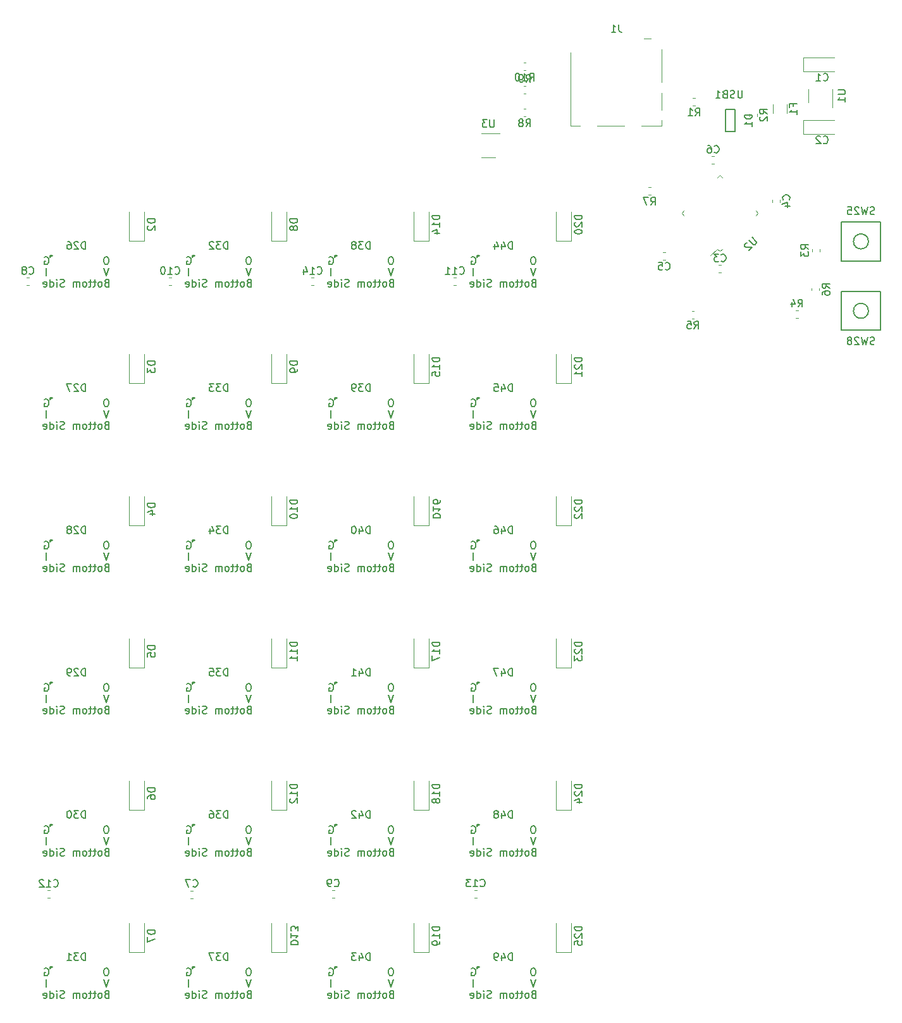
<source format=gbr>
G04 #@! TF.GenerationSoftware,KiCad,Pcbnew,(5.1.5)-3*
G04 #@! TF.CreationDate,2020-04-09T07:49:00+02:00*
G04 #@! TF.ProjectId,NumPad,4e756d50-6164-42e6-9b69-6361645f7063,rev?*
G04 #@! TF.SameCoordinates,Original*
G04 #@! TF.FileFunction,Legend,Bot*
G04 #@! TF.FilePolarity,Positive*
%FSLAX46Y46*%
G04 Gerber Fmt 4.6, Leading zero omitted, Abs format (unit mm)*
G04 Created by KiCad (PCBNEW (5.1.5)-3) date 2020-04-09 07:49:00*
%MOMM*%
%LPD*%
G04 APERTURE LIST*
%ADD10C,0.120000*%
%ADD11C,0.150000*%
G04 APERTURE END LIST*
D10*
X109750000Y-52850000D02*
X109750000Y-57300000D01*
X109750000Y-58700000D02*
X109750000Y-61000000D01*
X109750000Y-62400000D02*
X109750000Y-63120000D01*
X109750000Y-63120000D02*
X107070000Y-63120000D01*
X104770000Y-63120000D02*
X101100000Y-63120000D01*
X98800000Y-63120000D02*
X97570000Y-63120000D01*
X97570000Y-63120000D02*
X97570000Y-53300000D01*
X108270000Y-51480000D02*
X107410000Y-51480000D01*
X63186267Y-83460000D02*
X62843733Y-83460000D01*
X63186267Y-84480000D02*
X62843733Y-84480000D01*
X91249721Y-60840000D02*
X91575279Y-60840000D01*
X91249721Y-61860000D02*
X91575279Y-61860000D01*
D11*
X118275000Y-60950000D02*
X118275000Y-63850000D01*
X118275000Y-60950000D02*
X119575000Y-60950000D01*
X119575000Y-60950000D02*
X119575000Y-63850000D01*
X119575000Y-63850000D02*
X118275000Y-63850000D01*
X85050000Y-175725000D02*
X85050000Y-176025000D01*
X85050000Y-176025000D02*
X85350000Y-175725000D01*
X85350000Y-175725000D02*
X85050000Y-175725000D01*
X85050000Y-156675000D02*
X85050000Y-156975000D01*
X85050000Y-156975000D02*
X85350000Y-156675000D01*
X85350000Y-156675000D02*
X85050000Y-156675000D01*
X85050000Y-137625000D02*
X85050000Y-137925000D01*
X85050000Y-137925000D02*
X85350000Y-137625000D01*
X85350000Y-137625000D02*
X85050000Y-137625000D01*
X85050000Y-118575000D02*
X85050000Y-118875000D01*
X85050000Y-118875000D02*
X85350000Y-118575000D01*
X85350000Y-118575000D02*
X85050000Y-118575000D01*
X85050000Y-99525000D02*
X85050000Y-99825000D01*
X85050000Y-99825000D02*
X85350000Y-99525000D01*
X85350000Y-99525000D02*
X85050000Y-99525000D01*
X85050000Y-80475000D02*
X85050000Y-80775000D01*
X85050000Y-80775000D02*
X85350000Y-80475000D01*
X85350000Y-80475000D02*
X85050000Y-80475000D01*
X66000000Y-175725000D02*
X66000000Y-176025000D01*
X66000000Y-176025000D02*
X66300000Y-175725000D01*
X66300000Y-175725000D02*
X66000000Y-175725000D01*
X66000000Y-156675000D02*
X66000000Y-156975000D01*
X66000000Y-156975000D02*
X66300000Y-156675000D01*
X66300000Y-156675000D02*
X66000000Y-156675000D01*
X66000000Y-137625000D02*
X66000000Y-137925000D01*
X66000000Y-137925000D02*
X66300000Y-137625000D01*
X66300000Y-137625000D02*
X66000000Y-137625000D01*
X66000000Y-118575000D02*
X66000000Y-118875000D01*
X66000000Y-118875000D02*
X66300000Y-118575000D01*
X66300000Y-118575000D02*
X66000000Y-118575000D01*
X66000000Y-99525000D02*
X66000000Y-99825000D01*
X66000000Y-99825000D02*
X66300000Y-99525000D01*
X66300000Y-99525000D02*
X66000000Y-99525000D01*
X66000000Y-80475000D02*
X66000000Y-80775000D01*
X66000000Y-80775000D02*
X66300000Y-80475000D01*
X66300000Y-80475000D02*
X66000000Y-80475000D01*
X46950000Y-175725000D02*
X46950000Y-176025000D01*
X46950000Y-176025000D02*
X47250000Y-175725000D01*
X47250000Y-175725000D02*
X46950000Y-175725000D01*
X46950000Y-156675000D02*
X46950000Y-156975000D01*
X46950000Y-156975000D02*
X47250000Y-156675000D01*
X47250000Y-156675000D02*
X46950000Y-156675000D01*
X46950000Y-137625000D02*
X46950000Y-137925000D01*
X46950000Y-137925000D02*
X47250000Y-137625000D01*
X47250000Y-137625000D02*
X46950000Y-137625000D01*
X46950000Y-118575000D02*
X46950000Y-118875000D01*
X46950000Y-118875000D02*
X47250000Y-118575000D01*
X47250000Y-118575000D02*
X46950000Y-118575000D01*
X46950000Y-99525000D02*
X46950000Y-99825000D01*
X46950000Y-99825000D02*
X47250000Y-99525000D01*
X47250000Y-99525000D02*
X46950000Y-99525000D01*
X46950000Y-80475000D02*
X46950000Y-80775000D01*
X46950000Y-80775000D02*
X47250000Y-80475000D01*
X47250000Y-80475000D02*
X46950000Y-80475000D01*
X27900000Y-175725000D02*
X27900000Y-176025000D01*
X27900000Y-176025000D02*
X28200000Y-175725000D01*
X28200000Y-175725000D02*
X27900000Y-175725000D01*
X27900000Y-156675000D02*
X27900000Y-156975000D01*
X27900000Y-156975000D02*
X28200000Y-156675000D01*
X28200000Y-156675000D02*
X27900000Y-156675000D01*
X27900000Y-137625000D02*
X27900000Y-137925000D01*
X27900000Y-137925000D02*
X28200000Y-137625000D01*
X28200000Y-137625000D02*
X27900000Y-137625000D01*
X27900000Y-118575000D02*
X27900000Y-118875000D01*
X27900000Y-118875000D02*
X28200000Y-118575000D01*
X28200000Y-118575000D02*
X27900000Y-118575000D01*
X27900000Y-99525000D02*
X27900000Y-99825000D01*
X27900000Y-99825000D02*
X28200000Y-99525000D01*
X28200000Y-99525000D02*
X27900000Y-99525000D01*
X27900000Y-80475000D02*
X27900000Y-80775000D01*
X27900000Y-80775000D02*
X28200000Y-80475000D01*
X28200000Y-80475000D02*
X27900000Y-80475000D01*
D10*
X97640000Y-173820000D02*
X95640000Y-173820000D01*
X95640000Y-173820000D02*
X95640000Y-169920000D01*
X97640000Y-173820000D02*
X97640000Y-169920000D01*
X78590000Y-173820000D02*
X76590000Y-173820000D01*
X76590000Y-173820000D02*
X76590000Y-169920000D01*
X78590000Y-173820000D02*
X78590000Y-169920000D01*
X59540000Y-173820000D02*
X57540000Y-173820000D01*
X57540000Y-173820000D02*
X57540000Y-169920000D01*
X59540000Y-173820000D02*
X59540000Y-169920000D01*
X40490000Y-173820000D02*
X38490000Y-173820000D01*
X38490000Y-173820000D02*
X38490000Y-169920000D01*
X40490000Y-173820000D02*
X40490000Y-169920000D01*
X97640000Y-154770000D02*
X95640000Y-154770000D01*
X95640000Y-154770000D02*
X95640000Y-150870000D01*
X97640000Y-154770000D02*
X97640000Y-150870000D01*
X78590000Y-154770000D02*
X76590000Y-154770000D01*
X76590000Y-154770000D02*
X76590000Y-150870000D01*
X78590000Y-154770000D02*
X78590000Y-150870000D01*
X59540000Y-154770000D02*
X57540000Y-154770000D01*
X57540000Y-154770000D02*
X57540000Y-150870000D01*
X59540000Y-154770000D02*
X59540000Y-150870000D01*
X40490000Y-154770000D02*
X38490000Y-154770000D01*
X38490000Y-154770000D02*
X38490000Y-150870000D01*
X40490000Y-154770000D02*
X40490000Y-150870000D01*
X97640000Y-135720000D02*
X95640000Y-135720000D01*
X95640000Y-135720000D02*
X95640000Y-131820000D01*
X97640000Y-135720000D02*
X97640000Y-131820000D01*
X78590000Y-135720000D02*
X76590000Y-135720000D01*
X76590000Y-135720000D02*
X76590000Y-131820000D01*
X78590000Y-135720000D02*
X78590000Y-131820000D01*
X59540000Y-135720000D02*
X57540000Y-135720000D01*
X57540000Y-135720000D02*
X57540000Y-131820000D01*
X59540000Y-135720000D02*
X59540000Y-131820000D01*
X40490000Y-135720000D02*
X38490000Y-135720000D01*
X38490000Y-135720000D02*
X38490000Y-131820000D01*
X40490000Y-135720000D02*
X40490000Y-131820000D01*
X97640000Y-116670000D02*
X95640000Y-116670000D01*
X95640000Y-116670000D02*
X95640000Y-112770000D01*
X97640000Y-116670000D02*
X97640000Y-112770000D01*
X78590000Y-116670000D02*
X76590000Y-116670000D01*
X76590000Y-116670000D02*
X76590000Y-112770000D01*
X78590000Y-116670000D02*
X78590000Y-112770000D01*
X59540000Y-116670000D02*
X57540000Y-116670000D01*
X57540000Y-116670000D02*
X57540000Y-112770000D01*
X59540000Y-116670000D02*
X59540000Y-112770000D01*
X40490000Y-116670000D02*
X38490000Y-116670000D01*
X38490000Y-116670000D02*
X38490000Y-112770000D01*
X40490000Y-116670000D02*
X40490000Y-112770000D01*
X97640000Y-97620000D02*
X95640000Y-97620000D01*
X95640000Y-97620000D02*
X95640000Y-93720000D01*
X97640000Y-97620000D02*
X97640000Y-93720000D01*
X78590000Y-97620000D02*
X76590000Y-97620000D01*
X76590000Y-97620000D02*
X76590000Y-93720000D01*
X78590000Y-97620000D02*
X78590000Y-93720000D01*
X59540000Y-97620000D02*
X57540000Y-97620000D01*
X57540000Y-97620000D02*
X57540000Y-93720000D01*
X59540000Y-97620000D02*
X59540000Y-93720000D01*
X40490000Y-97620000D02*
X38490000Y-97620000D01*
X38490000Y-97620000D02*
X38490000Y-93720000D01*
X40490000Y-97620000D02*
X40490000Y-93720000D01*
X97640000Y-78570000D02*
X95640000Y-78570000D01*
X95640000Y-78570000D02*
X95640000Y-74670000D01*
X97640000Y-78570000D02*
X97640000Y-74670000D01*
X78590000Y-78570000D02*
X76590000Y-78570000D01*
X76590000Y-78570000D02*
X76590000Y-74670000D01*
X78590000Y-78570000D02*
X78590000Y-74670000D01*
X59540000Y-78570000D02*
X57540000Y-78570000D01*
X57540000Y-78570000D02*
X57540000Y-74670000D01*
X59540000Y-78570000D02*
X59540000Y-74670000D01*
X132585000Y-58200000D02*
X132585000Y-60650000D01*
X129365000Y-60000000D02*
X129365000Y-58200000D01*
X132812500Y-55835000D02*
X128727500Y-55835000D01*
X128727500Y-55835000D02*
X128727500Y-53965000D01*
X128727500Y-53965000D02*
X132812500Y-53965000D01*
X128727500Y-62365000D02*
X132812500Y-62365000D01*
X128727500Y-64235000D02*
X128727500Y-62365000D01*
X132812500Y-64235000D02*
X128727500Y-64235000D01*
X117721267Y-82785000D02*
X117378733Y-82785000D01*
X117721267Y-81765000D02*
X117378733Y-81765000D01*
X125535000Y-73346267D02*
X125535000Y-73003733D01*
X124515000Y-73346267D02*
X124515000Y-73003733D01*
X109903733Y-80015000D02*
X110246267Y-80015000D01*
X109903733Y-81035000D02*
X110246267Y-81035000D01*
X116796267Y-67215000D02*
X116453733Y-67215000D01*
X116796267Y-68235000D02*
X116453733Y-68235000D01*
X47026267Y-165530000D02*
X46683733Y-165530000D01*
X47026267Y-166550000D02*
X46683733Y-166550000D01*
X25086267Y-84480000D02*
X24743733Y-84480000D01*
X25086267Y-83460000D02*
X24743733Y-83460000D01*
X65946267Y-165480000D02*
X65603733Y-165480000D01*
X65946267Y-166500000D02*
X65603733Y-166500000D01*
X44136267Y-83460000D02*
X43793733Y-83460000D01*
X44136267Y-84480000D02*
X43793733Y-84480000D01*
X82236267Y-84480000D02*
X81893733Y-84480000D01*
X82236267Y-83460000D02*
X81893733Y-83460000D01*
X27881267Y-165510000D02*
X27538733Y-165510000D01*
X27881267Y-166530000D02*
X27538733Y-166530000D01*
X84996267Y-165480000D02*
X84653733Y-165480000D01*
X84996267Y-166500000D02*
X84653733Y-166500000D01*
X40490000Y-78570000D02*
X40490000Y-74670000D01*
X38490000Y-78570000D02*
X38490000Y-74670000D01*
X40490000Y-78570000D02*
X38490000Y-78570000D01*
X126485000Y-61464564D02*
X126485000Y-60260436D01*
X124665000Y-61464564D02*
X124665000Y-60260436D01*
X113924721Y-60410000D02*
X114250279Y-60410000D01*
X113924721Y-59390000D02*
X114250279Y-59390000D01*
X122510000Y-61850279D02*
X122510000Y-61524721D01*
X121490000Y-61850279D02*
X121490000Y-61524721D01*
X129865000Y-79649721D02*
X129865000Y-79975279D01*
X130885000Y-79649721D02*
X130885000Y-79975279D01*
X128000279Y-88860000D02*
X127674721Y-88860000D01*
X128000279Y-87840000D02*
X127674721Y-87840000D01*
X113762221Y-88910000D02*
X114087779Y-88910000D01*
X113762221Y-87890000D02*
X114087779Y-87890000D01*
X130860000Y-85175279D02*
X130860000Y-84849721D01*
X129840000Y-85175279D02*
X129840000Y-84849721D01*
X107949721Y-71340000D02*
X108275279Y-71340000D01*
X107949721Y-72360000D02*
X108275279Y-72360000D01*
X91575279Y-57765000D02*
X91249721Y-57765000D01*
X91575279Y-58785000D02*
X91249721Y-58785000D01*
X91249721Y-54690000D02*
X91575279Y-54690000D01*
X91249721Y-55710000D02*
X91575279Y-55710000D01*
D11*
X137418000Y-78605000D02*
G75*
G03X137418000Y-78605000I-1000000J0D01*
G01*
X133818000Y-76005000D02*
X133818000Y-81205000D01*
X139018000Y-76005000D02*
X133818000Y-76005000D01*
X139018000Y-81205000D02*
X139018000Y-76005000D01*
X133818000Y-81205000D02*
X139018000Y-81205000D01*
X137418000Y-87900000D02*
G75*
G03X137418000Y-87900000I-1000000J0D01*
G01*
X139018000Y-90500000D02*
X139018000Y-85300000D01*
X133818000Y-90500000D02*
X139018000Y-90500000D01*
X133818000Y-85300000D02*
X133818000Y-90500000D01*
X139018000Y-85300000D02*
X133818000Y-85300000D01*
D10*
X117208140Y-70024885D02*
X117526338Y-69706687D01*
X117526338Y-69706687D02*
X117844536Y-70024885D01*
X112739225Y-74493800D02*
X112421027Y-74811998D01*
X112421027Y-74811998D02*
X112739225Y-75130196D01*
X122313451Y-75130196D02*
X122631649Y-74811998D01*
X122631649Y-74811998D02*
X122313451Y-74493800D01*
X117844536Y-79599111D02*
X117526338Y-79917309D01*
X117526338Y-79917309D02*
X117208140Y-79599111D01*
X117208140Y-79599111D02*
X116295972Y-80511279D01*
X85650000Y-64140000D02*
X88100000Y-64140000D01*
X87450000Y-67360000D02*
X85650000Y-67360000D01*
D11*
X104013333Y-49572380D02*
X104013333Y-50286666D01*
X104060952Y-50429523D01*
X104156190Y-50524761D01*
X104299047Y-50572380D01*
X104394285Y-50572380D01*
X103013333Y-50572380D02*
X103584761Y-50572380D01*
X103299047Y-50572380D02*
X103299047Y-49572380D01*
X103394285Y-49715238D01*
X103489523Y-49810476D01*
X103584761Y-49858095D01*
X63657857Y-82897142D02*
X63705476Y-82944761D01*
X63848333Y-82992380D01*
X63943571Y-82992380D01*
X64086428Y-82944761D01*
X64181666Y-82849523D01*
X64229285Y-82754285D01*
X64276904Y-82563809D01*
X64276904Y-82420952D01*
X64229285Y-82230476D01*
X64181666Y-82135238D01*
X64086428Y-82040000D01*
X63943571Y-81992380D01*
X63848333Y-81992380D01*
X63705476Y-82040000D01*
X63657857Y-82087619D01*
X62705476Y-82992380D02*
X63276904Y-82992380D01*
X62991190Y-82992380D02*
X62991190Y-81992380D01*
X63086428Y-82135238D01*
X63181666Y-82230476D01*
X63276904Y-82278095D01*
X61848333Y-82325714D02*
X61848333Y-82992380D01*
X62086428Y-81944761D02*
X62324523Y-82659047D01*
X61705476Y-82659047D01*
X91579166Y-63232380D02*
X91912500Y-62756190D01*
X92150595Y-63232380D02*
X92150595Y-62232380D01*
X91769642Y-62232380D01*
X91674404Y-62280000D01*
X91626785Y-62327619D01*
X91579166Y-62422857D01*
X91579166Y-62565714D01*
X91626785Y-62660952D01*
X91674404Y-62708571D01*
X91769642Y-62756190D01*
X92150595Y-62756190D01*
X91007738Y-62660952D02*
X91102976Y-62613333D01*
X91150595Y-62565714D01*
X91198214Y-62470476D01*
X91198214Y-62422857D01*
X91150595Y-62327619D01*
X91102976Y-62280000D01*
X91007738Y-62232380D01*
X90817261Y-62232380D01*
X90722023Y-62280000D01*
X90674404Y-62327619D01*
X90626785Y-62422857D01*
X90626785Y-62470476D01*
X90674404Y-62565714D01*
X90722023Y-62613333D01*
X90817261Y-62660952D01*
X91007738Y-62660952D01*
X91102976Y-62708571D01*
X91150595Y-62756190D01*
X91198214Y-62851428D01*
X91198214Y-63041904D01*
X91150595Y-63137142D01*
X91102976Y-63184761D01*
X91007738Y-63232380D01*
X90817261Y-63232380D01*
X90722023Y-63184761D01*
X90674404Y-63137142D01*
X90626785Y-63041904D01*
X90626785Y-62851428D01*
X90674404Y-62756190D01*
X90722023Y-62708571D01*
X90817261Y-62660952D01*
X121827380Y-61661904D02*
X120827380Y-61661904D01*
X120827380Y-61900000D01*
X120875000Y-62042857D01*
X120970238Y-62138095D01*
X121065476Y-62185714D01*
X121255952Y-62233333D01*
X121398809Y-62233333D01*
X121589285Y-62185714D01*
X121684523Y-62138095D01*
X121779761Y-62042857D01*
X121827380Y-61900000D01*
X121827380Y-61661904D01*
X121827380Y-63185714D02*
X121827380Y-62614285D01*
X121827380Y-62900000D02*
X120827380Y-62900000D01*
X120970238Y-62804761D01*
X121065476Y-62709523D01*
X121113095Y-62614285D01*
X89764285Y-174877380D02*
X89764285Y-173877380D01*
X89526190Y-173877380D01*
X89383333Y-173925000D01*
X89288095Y-174020238D01*
X89240476Y-174115476D01*
X89192857Y-174305952D01*
X89192857Y-174448809D01*
X89240476Y-174639285D01*
X89288095Y-174734523D01*
X89383333Y-174829761D01*
X89526190Y-174877380D01*
X89764285Y-174877380D01*
X88335714Y-174210714D02*
X88335714Y-174877380D01*
X88573809Y-173829761D02*
X88811904Y-174544047D01*
X88192857Y-174544047D01*
X87764285Y-174877380D02*
X87573809Y-174877380D01*
X87478571Y-174829761D01*
X87430952Y-174782142D01*
X87335714Y-174639285D01*
X87288095Y-174448809D01*
X87288095Y-174067857D01*
X87335714Y-173972619D01*
X87383333Y-173925000D01*
X87478571Y-173877380D01*
X87669047Y-173877380D01*
X87764285Y-173925000D01*
X87811904Y-173972619D01*
X87859523Y-174067857D01*
X87859523Y-174305952D01*
X87811904Y-174401190D01*
X87764285Y-174448809D01*
X87669047Y-174496428D01*
X87478571Y-174496428D01*
X87383333Y-174448809D01*
X87335714Y-174401190D01*
X87288095Y-174305952D01*
X92597619Y-179403571D02*
X92454761Y-179451190D01*
X92407142Y-179498809D01*
X92359523Y-179594047D01*
X92359523Y-179736904D01*
X92407142Y-179832142D01*
X92454761Y-179879761D01*
X92550000Y-179927380D01*
X92930952Y-179927380D01*
X92930952Y-178927380D01*
X92597619Y-178927380D01*
X92502380Y-178975000D01*
X92454761Y-179022619D01*
X92407142Y-179117857D01*
X92407142Y-179213095D01*
X92454761Y-179308333D01*
X92502380Y-179355952D01*
X92597619Y-179403571D01*
X92930952Y-179403571D01*
X91788095Y-179927380D02*
X91883333Y-179879761D01*
X91930952Y-179832142D01*
X91978571Y-179736904D01*
X91978571Y-179451190D01*
X91930952Y-179355952D01*
X91883333Y-179308333D01*
X91788095Y-179260714D01*
X91645238Y-179260714D01*
X91550000Y-179308333D01*
X91502380Y-179355952D01*
X91454761Y-179451190D01*
X91454761Y-179736904D01*
X91502380Y-179832142D01*
X91550000Y-179879761D01*
X91645238Y-179927380D01*
X91788095Y-179927380D01*
X91169047Y-179260714D02*
X90788095Y-179260714D01*
X91026190Y-178927380D02*
X91026190Y-179784523D01*
X90978571Y-179879761D01*
X90883333Y-179927380D01*
X90788095Y-179927380D01*
X90597619Y-179260714D02*
X90216666Y-179260714D01*
X90454761Y-178927380D02*
X90454761Y-179784523D01*
X90407142Y-179879761D01*
X90311904Y-179927380D01*
X90216666Y-179927380D01*
X89740476Y-179927380D02*
X89835714Y-179879761D01*
X89883333Y-179832142D01*
X89930952Y-179736904D01*
X89930952Y-179451190D01*
X89883333Y-179355952D01*
X89835714Y-179308333D01*
X89740476Y-179260714D01*
X89597619Y-179260714D01*
X89502380Y-179308333D01*
X89454761Y-179355952D01*
X89407142Y-179451190D01*
X89407142Y-179736904D01*
X89454761Y-179832142D01*
X89502380Y-179879761D01*
X89597619Y-179927380D01*
X89740476Y-179927380D01*
X88978571Y-179927380D02*
X88978571Y-179260714D01*
X88978571Y-179355952D02*
X88930952Y-179308333D01*
X88835714Y-179260714D01*
X88692857Y-179260714D01*
X88597619Y-179308333D01*
X88550000Y-179403571D01*
X88550000Y-179927380D01*
X88550000Y-179403571D02*
X88502380Y-179308333D01*
X88407142Y-179260714D01*
X88264285Y-179260714D01*
X88169047Y-179308333D01*
X88121428Y-179403571D01*
X88121428Y-179927380D01*
X86930952Y-179879761D02*
X86788095Y-179927380D01*
X86550000Y-179927380D01*
X86454761Y-179879761D01*
X86407142Y-179832142D01*
X86359523Y-179736904D01*
X86359523Y-179641666D01*
X86407142Y-179546428D01*
X86454761Y-179498809D01*
X86550000Y-179451190D01*
X86740476Y-179403571D01*
X86835714Y-179355952D01*
X86883333Y-179308333D01*
X86930952Y-179213095D01*
X86930952Y-179117857D01*
X86883333Y-179022619D01*
X86835714Y-178975000D01*
X86740476Y-178927380D01*
X86502380Y-178927380D01*
X86359523Y-178975000D01*
X85930952Y-179927380D02*
X85930952Y-179260714D01*
X85930952Y-178927380D02*
X85978571Y-178975000D01*
X85930952Y-179022619D01*
X85883333Y-178975000D01*
X85930952Y-178927380D01*
X85930952Y-179022619D01*
X85026190Y-179927380D02*
X85026190Y-178927380D01*
X85026190Y-179879761D02*
X85121428Y-179927380D01*
X85311904Y-179927380D01*
X85407142Y-179879761D01*
X85454761Y-179832142D01*
X85502380Y-179736904D01*
X85502380Y-179451190D01*
X85454761Y-179355952D01*
X85407142Y-179308333D01*
X85311904Y-179260714D01*
X85121428Y-179260714D01*
X85026190Y-179308333D01*
X84169047Y-179879761D02*
X84264285Y-179927380D01*
X84454761Y-179927380D01*
X84550000Y-179879761D01*
X84597619Y-179784523D01*
X84597619Y-179403571D01*
X84550000Y-179308333D01*
X84454761Y-179260714D01*
X84264285Y-179260714D01*
X84169047Y-179308333D01*
X84121428Y-179403571D01*
X84121428Y-179498809D01*
X84597619Y-179594047D01*
X92883333Y-177427380D02*
X92550000Y-178427380D01*
X92216666Y-177427380D01*
X92645238Y-175927380D02*
X92454761Y-175927380D01*
X92359523Y-175975000D01*
X92264285Y-176070238D01*
X92216666Y-176260714D01*
X92216666Y-176594047D01*
X92264285Y-176784523D01*
X92359523Y-176879761D01*
X92454761Y-176927380D01*
X92645238Y-176927380D01*
X92740476Y-176879761D01*
X92835714Y-176784523D01*
X92883333Y-176594047D01*
X92883333Y-176260714D01*
X92835714Y-176070238D01*
X92740476Y-175975000D01*
X92645238Y-175927380D01*
X84550000Y-178427380D02*
X84550000Y-177427380D01*
X84288095Y-175975000D02*
X84383333Y-175927380D01*
X84526190Y-175927380D01*
X84669047Y-175975000D01*
X84764285Y-176070238D01*
X84811904Y-176165476D01*
X84859523Y-176355952D01*
X84859523Y-176498809D01*
X84811904Y-176689285D01*
X84764285Y-176784523D01*
X84669047Y-176879761D01*
X84526190Y-176927380D01*
X84430952Y-176927380D01*
X84288095Y-176879761D01*
X84240476Y-176832142D01*
X84240476Y-176498809D01*
X84430952Y-176498809D01*
X89764285Y-155827380D02*
X89764285Y-154827380D01*
X89526190Y-154827380D01*
X89383333Y-154875000D01*
X89288095Y-154970238D01*
X89240476Y-155065476D01*
X89192857Y-155255952D01*
X89192857Y-155398809D01*
X89240476Y-155589285D01*
X89288095Y-155684523D01*
X89383333Y-155779761D01*
X89526190Y-155827380D01*
X89764285Y-155827380D01*
X88335714Y-155160714D02*
X88335714Y-155827380D01*
X88573809Y-154779761D02*
X88811904Y-155494047D01*
X88192857Y-155494047D01*
X87669047Y-155255952D02*
X87764285Y-155208333D01*
X87811904Y-155160714D01*
X87859523Y-155065476D01*
X87859523Y-155017857D01*
X87811904Y-154922619D01*
X87764285Y-154875000D01*
X87669047Y-154827380D01*
X87478571Y-154827380D01*
X87383333Y-154875000D01*
X87335714Y-154922619D01*
X87288095Y-155017857D01*
X87288095Y-155065476D01*
X87335714Y-155160714D01*
X87383333Y-155208333D01*
X87478571Y-155255952D01*
X87669047Y-155255952D01*
X87764285Y-155303571D01*
X87811904Y-155351190D01*
X87859523Y-155446428D01*
X87859523Y-155636904D01*
X87811904Y-155732142D01*
X87764285Y-155779761D01*
X87669047Y-155827380D01*
X87478571Y-155827380D01*
X87383333Y-155779761D01*
X87335714Y-155732142D01*
X87288095Y-155636904D01*
X87288095Y-155446428D01*
X87335714Y-155351190D01*
X87383333Y-155303571D01*
X87478571Y-155255952D01*
X92597619Y-160353571D02*
X92454761Y-160401190D01*
X92407142Y-160448809D01*
X92359523Y-160544047D01*
X92359523Y-160686904D01*
X92407142Y-160782142D01*
X92454761Y-160829761D01*
X92550000Y-160877380D01*
X92930952Y-160877380D01*
X92930952Y-159877380D01*
X92597619Y-159877380D01*
X92502380Y-159925000D01*
X92454761Y-159972619D01*
X92407142Y-160067857D01*
X92407142Y-160163095D01*
X92454761Y-160258333D01*
X92502380Y-160305952D01*
X92597619Y-160353571D01*
X92930952Y-160353571D01*
X91788095Y-160877380D02*
X91883333Y-160829761D01*
X91930952Y-160782142D01*
X91978571Y-160686904D01*
X91978571Y-160401190D01*
X91930952Y-160305952D01*
X91883333Y-160258333D01*
X91788095Y-160210714D01*
X91645238Y-160210714D01*
X91550000Y-160258333D01*
X91502380Y-160305952D01*
X91454761Y-160401190D01*
X91454761Y-160686904D01*
X91502380Y-160782142D01*
X91550000Y-160829761D01*
X91645238Y-160877380D01*
X91788095Y-160877380D01*
X91169047Y-160210714D02*
X90788095Y-160210714D01*
X91026190Y-159877380D02*
X91026190Y-160734523D01*
X90978571Y-160829761D01*
X90883333Y-160877380D01*
X90788095Y-160877380D01*
X90597619Y-160210714D02*
X90216666Y-160210714D01*
X90454761Y-159877380D02*
X90454761Y-160734523D01*
X90407142Y-160829761D01*
X90311904Y-160877380D01*
X90216666Y-160877380D01*
X89740476Y-160877380D02*
X89835714Y-160829761D01*
X89883333Y-160782142D01*
X89930952Y-160686904D01*
X89930952Y-160401190D01*
X89883333Y-160305952D01*
X89835714Y-160258333D01*
X89740476Y-160210714D01*
X89597619Y-160210714D01*
X89502380Y-160258333D01*
X89454761Y-160305952D01*
X89407142Y-160401190D01*
X89407142Y-160686904D01*
X89454761Y-160782142D01*
X89502380Y-160829761D01*
X89597619Y-160877380D01*
X89740476Y-160877380D01*
X88978571Y-160877380D02*
X88978571Y-160210714D01*
X88978571Y-160305952D02*
X88930952Y-160258333D01*
X88835714Y-160210714D01*
X88692857Y-160210714D01*
X88597619Y-160258333D01*
X88550000Y-160353571D01*
X88550000Y-160877380D01*
X88550000Y-160353571D02*
X88502380Y-160258333D01*
X88407142Y-160210714D01*
X88264285Y-160210714D01*
X88169047Y-160258333D01*
X88121428Y-160353571D01*
X88121428Y-160877380D01*
X86930952Y-160829761D02*
X86788095Y-160877380D01*
X86550000Y-160877380D01*
X86454761Y-160829761D01*
X86407142Y-160782142D01*
X86359523Y-160686904D01*
X86359523Y-160591666D01*
X86407142Y-160496428D01*
X86454761Y-160448809D01*
X86550000Y-160401190D01*
X86740476Y-160353571D01*
X86835714Y-160305952D01*
X86883333Y-160258333D01*
X86930952Y-160163095D01*
X86930952Y-160067857D01*
X86883333Y-159972619D01*
X86835714Y-159925000D01*
X86740476Y-159877380D01*
X86502380Y-159877380D01*
X86359523Y-159925000D01*
X85930952Y-160877380D02*
X85930952Y-160210714D01*
X85930952Y-159877380D02*
X85978571Y-159925000D01*
X85930952Y-159972619D01*
X85883333Y-159925000D01*
X85930952Y-159877380D01*
X85930952Y-159972619D01*
X85026190Y-160877380D02*
X85026190Y-159877380D01*
X85026190Y-160829761D02*
X85121428Y-160877380D01*
X85311904Y-160877380D01*
X85407142Y-160829761D01*
X85454761Y-160782142D01*
X85502380Y-160686904D01*
X85502380Y-160401190D01*
X85454761Y-160305952D01*
X85407142Y-160258333D01*
X85311904Y-160210714D01*
X85121428Y-160210714D01*
X85026190Y-160258333D01*
X84169047Y-160829761D02*
X84264285Y-160877380D01*
X84454761Y-160877380D01*
X84550000Y-160829761D01*
X84597619Y-160734523D01*
X84597619Y-160353571D01*
X84550000Y-160258333D01*
X84454761Y-160210714D01*
X84264285Y-160210714D01*
X84169047Y-160258333D01*
X84121428Y-160353571D01*
X84121428Y-160448809D01*
X84597619Y-160544047D01*
X92883333Y-158377380D02*
X92550000Y-159377380D01*
X92216666Y-158377380D01*
X92645238Y-156877380D02*
X92454761Y-156877380D01*
X92359523Y-156925000D01*
X92264285Y-157020238D01*
X92216666Y-157210714D01*
X92216666Y-157544047D01*
X92264285Y-157734523D01*
X92359523Y-157829761D01*
X92454761Y-157877380D01*
X92645238Y-157877380D01*
X92740476Y-157829761D01*
X92835714Y-157734523D01*
X92883333Y-157544047D01*
X92883333Y-157210714D01*
X92835714Y-157020238D01*
X92740476Y-156925000D01*
X92645238Y-156877380D01*
X84550000Y-159377380D02*
X84550000Y-158377380D01*
X84288095Y-156925000D02*
X84383333Y-156877380D01*
X84526190Y-156877380D01*
X84669047Y-156925000D01*
X84764285Y-157020238D01*
X84811904Y-157115476D01*
X84859523Y-157305952D01*
X84859523Y-157448809D01*
X84811904Y-157639285D01*
X84764285Y-157734523D01*
X84669047Y-157829761D01*
X84526190Y-157877380D01*
X84430952Y-157877380D01*
X84288095Y-157829761D01*
X84240476Y-157782142D01*
X84240476Y-157448809D01*
X84430952Y-157448809D01*
X89764285Y-136777380D02*
X89764285Y-135777380D01*
X89526190Y-135777380D01*
X89383333Y-135825000D01*
X89288095Y-135920238D01*
X89240476Y-136015476D01*
X89192857Y-136205952D01*
X89192857Y-136348809D01*
X89240476Y-136539285D01*
X89288095Y-136634523D01*
X89383333Y-136729761D01*
X89526190Y-136777380D01*
X89764285Y-136777380D01*
X88335714Y-136110714D02*
X88335714Y-136777380D01*
X88573809Y-135729761D02*
X88811904Y-136444047D01*
X88192857Y-136444047D01*
X87907142Y-135777380D02*
X87240476Y-135777380D01*
X87669047Y-136777380D01*
X92597619Y-141303571D02*
X92454761Y-141351190D01*
X92407142Y-141398809D01*
X92359523Y-141494047D01*
X92359523Y-141636904D01*
X92407142Y-141732142D01*
X92454761Y-141779761D01*
X92550000Y-141827380D01*
X92930952Y-141827380D01*
X92930952Y-140827380D01*
X92597619Y-140827380D01*
X92502380Y-140875000D01*
X92454761Y-140922619D01*
X92407142Y-141017857D01*
X92407142Y-141113095D01*
X92454761Y-141208333D01*
X92502380Y-141255952D01*
X92597619Y-141303571D01*
X92930952Y-141303571D01*
X91788095Y-141827380D02*
X91883333Y-141779761D01*
X91930952Y-141732142D01*
X91978571Y-141636904D01*
X91978571Y-141351190D01*
X91930952Y-141255952D01*
X91883333Y-141208333D01*
X91788095Y-141160714D01*
X91645238Y-141160714D01*
X91550000Y-141208333D01*
X91502380Y-141255952D01*
X91454761Y-141351190D01*
X91454761Y-141636904D01*
X91502380Y-141732142D01*
X91550000Y-141779761D01*
X91645238Y-141827380D01*
X91788095Y-141827380D01*
X91169047Y-141160714D02*
X90788095Y-141160714D01*
X91026190Y-140827380D02*
X91026190Y-141684523D01*
X90978571Y-141779761D01*
X90883333Y-141827380D01*
X90788095Y-141827380D01*
X90597619Y-141160714D02*
X90216666Y-141160714D01*
X90454761Y-140827380D02*
X90454761Y-141684523D01*
X90407142Y-141779761D01*
X90311904Y-141827380D01*
X90216666Y-141827380D01*
X89740476Y-141827380D02*
X89835714Y-141779761D01*
X89883333Y-141732142D01*
X89930952Y-141636904D01*
X89930952Y-141351190D01*
X89883333Y-141255952D01*
X89835714Y-141208333D01*
X89740476Y-141160714D01*
X89597619Y-141160714D01*
X89502380Y-141208333D01*
X89454761Y-141255952D01*
X89407142Y-141351190D01*
X89407142Y-141636904D01*
X89454761Y-141732142D01*
X89502380Y-141779761D01*
X89597619Y-141827380D01*
X89740476Y-141827380D01*
X88978571Y-141827380D02*
X88978571Y-141160714D01*
X88978571Y-141255952D02*
X88930952Y-141208333D01*
X88835714Y-141160714D01*
X88692857Y-141160714D01*
X88597619Y-141208333D01*
X88550000Y-141303571D01*
X88550000Y-141827380D01*
X88550000Y-141303571D02*
X88502380Y-141208333D01*
X88407142Y-141160714D01*
X88264285Y-141160714D01*
X88169047Y-141208333D01*
X88121428Y-141303571D01*
X88121428Y-141827380D01*
X86930952Y-141779761D02*
X86788095Y-141827380D01*
X86550000Y-141827380D01*
X86454761Y-141779761D01*
X86407142Y-141732142D01*
X86359523Y-141636904D01*
X86359523Y-141541666D01*
X86407142Y-141446428D01*
X86454761Y-141398809D01*
X86550000Y-141351190D01*
X86740476Y-141303571D01*
X86835714Y-141255952D01*
X86883333Y-141208333D01*
X86930952Y-141113095D01*
X86930952Y-141017857D01*
X86883333Y-140922619D01*
X86835714Y-140875000D01*
X86740476Y-140827380D01*
X86502380Y-140827380D01*
X86359523Y-140875000D01*
X85930952Y-141827380D02*
X85930952Y-141160714D01*
X85930952Y-140827380D02*
X85978571Y-140875000D01*
X85930952Y-140922619D01*
X85883333Y-140875000D01*
X85930952Y-140827380D01*
X85930952Y-140922619D01*
X85026190Y-141827380D02*
X85026190Y-140827380D01*
X85026190Y-141779761D02*
X85121428Y-141827380D01*
X85311904Y-141827380D01*
X85407142Y-141779761D01*
X85454761Y-141732142D01*
X85502380Y-141636904D01*
X85502380Y-141351190D01*
X85454761Y-141255952D01*
X85407142Y-141208333D01*
X85311904Y-141160714D01*
X85121428Y-141160714D01*
X85026190Y-141208333D01*
X84169047Y-141779761D02*
X84264285Y-141827380D01*
X84454761Y-141827380D01*
X84550000Y-141779761D01*
X84597619Y-141684523D01*
X84597619Y-141303571D01*
X84550000Y-141208333D01*
X84454761Y-141160714D01*
X84264285Y-141160714D01*
X84169047Y-141208333D01*
X84121428Y-141303571D01*
X84121428Y-141398809D01*
X84597619Y-141494047D01*
X92883333Y-139327380D02*
X92550000Y-140327380D01*
X92216666Y-139327380D01*
X92645238Y-137827380D02*
X92454761Y-137827380D01*
X92359523Y-137875000D01*
X92264285Y-137970238D01*
X92216666Y-138160714D01*
X92216666Y-138494047D01*
X92264285Y-138684523D01*
X92359523Y-138779761D01*
X92454761Y-138827380D01*
X92645238Y-138827380D01*
X92740476Y-138779761D01*
X92835714Y-138684523D01*
X92883333Y-138494047D01*
X92883333Y-138160714D01*
X92835714Y-137970238D01*
X92740476Y-137875000D01*
X92645238Y-137827380D01*
X84550000Y-140327380D02*
X84550000Y-139327380D01*
X84288095Y-137875000D02*
X84383333Y-137827380D01*
X84526190Y-137827380D01*
X84669047Y-137875000D01*
X84764285Y-137970238D01*
X84811904Y-138065476D01*
X84859523Y-138255952D01*
X84859523Y-138398809D01*
X84811904Y-138589285D01*
X84764285Y-138684523D01*
X84669047Y-138779761D01*
X84526190Y-138827380D01*
X84430952Y-138827380D01*
X84288095Y-138779761D01*
X84240476Y-138732142D01*
X84240476Y-138398809D01*
X84430952Y-138398809D01*
X89764285Y-117727380D02*
X89764285Y-116727380D01*
X89526190Y-116727380D01*
X89383333Y-116775000D01*
X89288095Y-116870238D01*
X89240476Y-116965476D01*
X89192857Y-117155952D01*
X89192857Y-117298809D01*
X89240476Y-117489285D01*
X89288095Y-117584523D01*
X89383333Y-117679761D01*
X89526190Y-117727380D01*
X89764285Y-117727380D01*
X88335714Y-117060714D02*
X88335714Y-117727380D01*
X88573809Y-116679761D02*
X88811904Y-117394047D01*
X88192857Y-117394047D01*
X87383333Y-116727380D02*
X87573809Y-116727380D01*
X87669047Y-116775000D01*
X87716666Y-116822619D01*
X87811904Y-116965476D01*
X87859523Y-117155952D01*
X87859523Y-117536904D01*
X87811904Y-117632142D01*
X87764285Y-117679761D01*
X87669047Y-117727380D01*
X87478571Y-117727380D01*
X87383333Y-117679761D01*
X87335714Y-117632142D01*
X87288095Y-117536904D01*
X87288095Y-117298809D01*
X87335714Y-117203571D01*
X87383333Y-117155952D01*
X87478571Y-117108333D01*
X87669047Y-117108333D01*
X87764285Y-117155952D01*
X87811904Y-117203571D01*
X87859523Y-117298809D01*
X92597619Y-122253571D02*
X92454761Y-122301190D01*
X92407142Y-122348809D01*
X92359523Y-122444047D01*
X92359523Y-122586904D01*
X92407142Y-122682142D01*
X92454761Y-122729761D01*
X92550000Y-122777380D01*
X92930952Y-122777380D01*
X92930952Y-121777380D01*
X92597619Y-121777380D01*
X92502380Y-121825000D01*
X92454761Y-121872619D01*
X92407142Y-121967857D01*
X92407142Y-122063095D01*
X92454761Y-122158333D01*
X92502380Y-122205952D01*
X92597619Y-122253571D01*
X92930952Y-122253571D01*
X91788095Y-122777380D02*
X91883333Y-122729761D01*
X91930952Y-122682142D01*
X91978571Y-122586904D01*
X91978571Y-122301190D01*
X91930952Y-122205952D01*
X91883333Y-122158333D01*
X91788095Y-122110714D01*
X91645238Y-122110714D01*
X91550000Y-122158333D01*
X91502380Y-122205952D01*
X91454761Y-122301190D01*
X91454761Y-122586904D01*
X91502380Y-122682142D01*
X91550000Y-122729761D01*
X91645238Y-122777380D01*
X91788095Y-122777380D01*
X91169047Y-122110714D02*
X90788095Y-122110714D01*
X91026190Y-121777380D02*
X91026190Y-122634523D01*
X90978571Y-122729761D01*
X90883333Y-122777380D01*
X90788095Y-122777380D01*
X90597619Y-122110714D02*
X90216666Y-122110714D01*
X90454761Y-121777380D02*
X90454761Y-122634523D01*
X90407142Y-122729761D01*
X90311904Y-122777380D01*
X90216666Y-122777380D01*
X89740476Y-122777380D02*
X89835714Y-122729761D01*
X89883333Y-122682142D01*
X89930952Y-122586904D01*
X89930952Y-122301190D01*
X89883333Y-122205952D01*
X89835714Y-122158333D01*
X89740476Y-122110714D01*
X89597619Y-122110714D01*
X89502380Y-122158333D01*
X89454761Y-122205952D01*
X89407142Y-122301190D01*
X89407142Y-122586904D01*
X89454761Y-122682142D01*
X89502380Y-122729761D01*
X89597619Y-122777380D01*
X89740476Y-122777380D01*
X88978571Y-122777380D02*
X88978571Y-122110714D01*
X88978571Y-122205952D02*
X88930952Y-122158333D01*
X88835714Y-122110714D01*
X88692857Y-122110714D01*
X88597619Y-122158333D01*
X88550000Y-122253571D01*
X88550000Y-122777380D01*
X88550000Y-122253571D02*
X88502380Y-122158333D01*
X88407142Y-122110714D01*
X88264285Y-122110714D01*
X88169047Y-122158333D01*
X88121428Y-122253571D01*
X88121428Y-122777380D01*
X86930952Y-122729761D02*
X86788095Y-122777380D01*
X86550000Y-122777380D01*
X86454761Y-122729761D01*
X86407142Y-122682142D01*
X86359523Y-122586904D01*
X86359523Y-122491666D01*
X86407142Y-122396428D01*
X86454761Y-122348809D01*
X86550000Y-122301190D01*
X86740476Y-122253571D01*
X86835714Y-122205952D01*
X86883333Y-122158333D01*
X86930952Y-122063095D01*
X86930952Y-121967857D01*
X86883333Y-121872619D01*
X86835714Y-121825000D01*
X86740476Y-121777380D01*
X86502380Y-121777380D01*
X86359523Y-121825000D01*
X85930952Y-122777380D02*
X85930952Y-122110714D01*
X85930952Y-121777380D02*
X85978571Y-121825000D01*
X85930952Y-121872619D01*
X85883333Y-121825000D01*
X85930952Y-121777380D01*
X85930952Y-121872619D01*
X85026190Y-122777380D02*
X85026190Y-121777380D01*
X85026190Y-122729761D02*
X85121428Y-122777380D01*
X85311904Y-122777380D01*
X85407142Y-122729761D01*
X85454761Y-122682142D01*
X85502380Y-122586904D01*
X85502380Y-122301190D01*
X85454761Y-122205952D01*
X85407142Y-122158333D01*
X85311904Y-122110714D01*
X85121428Y-122110714D01*
X85026190Y-122158333D01*
X84169047Y-122729761D02*
X84264285Y-122777380D01*
X84454761Y-122777380D01*
X84550000Y-122729761D01*
X84597619Y-122634523D01*
X84597619Y-122253571D01*
X84550000Y-122158333D01*
X84454761Y-122110714D01*
X84264285Y-122110714D01*
X84169047Y-122158333D01*
X84121428Y-122253571D01*
X84121428Y-122348809D01*
X84597619Y-122444047D01*
X92883333Y-120277380D02*
X92550000Y-121277380D01*
X92216666Y-120277380D01*
X92645238Y-118777380D02*
X92454761Y-118777380D01*
X92359523Y-118825000D01*
X92264285Y-118920238D01*
X92216666Y-119110714D01*
X92216666Y-119444047D01*
X92264285Y-119634523D01*
X92359523Y-119729761D01*
X92454761Y-119777380D01*
X92645238Y-119777380D01*
X92740476Y-119729761D01*
X92835714Y-119634523D01*
X92883333Y-119444047D01*
X92883333Y-119110714D01*
X92835714Y-118920238D01*
X92740476Y-118825000D01*
X92645238Y-118777380D01*
X84550000Y-121277380D02*
X84550000Y-120277380D01*
X84288095Y-118825000D02*
X84383333Y-118777380D01*
X84526190Y-118777380D01*
X84669047Y-118825000D01*
X84764285Y-118920238D01*
X84811904Y-119015476D01*
X84859523Y-119205952D01*
X84859523Y-119348809D01*
X84811904Y-119539285D01*
X84764285Y-119634523D01*
X84669047Y-119729761D01*
X84526190Y-119777380D01*
X84430952Y-119777380D01*
X84288095Y-119729761D01*
X84240476Y-119682142D01*
X84240476Y-119348809D01*
X84430952Y-119348809D01*
X89764285Y-98677380D02*
X89764285Y-97677380D01*
X89526190Y-97677380D01*
X89383333Y-97725000D01*
X89288095Y-97820238D01*
X89240476Y-97915476D01*
X89192857Y-98105952D01*
X89192857Y-98248809D01*
X89240476Y-98439285D01*
X89288095Y-98534523D01*
X89383333Y-98629761D01*
X89526190Y-98677380D01*
X89764285Y-98677380D01*
X88335714Y-98010714D02*
X88335714Y-98677380D01*
X88573809Y-97629761D02*
X88811904Y-98344047D01*
X88192857Y-98344047D01*
X87335714Y-97677380D02*
X87811904Y-97677380D01*
X87859523Y-98153571D01*
X87811904Y-98105952D01*
X87716666Y-98058333D01*
X87478571Y-98058333D01*
X87383333Y-98105952D01*
X87335714Y-98153571D01*
X87288095Y-98248809D01*
X87288095Y-98486904D01*
X87335714Y-98582142D01*
X87383333Y-98629761D01*
X87478571Y-98677380D01*
X87716666Y-98677380D01*
X87811904Y-98629761D01*
X87859523Y-98582142D01*
X92597619Y-103203571D02*
X92454761Y-103251190D01*
X92407142Y-103298809D01*
X92359523Y-103394047D01*
X92359523Y-103536904D01*
X92407142Y-103632142D01*
X92454761Y-103679761D01*
X92550000Y-103727380D01*
X92930952Y-103727380D01*
X92930952Y-102727380D01*
X92597619Y-102727380D01*
X92502380Y-102775000D01*
X92454761Y-102822619D01*
X92407142Y-102917857D01*
X92407142Y-103013095D01*
X92454761Y-103108333D01*
X92502380Y-103155952D01*
X92597619Y-103203571D01*
X92930952Y-103203571D01*
X91788095Y-103727380D02*
X91883333Y-103679761D01*
X91930952Y-103632142D01*
X91978571Y-103536904D01*
X91978571Y-103251190D01*
X91930952Y-103155952D01*
X91883333Y-103108333D01*
X91788095Y-103060714D01*
X91645238Y-103060714D01*
X91550000Y-103108333D01*
X91502380Y-103155952D01*
X91454761Y-103251190D01*
X91454761Y-103536904D01*
X91502380Y-103632142D01*
X91550000Y-103679761D01*
X91645238Y-103727380D01*
X91788095Y-103727380D01*
X91169047Y-103060714D02*
X90788095Y-103060714D01*
X91026190Y-102727380D02*
X91026190Y-103584523D01*
X90978571Y-103679761D01*
X90883333Y-103727380D01*
X90788095Y-103727380D01*
X90597619Y-103060714D02*
X90216666Y-103060714D01*
X90454761Y-102727380D02*
X90454761Y-103584523D01*
X90407142Y-103679761D01*
X90311904Y-103727380D01*
X90216666Y-103727380D01*
X89740476Y-103727380D02*
X89835714Y-103679761D01*
X89883333Y-103632142D01*
X89930952Y-103536904D01*
X89930952Y-103251190D01*
X89883333Y-103155952D01*
X89835714Y-103108333D01*
X89740476Y-103060714D01*
X89597619Y-103060714D01*
X89502380Y-103108333D01*
X89454761Y-103155952D01*
X89407142Y-103251190D01*
X89407142Y-103536904D01*
X89454761Y-103632142D01*
X89502380Y-103679761D01*
X89597619Y-103727380D01*
X89740476Y-103727380D01*
X88978571Y-103727380D02*
X88978571Y-103060714D01*
X88978571Y-103155952D02*
X88930952Y-103108333D01*
X88835714Y-103060714D01*
X88692857Y-103060714D01*
X88597619Y-103108333D01*
X88550000Y-103203571D01*
X88550000Y-103727380D01*
X88550000Y-103203571D02*
X88502380Y-103108333D01*
X88407142Y-103060714D01*
X88264285Y-103060714D01*
X88169047Y-103108333D01*
X88121428Y-103203571D01*
X88121428Y-103727380D01*
X86930952Y-103679761D02*
X86788095Y-103727380D01*
X86550000Y-103727380D01*
X86454761Y-103679761D01*
X86407142Y-103632142D01*
X86359523Y-103536904D01*
X86359523Y-103441666D01*
X86407142Y-103346428D01*
X86454761Y-103298809D01*
X86550000Y-103251190D01*
X86740476Y-103203571D01*
X86835714Y-103155952D01*
X86883333Y-103108333D01*
X86930952Y-103013095D01*
X86930952Y-102917857D01*
X86883333Y-102822619D01*
X86835714Y-102775000D01*
X86740476Y-102727380D01*
X86502380Y-102727380D01*
X86359523Y-102775000D01*
X85930952Y-103727380D02*
X85930952Y-103060714D01*
X85930952Y-102727380D02*
X85978571Y-102775000D01*
X85930952Y-102822619D01*
X85883333Y-102775000D01*
X85930952Y-102727380D01*
X85930952Y-102822619D01*
X85026190Y-103727380D02*
X85026190Y-102727380D01*
X85026190Y-103679761D02*
X85121428Y-103727380D01*
X85311904Y-103727380D01*
X85407142Y-103679761D01*
X85454761Y-103632142D01*
X85502380Y-103536904D01*
X85502380Y-103251190D01*
X85454761Y-103155952D01*
X85407142Y-103108333D01*
X85311904Y-103060714D01*
X85121428Y-103060714D01*
X85026190Y-103108333D01*
X84169047Y-103679761D02*
X84264285Y-103727380D01*
X84454761Y-103727380D01*
X84550000Y-103679761D01*
X84597619Y-103584523D01*
X84597619Y-103203571D01*
X84550000Y-103108333D01*
X84454761Y-103060714D01*
X84264285Y-103060714D01*
X84169047Y-103108333D01*
X84121428Y-103203571D01*
X84121428Y-103298809D01*
X84597619Y-103394047D01*
X92883333Y-101227380D02*
X92550000Y-102227380D01*
X92216666Y-101227380D01*
X92645238Y-99727380D02*
X92454761Y-99727380D01*
X92359523Y-99775000D01*
X92264285Y-99870238D01*
X92216666Y-100060714D01*
X92216666Y-100394047D01*
X92264285Y-100584523D01*
X92359523Y-100679761D01*
X92454761Y-100727380D01*
X92645238Y-100727380D01*
X92740476Y-100679761D01*
X92835714Y-100584523D01*
X92883333Y-100394047D01*
X92883333Y-100060714D01*
X92835714Y-99870238D01*
X92740476Y-99775000D01*
X92645238Y-99727380D01*
X84550000Y-102227380D02*
X84550000Y-101227380D01*
X84288095Y-99775000D02*
X84383333Y-99727380D01*
X84526190Y-99727380D01*
X84669047Y-99775000D01*
X84764285Y-99870238D01*
X84811904Y-99965476D01*
X84859523Y-100155952D01*
X84859523Y-100298809D01*
X84811904Y-100489285D01*
X84764285Y-100584523D01*
X84669047Y-100679761D01*
X84526190Y-100727380D01*
X84430952Y-100727380D01*
X84288095Y-100679761D01*
X84240476Y-100632142D01*
X84240476Y-100298809D01*
X84430952Y-100298809D01*
X89764285Y-79627380D02*
X89764285Y-78627380D01*
X89526190Y-78627380D01*
X89383333Y-78675000D01*
X89288095Y-78770238D01*
X89240476Y-78865476D01*
X89192857Y-79055952D01*
X89192857Y-79198809D01*
X89240476Y-79389285D01*
X89288095Y-79484523D01*
X89383333Y-79579761D01*
X89526190Y-79627380D01*
X89764285Y-79627380D01*
X88335714Y-78960714D02*
X88335714Y-79627380D01*
X88573809Y-78579761D02*
X88811904Y-79294047D01*
X88192857Y-79294047D01*
X87383333Y-78960714D02*
X87383333Y-79627380D01*
X87621428Y-78579761D02*
X87859523Y-79294047D01*
X87240476Y-79294047D01*
X92597619Y-84153571D02*
X92454761Y-84201190D01*
X92407142Y-84248809D01*
X92359523Y-84344047D01*
X92359523Y-84486904D01*
X92407142Y-84582142D01*
X92454761Y-84629761D01*
X92550000Y-84677380D01*
X92930952Y-84677380D01*
X92930952Y-83677380D01*
X92597619Y-83677380D01*
X92502380Y-83725000D01*
X92454761Y-83772619D01*
X92407142Y-83867857D01*
X92407142Y-83963095D01*
X92454761Y-84058333D01*
X92502380Y-84105952D01*
X92597619Y-84153571D01*
X92930952Y-84153571D01*
X91788095Y-84677380D02*
X91883333Y-84629761D01*
X91930952Y-84582142D01*
X91978571Y-84486904D01*
X91978571Y-84201190D01*
X91930952Y-84105952D01*
X91883333Y-84058333D01*
X91788095Y-84010714D01*
X91645238Y-84010714D01*
X91550000Y-84058333D01*
X91502380Y-84105952D01*
X91454761Y-84201190D01*
X91454761Y-84486904D01*
X91502380Y-84582142D01*
X91550000Y-84629761D01*
X91645238Y-84677380D01*
X91788095Y-84677380D01*
X91169047Y-84010714D02*
X90788095Y-84010714D01*
X91026190Y-83677380D02*
X91026190Y-84534523D01*
X90978571Y-84629761D01*
X90883333Y-84677380D01*
X90788095Y-84677380D01*
X90597619Y-84010714D02*
X90216666Y-84010714D01*
X90454761Y-83677380D02*
X90454761Y-84534523D01*
X90407142Y-84629761D01*
X90311904Y-84677380D01*
X90216666Y-84677380D01*
X89740476Y-84677380D02*
X89835714Y-84629761D01*
X89883333Y-84582142D01*
X89930952Y-84486904D01*
X89930952Y-84201190D01*
X89883333Y-84105952D01*
X89835714Y-84058333D01*
X89740476Y-84010714D01*
X89597619Y-84010714D01*
X89502380Y-84058333D01*
X89454761Y-84105952D01*
X89407142Y-84201190D01*
X89407142Y-84486904D01*
X89454761Y-84582142D01*
X89502380Y-84629761D01*
X89597619Y-84677380D01*
X89740476Y-84677380D01*
X88978571Y-84677380D02*
X88978571Y-84010714D01*
X88978571Y-84105952D02*
X88930952Y-84058333D01*
X88835714Y-84010714D01*
X88692857Y-84010714D01*
X88597619Y-84058333D01*
X88550000Y-84153571D01*
X88550000Y-84677380D01*
X88550000Y-84153571D02*
X88502380Y-84058333D01*
X88407142Y-84010714D01*
X88264285Y-84010714D01*
X88169047Y-84058333D01*
X88121428Y-84153571D01*
X88121428Y-84677380D01*
X86930952Y-84629761D02*
X86788095Y-84677380D01*
X86550000Y-84677380D01*
X86454761Y-84629761D01*
X86407142Y-84582142D01*
X86359523Y-84486904D01*
X86359523Y-84391666D01*
X86407142Y-84296428D01*
X86454761Y-84248809D01*
X86550000Y-84201190D01*
X86740476Y-84153571D01*
X86835714Y-84105952D01*
X86883333Y-84058333D01*
X86930952Y-83963095D01*
X86930952Y-83867857D01*
X86883333Y-83772619D01*
X86835714Y-83725000D01*
X86740476Y-83677380D01*
X86502380Y-83677380D01*
X86359523Y-83725000D01*
X85930952Y-84677380D02*
X85930952Y-84010714D01*
X85930952Y-83677380D02*
X85978571Y-83725000D01*
X85930952Y-83772619D01*
X85883333Y-83725000D01*
X85930952Y-83677380D01*
X85930952Y-83772619D01*
X85026190Y-84677380D02*
X85026190Y-83677380D01*
X85026190Y-84629761D02*
X85121428Y-84677380D01*
X85311904Y-84677380D01*
X85407142Y-84629761D01*
X85454761Y-84582142D01*
X85502380Y-84486904D01*
X85502380Y-84201190D01*
X85454761Y-84105952D01*
X85407142Y-84058333D01*
X85311904Y-84010714D01*
X85121428Y-84010714D01*
X85026190Y-84058333D01*
X84169047Y-84629761D02*
X84264285Y-84677380D01*
X84454761Y-84677380D01*
X84550000Y-84629761D01*
X84597619Y-84534523D01*
X84597619Y-84153571D01*
X84550000Y-84058333D01*
X84454761Y-84010714D01*
X84264285Y-84010714D01*
X84169047Y-84058333D01*
X84121428Y-84153571D01*
X84121428Y-84248809D01*
X84597619Y-84344047D01*
X92883333Y-82177380D02*
X92550000Y-83177380D01*
X92216666Y-82177380D01*
X92645238Y-80677380D02*
X92454761Y-80677380D01*
X92359523Y-80725000D01*
X92264285Y-80820238D01*
X92216666Y-81010714D01*
X92216666Y-81344047D01*
X92264285Y-81534523D01*
X92359523Y-81629761D01*
X92454761Y-81677380D01*
X92645238Y-81677380D01*
X92740476Y-81629761D01*
X92835714Y-81534523D01*
X92883333Y-81344047D01*
X92883333Y-81010714D01*
X92835714Y-80820238D01*
X92740476Y-80725000D01*
X92645238Y-80677380D01*
X84550000Y-83177380D02*
X84550000Y-82177380D01*
X84288095Y-80725000D02*
X84383333Y-80677380D01*
X84526190Y-80677380D01*
X84669047Y-80725000D01*
X84764285Y-80820238D01*
X84811904Y-80915476D01*
X84859523Y-81105952D01*
X84859523Y-81248809D01*
X84811904Y-81439285D01*
X84764285Y-81534523D01*
X84669047Y-81629761D01*
X84526190Y-81677380D01*
X84430952Y-81677380D01*
X84288095Y-81629761D01*
X84240476Y-81582142D01*
X84240476Y-81248809D01*
X84430952Y-81248809D01*
X70714285Y-174877380D02*
X70714285Y-173877380D01*
X70476190Y-173877380D01*
X70333333Y-173925000D01*
X70238095Y-174020238D01*
X70190476Y-174115476D01*
X70142857Y-174305952D01*
X70142857Y-174448809D01*
X70190476Y-174639285D01*
X70238095Y-174734523D01*
X70333333Y-174829761D01*
X70476190Y-174877380D01*
X70714285Y-174877380D01*
X69285714Y-174210714D02*
X69285714Y-174877380D01*
X69523809Y-173829761D02*
X69761904Y-174544047D01*
X69142857Y-174544047D01*
X68857142Y-173877380D02*
X68238095Y-173877380D01*
X68571428Y-174258333D01*
X68428571Y-174258333D01*
X68333333Y-174305952D01*
X68285714Y-174353571D01*
X68238095Y-174448809D01*
X68238095Y-174686904D01*
X68285714Y-174782142D01*
X68333333Y-174829761D01*
X68428571Y-174877380D01*
X68714285Y-174877380D01*
X68809523Y-174829761D01*
X68857142Y-174782142D01*
X73547619Y-179403571D02*
X73404761Y-179451190D01*
X73357142Y-179498809D01*
X73309523Y-179594047D01*
X73309523Y-179736904D01*
X73357142Y-179832142D01*
X73404761Y-179879761D01*
X73500000Y-179927380D01*
X73880952Y-179927380D01*
X73880952Y-178927380D01*
X73547619Y-178927380D01*
X73452380Y-178975000D01*
X73404761Y-179022619D01*
X73357142Y-179117857D01*
X73357142Y-179213095D01*
X73404761Y-179308333D01*
X73452380Y-179355952D01*
X73547619Y-179403571D01*
X73880952Y-179403571D01*
X72738095Y-179927380D02*
X72833333Y-179879761D01*
X72880952Y-179832142D01*
X72928571Y-179736904D01*
X72928571Y-179451190D01*
X72880952Y-179355952D01*
X72833333Y-179308333D01*
X72738095Y-179260714D01*
X72595238Y-179260714D01*
X72500000Y-179308333D01*
X72452380Y-179355952D01*
X72404761Y-179451190D01*
X72404761Y-179736904D01*
X72452380Y-179832142D01*
X72500000Y-179879761D01*
X72595238Y-179927380D01*
X72738095Y-179927380D01*
X72119047Y-179260714D02*
X71738095Y-179260714D01*
X71976190Y-178927380D02*
X71976190Y-179784523D01*
X71928571Y-179879761D01*
X71833333Y-179927380D01*
X71738095Y-179927380D01*
X71547619Y-179260714D02*
X71166666Y-179260714D01*
X71404761Y-178927380D02*
X71404761Y-179784523D01*
X71357142Y-179879761D01*
X71261904Y-179927380D01*
X71166666Y-179927380D01*
X70690476Y-179927380D02*
X70785714Y-179879761D01*
X70833333Y-179832142D01*
X70880952Y-179736904D01*
X70880952Y-179451190D01*
X70833333Y-179355952D01*
X70785714Y-179308333D01*
X70690476Y-179260714D01*
X70547619Y-179260714D01*
X70452380Y-179308333D01*
X70404761Y-179355952D01*
X70357142Y-179451190D01*
X70357142Y-179736904D01*
X70404761Y-179832142D01*
X70452380Y-179879761D01*
X70547619Y-179927380D01*
X70690476Y-179927380D01*
X69928571Y-179927380D02*
X69928571Y-179260714D01*
X69928571Y-179355952D02*
X69880952Y-179308333D01*
X69785714Y-179260714D01*
X69642857Y-179260714D01*
X69547619Y-179308333D01*
X69500000Y-179403571D01*
X69500000Y-179927380D01*
X69500000Y-179403571D02*
X69452380Y-179308333D01*
X69357142Y-179260714D01*
X69214285Y-179260714D01*
X69119047Y-179308333D01*
X69071428Y-179403571D01*
X69071428Y-179927380D01*
X67880952Y-179879761D02*
X67738095Y-179927380D01*
X67500000Y-179927380D01*
X67404761Y-179879761D01*
X67357142Y-179832142D01*
X67309523Y-179736904D01*
X67309523Y-179641666D01*
X67357142Y-179546428D01*
X67404761Y-179498809D01*
X67500000Y-179451190D01*
X67690476Y-179403571D01*
X67785714Y-179355952D01*
X67833333Y-179308333D01*
X67880952Y-179213095D01*
X67880952Y-179117857D01*
X67833333Y-179022619D01*
X67785714Y-178975000D01*
X67690476Y-178927380D01*
X67452380Y-178927380D01*
X67309523Y-178975000D01*
X66880952Y-179927380D02*
X66880952Y-179260714D01*
X66880952Y-178927380D02*
X66928571Y-178975000D01*
X66880952Y-179022619D01*
X66833333Y-178975000D01*
X66880952Y-178927380D01*
X66880952Y-179022619D01*
X65976190Y-179927380D02*
X65976190Y-178927380D01*
X65976190Y-179879761D02*
X66071428Y-179927380D01*
X66261904Y-179927380D01*
X66357142Y-179879761D01*
X66404761Y-179832142D01*
X66452380Y-179736904D01*
X66452380Y-179451190D01*
X66404761Y-179355952D01*
X66357142Y-179308333D01*
X66261904Y-179260714D01*
X66071428Y-179260714D01*
X65976190Y-179308333D01*
X65119047Y-179879761D02*
X65214285Y-179927380D01*
X65404761Y-179927380D01*
X65500000Y-179879761D01*
X65547619Y-179784523D01*
X65547619Y-179403571D01*
X65500000Y-179308333D01*
X65404761Y-179260714D01*
X65214285Y-179260714D01*
X65119047Y-179308333D01*
X65071428Y-179403571D01*
X65071428Y-179498809D01*
X65547619Y-179594047D01*
X73833333Y-177427380D02*
X73500000Y-178427380D01*
X73166666Y-177427380D01*
X73595238Y-175927380D02*
X73404761Y-175927380D01*
X73309523Y-175975000D01*
X73214285Y-176070238D01*
X73166666Y-176260714D01*
X73166666Y-176594047D01*
X73214285Y-176784523D01*
X73309523Y-176879761D01*
X73404761Y-176927380D01*
X73595238Y-176927380D01*
X73690476Y-176879761D01*
X73785714Y-176784523D01*
X73833333Y-176594047D01*
X73833333Y-176260714D01*
X73785714Y-176070238D01*
X73690476Y-175975000D01*
X73595238Y-175927380D01*
X65500000Y-178427380D02*
X65500000Y-177427380D01*
X65238095Y-175975000D02*
X65333333Y-175927380D01*
X65476190Y-175927380D01*
X65619047Y-175975000D01*
X65714285Y-176070238D01*
X65761904Y-176165476D01*
X65809523Y-176355952D01*
X65809523Y-176498809D01*
X65761904Y-176689285D01*
X65714285Y-176784523D01*
X65619047Y-176879761D01*
X65476190Y-176927380D01*
X65380952Y-176927380D01*
X65238095Y-176879761D01*
X65190476Y-176832142D01*
X65190476Y-176498809D01*
X65380952Y-176498809D01*
X70714285Y-155827380D02*
X70714285Y-154827380D01*
X70476190Y-154827380D01*
X70333333Y-154875000D01*
X70238095Y-154970238D01*
X70190476Y-155065476D01*
X70142857Y-155255952D01*
X70142857Y-155398809D01*
X70190476Y-155589285D01*
X70238095Y-155684523D01*
X70333333Y-155779761D01*
X70476190Y-155827380D01*
X70714285Y-155827380D01*
X69285714Y-155160714D02*
X69285714Y-155827380D01*
X69523809Y-154779761D02*
X69761904Y-155494047D01*
X69142857Y-155494047D01*
X68809523Y-154922619D02*
X68761904Y-154875000D01*
X68666666Y-154827380D01*
X68428571Y-154827380D01*
X68333333Y-154875000D01*
X68285714Y-154922619D01*
X68238095Y-155017857D01*
X68238095Y-155113095D01*
X68285714Y-155255952D01*
X68857142Y-155827380D01*
X68238095Y-155827380D01*
X73547619Y-160353571D02*
X73404761Y-160401190D01*
X73357142Y-160448809D01*
X73309523Y-160544047D01*
X73309523Y-160686904D01*
X73357142Y-160782142D01*
X73404761Y-160829761D01*
X73500000Y-160877380D01*
X73880952Y-160877380D01*
X73880952Y-159877380D01*
X73547619Y-159877380D01*
X73452380Y-159925000D01*
X73404761Y-159972619D01*
X73357142Y-160067857D01*
X73357142Y-160163095D01*
X73404761Y-160258333D01*
X73452380Y-160305952D01*
X73547619Y-160353571D01*
X73880952Y-160353571D01*
X72738095Y-160877380D02*
X72833333Y-160829761D01*
X72880952Y-160782142D01*
X72928571Y-160686904D01*
X72928571Y-160401190D01*
X72880952Y-160305952D01*
X72833333Y-160258333D01*
X72738095Y-160210714D01*
X72595238Y-160210714D01*
X72500000Y-160258333D01*
X72452380Y-160305952D01*
X72404761Y-160401190D01*
X72404761Y-160686904D01*
X72452380Y-160782142D01*
X72500000Y-160829761D01*
X72595238Y-160877380D01*
X72738095Y-160877380D01*
X72119047Y-160210714D02*
X71738095Y-160210714D01*
X71976190Y-159877380D02*
X71976190Y-160734523D01*
X71928571Y-160829761D01*
X71833333Y-160877380D01*
X71738095Y-160877380D01*
X71547619Y-160210714D02*
X71166666Y-160210714D01*
X71404761Y-159877380D02*
X71404761Y-160734523D01*
X71357142Y-160829761D01*
X71261904Y-160877380D01*
X71166666Y-160877380D01*
X70690476Y-160877380D02*
X70785714Y-160829761D01*
X70833333Y-160782142D01*
X70880952Y-160686904D01*
X70880952Y-160401190D01*
X70833333Y-160305952D01*
X70785714Y-160258333D01*
X70690476Y-160210714D01*
X70547619Y-160210714D01*
X70452380Y-160258333D01*
X70404761Y-160305952D01*
X70357142Y-160401190D01*
X70357142Y-160686904D01*
X70404761Y-160782142D01*
X70452380Y-160829761D01*
X70547619Y-160877380D01*
X70690476Y-160877380D01*
X69928571Y-160877380D02*
X69928571Y-160210714D01*
X69928571Y-160305952D02*
X69880952Y-160258333D01*
X69785714Y-160210714D01*
X69642857Y-160210714D01*
X69547619Y-160258333D01*
X69500000Y-160353571D01*
X69500000Y-160877380D01*
X69500000Y-160353571D02*
X69452380Y-160258333D01*
X69357142Y-160210714D01*
X69214285Y-160210714D01*
X69119047Y-160258333D01*
X69071428Y-160353571D01*
X69071428Y-160877380D01*
X67880952Y-160829761D02*
X67738095Y-160877380D01*
X67500000Y-160877380D01*
X67404761Y-160829761D01*
X67357142Y-160782142D01*
X67309523Y-160686904D01*
X67309523Y-160591666D01*
X67357142Y-160496428D01*
X67404761Y-160448809D01*
X67500000Y-160401190D01*
X67690476Y-160353571D01*
X67785714Y-160305952D01*
X67833333Y-160258333D01*
X67880952Y-160163095D01*
X67880952Y-160067857D01*
X67833333Y-159972619D01*
X67785714Y-159925000D01*
X67690476Y-159877380D01*
X67452380Y-159877380D01*
X67309523Y-159925000D01*
X66880952Y-160877380D02*
X66880952Y-160210714D01*
X66880952Y-159877380D02*
X66928571Y-159925000D01*
X66880952Y-159972619D01*
X66833333Y-159925000D01*
X66880952Y-159877380D01*
X66880952Y-159972619D01*
X65976190Y-160877380D02*
X65976190Y-159877380D01*
X65976190Y-160829761D02*
X66071428Y-160877380D01*
X66261904Y-160877380D01*
X66357142Y-160829761D01*
X66404761Y-160782142D01*
X66452380Y-160686904D01*
X66452380Y-160401190D01*
X66404761Y-160305952D01*
X66357142Y-160258333D01*
X66261904Y-160210714D01*
X66071428Y-160210714D01*
X65976190Y-160258333D01*
X65119047Y-160829761D02*
X65214285Y-160877380D01*
X65404761Y-160877380D01*
X65500000Y-160829761D01*
X65547619Y-160734523D01*
X65547619Y-160353571D01*
X65500000Y-160258333D01*
X65404761Y-160210714D01*
X65214285Y-160210714D01*
X65119047Y-160258333D01*
X65071428Y-160353571D01*
X65071428Y-160448809D01*
X65547619Y-160544047D01*
X73833333Y-158377380D02*
X73500000Y-159377380D01*
X73166666Y-158377380D01*
X73595238Y-156877380D02*
X73404761Y-156877380D01*
X73309523Y-156925000D01*
X73214285Y-157020238D01*
X73166666Y-157210714D01*
X73166666Y-157544047D01*
X73214285Y-157734523D01*
X73309523Y-157829761D01*
X73404761Y-157877380D01*
X73595238Y-157877380D01*
X73690476Y-157829761D01*
X73785714Y-157734523D01*
X73833333Y-157544047D01*
X73833333Y-157210714D01*
X73785714Y-157020238D01*
X73690476Y-156925000D01*
X73595238Y-156877380D01*
X65500000Y-159377380D02*
X65500000Y-158377380D01*
X65238095Y-156925000D02*
X65333333Y-156877380D01*
X65476190Y-156877380D01*
X65619047Y-156925000D01*
X65714285Y-157020238D01*
X65761904Y-157115476D01*
X65809523Y-157305952D01*
X65809523Y-157448809D01*
X65761904Y-157639285D01*
X65714285Y-157734523D01*
X65619047Y-157829761D01*
X65476190Y-157877380D01*
X65380952Y-157877380D01*
X65238095Y-157829761D01*
X65190476Y-157782142D01*
X65190476Y-157448809D01*
X65380952Y-157448809D01*
X70714285Y-136777380D02*
X70714285Y-135777380D01*
X70476190Y-135777380D01*
X70333333Y-135825000D01*
X70238095Y-135920238D01*
X70190476Y-136015476D01*
X70142857Y-136205952D01*
X70142857Y-136348809D01*
X70190476Y-136539285D01*
X70238095Y-136634523D01*
X70333333Y-136729761D01*
X70476190Y-136777380D01*
X70714285Y-136777380D01*
X69285714Y-136110714D02*
X69285714Y-136777380D01*
X69523809Y-135729761D02*
X69761904Y-136444047D01*
X69142857Y-136444047D01*
X68238095Y-136777380D02*
X68809523Y-136777380D01*
X68523809Y-136777380D02*
X68523809Y-135777380D01*
X68619047Y-135920238D01*
X68714285Y-136015476D01*
X68809523Y-136063095D01*
X73547619Y-141303571D02*
X73404761Y-141351190D01*
X73357142Y-141398809D01*
X73309523Y-141494047D01*
X73309523Y-141636904D01*
X73357142Y-141732142D01*
X73404761Y-141779761D01*
X73500000Y-141827380D01*
X73880952Y-141827380D01*
X73880952Y-140827380D01*
X73547619Y-140827380D01*
X73452380Y-140875000D01*
X73404761Y-140922619D01*
X73357142Y-141017857D01*
X73357142Y-141113095D01*
X73404761Y-141208333D01*
X73452380Y-141255952D01*
X73547619Y-141303571D01*
X73880952Y-141303571D01*
X72738095Y-141827380D02*
X72833333Y-141779761D01*
X72880952Y-141732142D01*
X72928571Y-141636904D01*
X72928571Y-141351190D01*
X72880952Y-141255952D01*
X72833333Y-141208333D01*
X72738095Y-141160714D01*
X72595238Y-141160714D01*
X72500000Y-141208333D01*
X72452380Y-141255952D01*
X72404761Y-141351190D01*
X72404761Y-141636904D01*
X72452380Y-141732142D01*
X72500000Y-141779761D01*
X72595238Y-141827380D01*
X72738095Y-141827380D01*
X72119047Y-141160714D02*
X71738095Y-141160714D01*
X71976190Y-140827380D02*
X71976190Y-141684523D01*
X71928571Y-141779761D01*
X71833333Y-141827380D01*
X71738095Y-141827380D01*
X71547619Y-141160714D02*
X71166666Y-141160714D01*
X71404761Y-140827380D02*
X71404761Y-141684523D01*
X71357142Y-141779761D01*
X71261904Y-141827380D01*
X71166666Y-141827380D01*
X70690476Y-141827380D02*
X70785714Y-141779761D01*
X70833333Y-141732142D01*
X70880952Y-141636904D01*
X70880952Y-141351190D01*
X70833333Y-141255952D01*
X70785714Y-141208333D01*
X70690476Y-141160714D01*
X70547619Y-141160714D01*
X70452380Y-141208333D01*
X70404761Y-141255952D01*
X70357142Y-141351190D01*
X70357142Y-141636904D01*
X70404761Y-141732142D01*
X70452380Y-141779761D01*
X70547619Y-141827380D01*
X70690476Y-141827380D01*
X69928571Y-141827380D02*
X69928571Y-141160714D01*
X69928571Y-141255952D02*
X69880952Y-141208333D01*
X69785714Y-141160714D01*
X69642857Y-141160714D01*
X69547619Y-141208333D01*
X69500000Y-141303571D01*
X69500000Y-141827380D01*
X69500000Y-141303571D02*
X69452380Y-141208333D01*
X69357142Y-141160714D01*
X69214285Y-141160714D01*
X69119047Y-141208333D01*
X69071428Y-141303571D01*
X69071428Y-141827380D01*
X67880952Y-141779761D02*
X67738095Y-141827380D01*
X67500000Y-141827380D01*
X67404761Y-141779761D01*
X67357142Y-141732142D01*
X67309523Y-141636904D01*
X67309523Y-141541666D01*
X67357142Y-141446428D01*
X67404761Y-141398809D01*
X67500000Y-141351190D01*
X67690476Y-141303571D01*
X67785714Y-141255952D01*
X67833333Y-141208333D01*
X67880952Y-141113095D01*
X67880952Y-141017857D01*
X67833333Y-140922619D01*
X67785714Y-140875000D01*
X67690476Y-140827380D01*
X67452380Y-140827380D01*
X67309523Y-140875000D01*
X66880952Y-141827380D02*
X66880952Y-141160714D01*
X66880952Y-140827380D02*
X66928571Y-140875000D01*
X66880952Y-140922619D01*
X66833333Y-140875000D01*
X66880952Y-140827380D01*
X66880952Y-140922619D01*
X65976190Y-141827380D02*
X65976190Y-140827380D01*
X65976190Y-141779761D02*
X66071428Y-141827380D01*
X66261904Y-141827380D01*
X66357142Y-141779761D01*
X66404761Y-141732142D01*
X66452380Y-141636904D01*
X66452380Y-141351190D01*
X66404761Y-141255952D01*
X66357142Y-141208333D01*
X66261904Y-141160714D01*
X66071428Y-141160714D01*
X65976190Y-141208333D01*
X65119047Y-141779761D02*
X65214285Y-141827380D01*
X65404761Y-141827380D01*
X65500000Y-141779761D01*
X65547619Y-141684523D01*
X65547619Y-141303571D01*
X65500000Y-141208333D01*
X65404761Y-141160714D01*
X65214285Y-141160714D01*
X65119047Y-141208333D01*
X65071428Y-141303571D01*
X65071428Y-141398809D01*
X65547619Y-141494047D01*
X73833333Y-139327380D02*
X73500000Y-140327380D01*
X73166666Y-139327380D01*
X73595238Y-137827380D02*
X73404761Y-137827380D01*
X73309523Y-137875000D01*
X73214285Y-137970238D01*
X73166666Y-138160714D01*
X73166666Y-138494047D01*
X73214285Y-138684523D01*
X73309523Y-138779761D01*
X73404761Y-138827380D01*
X73595238Y-138827380D01*
X73690476Y-138779761D01*
X73785714Y-138684523D01*
X73833333Y-138494047D01*
X73833333Y-138160714D01*
X73785714Y-137970238D01*
X73690476Y-137875000D01*
X73595238Y-137827380D01*
X65500000Y-140327380D02*
X65500000Y-139327380D01*
X65238095Y-137875000D02*
X65333333Y-137827380D01*
X65476190Y-137827380D01*
X65619047Y-137875000D01*
X65714285Y-137970238D01*
X65761904Y-138065476D01*
X65809523Y-138255952D01*
X65809523Y-138398809D01*
X65761904Y-138589285D01*
X65714285Y-138684523D01*
X65619047Y-138779761D01*
X65476190Y-138827380D01*
X65380952Y-138827380D01*
X65238095Y-138779761D01*
X65190476Y-138732142D01*
X65190476Y-138398809D01*
X65380952Y-138398809D01*
X70714285Y-117727380D02*
X70714285Y-116727380D01*
X70476190Y-116727380D01*
X70333333Y-116775000D01*
X70238095Y-116870238D01*
X70190476Y-116965476D01*
X70142857Y-117155952D01*
X70142857Y-117298809D01*
X70190476Y-117489285D01*
X70238095Y-117584523D01*
X70333333Y-117679761D01*
X70476190Y-117727380D01*
X70714285Y-117727380D01*
X69285714Y-117060714D02*
X69285714Y-117727380D01*
X69523809Y-116679761D02*
X69761904Y-117394047D01*
X69142857Y-117394047D01*
X68571428Y-116727380D02*
X68476190Y-116727380D01*
X68380952Y-116775000D01*
X68333333Y-116822619D01*
X68285714Y-116917857D01*
X68238095Y-117108333D01*
X68238095Y-117346428D01*
X68285714Y-117536904D01*
X68333333Y-117632142D01*
X68380952Y-117679761D01*
X68476190Y-117727380D01*
X68571428Y-117727380D01*
X68666666Y-117679761D01*
X68714285Y-117632142D01*
X68761904Y-117536904D01*
X68809523Y-117346428D01*
X68809523Y-117108333D01*
X68761904Y-116917857D01*
X68714285Y-116822619D01*
X68666666Y-116775000D01*
X68571428Y-116727380D01*
X73547619Y-122253571D02*
X73404761Y-122301190D01*
X73357142Y-122348809D01*
X73309523Y-122444047D01*
X73309523Y-122586904D01*
X73357142Y-122682142D01*
X73404761Y-122729761D01*
X73500000Y-122777380D01*
X73880952Y-122777380D01*
X73880952Y-121777380D01*
X73547619Y-121777380D01*
X73452380Y-121825000D01*
X73404761Y-121872619D01*
X73357142Y-121967857D01*
X73357142Y-122063095D01*
X73404761Y-122158333D01*
X73452380Y-122205952D01*
X73547619Y-122253571D01*
X73880952Y-122253571D01*
X72738095Y-122777380D02*
X72833333Y-122729761D01*
X72880952Y-122682142D01*
X72928571Y-122586904D01*
X72928571Y-122301190D01*
X72880952Y-122205952D01*
X72833333Y-122158333D01*
X72738095Y-122110714D01*
X72595238Y-122110714D01*
X72500000Y-122158333D01*
X72452380Y-122205952D01*
X72404761Y-122301190D01*
X72404761Y-122586904D01*
X72452380Y-122682142D01*
X72500000Y-122729761D01*
X72595238Y-122777380D01*
X72738095Y-122777380D01*
X72119047Y-122110714D02*
X71738095Y-122110714D01*
X71976190Y-121777380D02*
X71976190Y-122634523D01*
X71928571Y-122729761D01*
X71833333Y-122777380D01*
X71738095Y-122777380D01*
X71547619Y-122110714D02*
X71166666Y-122110714D01*
X71404761Y-121777380D02*
X71404761Y-122634523D01*
X71357142Y-122729761D01*
X71261904Y-122777380D01*
X71166666Y-122777380D01*
X70690476Y-122777380D02*
X70785714Y-122729761D01*
X70833333Y-122682142D01*
X70880952Y-122586904D01*
X70880952Y-122301190D01*
X70833333Y-122205952D01*
X70785714Y-122158333D01*
X70690476Y-122110714D01*
X70547619Y-122110714D01*
X70452380Y-122158333D01*
X70404761Y-122205952D01*
X70357142Y-122301190D01*
X70357142Y-122586904D01*
X70404761Y-122682142D01*
X70452380Y-122729761D01*
X70547619Y-122777380D01*
X70690476Y-122777380D01*
X69928571Y-122777380D02*
X69928571Y-122110714D01*
X69928571Y-122205952D02*
X69880952Y-122158333D01*
X69785714Y-122110714D01*
X69642857Y-122110714D01*
X69547619Y-122158333D01*
X69500000Y-122253571D01*
X69500000Y-122777380D01*
X69500000Y-122253571D02*
X69452380Y-122158333D01*
X69357142Y-122110714D01*
X69214285Y-122110714D01*
X69119047Y-122158333D01*
X69071428Y-122253571D01*
X69071428Y-122777380D01*
X67880952Y-122729761D02*
X67738095Y-122777380D01*
X67500000Y-122777380D01*
X67404761Y-122729761D01*
X67357142Y-122682142D01*
X67309523Y-122586904D01*
X67309523Y-122491666D01*
X67357142Y-122396428D01*
X67404761Y-122348809D01*
X67500000Y-122301190D01*
X67690476Y-122253571D01*
X67785714Y-122205952D01*
X67833333Y-122158333D01*
X67880952Y-122063095D01*
X67880952Y-121967857D01*
X67833333Y-121872619D01*
X67785714Y-121825000D01*
X67690476Y-121777380D01*
X67452380Y-121777380D01*
X67309523Y-121825000D01*
X66880952Y-122777380D02*
X66880952Y-122110714D01*
X66880952Y-121777380D02*
X66928571Y-121825000D01*
X66880952Y-121872619D01*
X66833333Y-121825000D01*
X66880952Y-121777380D01*
X66880952Y-121872619D01*
X65976190Y-122777380D02*
X65976190Y-121777380D01*
X65976190Y-122729761D02*
X66071428Y-122777380D01*
X66261904Y-122777380D01*
X66357142Y-122729761D01*
X66404761Y-122682142D01*
X66452380Y-122586904D01*
X66452380Y-122301190D01*
X66404761Y-122205952D01*
X66357142Y-122158333D01*
X66261904Y-122110714D01*
X66071428Y-122110714D01*
X65976190Y-122158333D01*
X65119047Y-122729761D02*
X65214285Y-122777380D01*
X65404761Y-122777380D01*
X65500000Y-122729761D01*
X65547619Y-122634523D01*
X65547619Y-122253571D01*
X65500000Y-122158333D01*
X65404761Y-122110714D01*
X65214285Y-122110714D01*
X65119047Y-122158333D01*
X65071428Y-122253571D01*
X65071428Y-122348809D01*
X65547619Y-122444047D01*
X73833333Y-120277380D02*
X73500000Y-121277380D01*
X73166666Y-120277380D01*
X73595238Y-118777380D02*
X73404761Y-118777380D01*
X73309523Y-118825000D01*
X73214285Y-118920238D01*
X73166666Y-119110714D01*
X73166666Y-119444047D01*
X73214285Y-119634523D01*
X73309523Y-119729761D01*
X73404761Y-119777380D01*
X73595238Y-119777380D01*
X73690476Y-119729761D01*
X73785714Y-119634523D01*
X73833333Y-119444047D01*
X73833333Y-119110714D01*
X73785714Y-118920238D01*
X73690476Y-118825000D01*
X73595238Y-118777380D01*
X65500000Y-121277380D02*
X65500000Y-120277380D01*
X65238095Y-118825000D02*
X65333333Y-118777380D01*
X65476190Y-118777380D01*
X65619047Y-118825000D01*
X65714285Y-118920238D01*
X65761904Y-119015476D01*
X65809523Y-119205952D01*
X65809523Y-119348809D01*
X65761904Y-119539285D01*
X65714285Y-119634523D01*
X65619047Y-119729761D01*
X65476190Y-119777380D01*
X65380952Y-119777380D01*
X65238095Y-119729761D01*
X65190476Y-119682142D01*
X65190476Y-119348809D01*
X65380952Y-119348809D01*
X70714285Y-98677380D02*
X70714285Y-97677380D01*
X70476190Y-97677380D01*
X70333333Y-97725000D01*
X70238095Y-97820238D01*
X70190476Y-97915476D01*
X70142857Y-98105952D01*
X70142857Y-98248809D01*
X70190476Y-98439285D01*
X70238095Y-98534523D01*
X70333333Y-98629761D01*
X70476190Y-98677380D01*
X70714285Y-98677380D01*
X69809523Y-97677380D02*
X69190476Y-97677380D01*
X69523809Y-98058333D01*
X69380952Y-98058333D01*
X69285714Y-98105952D01*
X69238095Y-98153571D01*
X69190476Y-98248809D01*
X69190476Y-98486904D01*
X69238095Y-98582142D01*
X69285714Y-98629761D01*
X69380952Y-98677380D01*
X69666666Y-98677380D01*
X69761904Y-98629761D01*
X69809523Y-98582142D01*
X68714285Y-98677380D02*
X68523809Y-98677380D01*
X68428571Y-98629761D01*
X68380952Y-98582142D01*
X68285714Y-98439285D01*
X68238095Y-98248809D01*
X68238095Y-97867857D01*
X68285714Y-97772619D01*
X68333333Y-97725000D01*
X68428571Y-97677380D01*
X68619047Y-97677380D01*
X68714285Y-97725000D01*
X68761904Y-97772619D01*
X68809523Y-97867857D01*
X68809523Y-98105952D01*
X68761904Y-98201190D01*
X68714285Y-98248809D01*
X68619047Y-98296428D01*
X68428571Y-98296428D01*
X68333333Y-98248809D01*
X68285714Y-98201190D01*
X68238095Y-98105952D01*
X73547619Y-103203571D02*
X73404761Y-103251190D01*
X73357142Y-103298809D01*
X73309523Y-103394047D01*
X73309523Y-103536904D01*
X73357142Y-103632142D01*
X73404761Y-103679761D01*
X73500000Y-103727380D01*
X73880952Y-103727380D01*
X73880952Y-102727380D01*
X73547619Y-102727380D01*
X73452380Y-102775000D01*
X73404761Y-102822619D01*
X73357142Y-102917857D01*
X73357142Y-103013095D01*
X73404761Y-103108333D01*
X73452380Y-103155952D01*
X73547619Y-103203571D01*
X73880952Y-103203571D01*
X72738095Y-103727380D02*
X72833333Y-103679761D01*
X72880952Y-103632142D01*
X72928571Y-103536904D01*
X72928571Y-103251190D01*
X72880952Y-103155952D01*
X72833333Y-103108333D01*
X72738095Y-103060714D01*
X72595238Y-103060714D01*
X72500000Y-103108333D01*
X72452380Y-103155952D01*
X72404761Y-103251190D01*
X72404761Y-103536904D01*
X72452380Y-103632142D01*
X72500000Y-103679761D01*
X72595238Y-103727380D01*
X72738095Y-103727380D01*
X72119047Y-103060714D02*
X71738095Y-103060714D01*
X71976190Y-102727380D02*
X71976190Y-103584523D01*
X71928571Y-103679761D01*
X71833333Y-103727380D01*
X71738095Y-103727380D01*
X71547619Y-103060714D02*
X71166666Y-103060714D01*
X71404761Y-102727380D02*
X71404761Y-103584523D01*
X71357142Y-103679761D01*
X71261904Y-103727380D01*
X71166666Y-103727380D01*
X70690476Y-103727380D02*
X70785714Y-103679761D01*
X70833333Y-103632142D01*
X70880952Y-103536904D01*
X70880952Y-103251190D01*
X70833333Y-103155952D01*
X70785714Y-103108333D01*
X70690476Y-103060714D01*
X70547619Y-103060714D01*
X70452380Y-103108333D01*
X70404761Y-103155952D01*
X70357142Y-103251190D01*
X70357142Y-103536904D01*
X70404761Y-103632142D01*
X70452380Y-103679761D01*
X70547619Y-103727380D01*
X70690476Y-103727380D01*
X69928571Y-103727380D02*
X69928571Y-103060714D01*
X69928571Y-103155952D02*
X69880952Y-103108333D01*
X69785714Y-103060714D01*
X69642857Y-103060714D01*
X69547619Y-103108333D01*
X69500000Y-103203571D01*
X69500000Y-103727380D01*
X69500000Y-103203571D02*
X69452380Y-103108333D01*
X69357142Y-103060714D01*
X69214285Y-103060714D01*
X69119047Y-103108333D01*
X69071428Y-103203571D01*
X69071428Y-103727380D01*
X67880952Y-103679761D02*
X67738095Y-103727380D01*
X67500000Y-103727380D01*
X67404761Y-103679761D01*
X67357142Y-103632142D01*
X67309523Y-103536904D01*
X67309523Y-103441666D01*
X67357142Y-103346428D01*
X67404761Y-103298809D01*
X67500000Y-103251190D01*
X67690476Y-103203571D01*
X67785714Y-103155952D01*
X67833333Y-103108333D01*
X67880952Y-103013095D01*
X67880952Y-102917857D01*
X67833333Y-102822619D01*
X67785714Y-102775000D01*
X67690476Y-102727380D01*
X67452380Y-102727380D01*
X67309523Y-102775000D01*
X66880952Y-103727380D02*
X66880952Y-103060714D01*
X66880952Y-102727380D02*
X66928571Y-102775000D01*
X66880952Y-102822619D01*
X66833333Y-102775000D01*
X66880952Y-102727380D01*
X66880952Y-102822619D01*
X65976190Y-103727380D02*
X65976190Y-102727380D01*
X65976190Y-103679761D02*
X66071428Y-103727380D01*
X66261904Y-103727380D01*
X66357142Y-103679761D01*
X66404761Y-103632142D01*
X66452380Y-103536904D01*
X66452380Y-103251190D01*
X66404761Y-103155952D01*
X66357142Y-103108333D01*
X66261904Y-103060714D01*
X66071428Y-103060714D01*
X65976190Y-103108333D01*
X65119047Y-103679761D02*
X65214285Y-103727380D01*
X65404761Y-103727380D01*
X65500000Y-103679761D01*
X65547619Y-103584523D01*
X65547619Y-103203571D01*
X65500000Y-103108333D01*
X65404761Y-103060714D01*
X65214285Y-103060714D01*
X65119047Y-103108333D01*
X65071428Y-103203571D01*
X65071428Y-103298809D01*
X65547619Y-103394047D01*
X73833333Y-101227380D02*
X73500000Y-102227380D01*
X73166666Y-101227380D01*
X73595238Y-99727380D02*
X73404761Y-99727380D01*
X73309523Y-99775000D01*
X73214285Y-99870238D01*
X73166666Y-100060714D01*
X73166666Y-100394047D01*
X73214285Y-100584523D01*
X73309523Y-100679761D01*
X73404761Y-100727380D01*
X73595238Y-100727380D01*
X73690476Y-100679761D01*
X73785714Y-100584523D01*
X73833333Y-100394047D01*
X73833333Y-100060714D01*
X73785714Y-99870238D01*
X73690476Y-99775000D01*
X73595238Y-99727380D01*
X65500000Y-102227380D02*
X65500000Y-101227380D01*
X65238095Y-99775000D02*
X65333333Y-99727380D01*
X65476190Y-99727380D01*
X65619047Y-99775000D01*
X65714285Y-99870238D01*
X65761904Y-99965476D01*
X65809523Y-100155952D01*
X65809523Y-100298809D01*
X65761904Y-100489285D01*
X65714285Y-100584523D01*
X65619047Y-100679761D01*
X65476190Y-100727380D01*
X65380952Y-100727380D01*
X65238095Y-100679761D01*
X65190476Y-100632142D01*
X65190476Y-100298809D01*
X65380952Y-100298809D01*
X70714285Y-79627380D02*
X70714285Y-78627380D01*
X70476190Y-78627380D01*
X70333333Y-78675000D01*
X70238095Y-78770238D01*
X70190476Y-78865476D01*
X70142857Y-79055952D01*
X70142857Y-79198809D01*
X70190476Y-79389285D01*
X70238095Y-79484523D01*
X70333333Y-79579761D01*
X70476190Y-79627380D01*
X70714285Y-79627380D01*
X69809523Y-78627380D02*
X69190476Y-78627380D01*
X69523809Y-79008333D01*
X69380952Y-79008333D01*
X69285714Y-79055952D01*
X69238095Y-79103571D01*
X69190476Y-79198809D01*
X69190476Y-79436904D01*
X69238095Y-79532142D01*
X69285714Y-79579761D01*
X69380952Y-79627380D01*
X69666666Y-79627380D01*
X69761904Y-79579761D01*
X69809523Y-79532142D01*
X68619047Y-79055952D02*
X68714285Y-79008333D01*
X68761904Y-78960714D01*
X68809523Y-78865476D01*
X68809523Y-78817857D01*
X68761904Y-78722619D01*
X68714285Y-78675000D01*
X68619047Y-78627380D01*
X68428571Y-78627380D01*
X68333333Y-78675000D01*
X68285714Y-78722619D01*
X68238095Y-78817857D01*
X68238095Y-78865476D01*
X68285714Y-78960714D01*
X68333333Y-79008333D01*
X68428571Y-79055952D01*
X68619047Y-79055952D01*
X68714285Y-79103571D01*
X68761904Y-79151190D01*
X68809523Y-79246428D01*
X68809523Y-79436904D01*
X68761904Y-79532142D01*
X68714285Y-79579761D01*
X68619047Y-79627380D01*
X68428571Y-79627380D01*
X68333333Y-79579761D01*
X68285714Y-79532142D01*
X68238095Y-79436904D01*
X68238095Y-79246428D01*
X68285714Y-79151190D01*
X68333333Y-79103571D01*
X68428571Y-79055952D01*
X73547619Y-84153571D02*
X73404761Y-84201190D01*
X73357142Y-84248809D01*
X73309523Y-84344047D01*
X73309523Y-84486904D01*
X73357142Y-84582142D01*
X73404761Y-84629761D01*
X73500000Y-84677380D01*
X73880952Y-84677380D01*
X73880952Y-83677380D01*
X73547619Y-83677380D01*
X73452380Y-83725000D01*
X73404761Y-83772619D01*
X73357142Y-83867857D01*
X73357142Y-83963095D01*
X73404761Y-84058333D01*
X73452380Y-84105952D01*
X73547619Y-84153571D01*
X73880952Y-84153571D01*
X72738095Y-84677380D02*
X72833333Y-84629761D01*
X72880952Y-84582142D01*
X72928571Y-84486904D01*
X72928571Y-84201190D01*
X72880952Y-84105952D01*
X72833333Y-84058333D01*
X72738095Y-84010714D01*
X72595238Y-84010714D01*
X72500000Y-84058333D01*
X72452380Y-84105952D01*
X72404761Y-84201190D01*
X72404761Y-84486904D01*
X72452380Y-84582142D01*
X72500000Y-84629761D01*
X72595238Y-84677380D01*
X72738095Y-84677380D01*
X72119047Y-84010714D02*
X71738095Y-84010714D01*
X71976190Y-83677380D02*
X71976190Y-84534523D01*
X71928571Y-84629761D01*
X71833333Y-84677380D01*
X71738095Y-84677380D01*
X71547619Y-84010714D02*
X71166666Y-84010714D01*
X71404761Y-83677380D02*
X71404761Y-84534523D01*
X71357142Y-84629761D01*
X71261904Y-84677380D01*
X71166666Y-84677380D01*
X70690476Y-84677380D02*
X70785714Y-84629761D01*
X70833333Y-84582142D01*
X70880952Y-84486904D01*
X70880952Y-84201190D01*
X70833333Y-84105952D01*
X70785714Y-84058333D01*
X70690476Y-84010714D01*
X70547619Y-84010714D01*
X70452380Y-84058333D01*
X70404761Y-84105952D01*
X70357142Y-84201190D01*
X70357142Y-84486904D01*
X70404761Y-84582142D01*
X70452380Y-84629761D01*
X70547619Y-84677380D01*
X70690476Y-84677380D01*
X69928571Y-84677380D02*
X69928571Y-84010714D01*
X69928571Y-84105952D02*
X69880952Y-84058333D01*
X69785714Y-84010714D01*
X69642857Y-84010714D01*
X69547619Y-84058333D01*
X69500000Y-84153571D01*
X69500000Y-84677380D01*
X69500000Y-84153571D02*
X69452380Y-84058333D01*
X69357142Y-84010714D01*
X69214285Y-84010714D01*
X69119047Y-84058333D01*
X69071428Y-84153571D01*
X69071428Y-84677380D01*
X67880952Y-84629761D02*
X67738095Y-84677380D01*
X67500000Y-84677380D01*
X67404761Y-84629761D01*
X67357142Y-84582142D01*
X67309523Y-84486904D01*
X67309523Y-84391666D01*
X67357142Y-84296428D01*
X67404761Y-84248809D01*
X67500000Y-84201190D01*
X67690476Y-84153571D01*
X67785714Y-84105952D01*
X67833333Y-84058333D01*
X67880952Y-83963095D01*
X67880952Y-83867857D01*
X67833333Y-83772619D01*
X67785714Y-83725000D01*
X67690476Y-83677380D01*
X67452380Y-83677380D01*
X67309523Y-83725000D01*
X66880952Y-84677380D02*
X66880952Y-84010714D01*
X66880952Y-83677380D02*
X66928571Y-83725000D01*
X66880952Y-83772619D01*
X66833333Y-83725000D01*
X66880952Y-83677380D01*
X66880952Y-83772619D01*
X65976190Y-84677380D02*
X65976190Y-83677380D01*
X65976190Y-84629761D02*
X66071428Y-84677380D01*
X66261904Y-84677380D01*
X66357142Y-84629761D01*
X66404761Y-84582142D01*
X66452380Y-84486904D01*
X66452380Y-84201190D01*
X66404761Y-84105952D01*
X66357142Y-84058333D01*
X66261904Y-84010714D01*
X66071428Y-84010714D01*
X65976190Y-84058333D01*
X65119047Y-84629761D02*
X65214285Y-84677380D01*
X65404761Y-84677380D01*
X65500000Y-84629761D01*
X65547619Y-84534523D01*
X65547619Y-84153571D01*
X65500000Y-84058333D01*
X65404761Y-84010714D01*
X65214285Y-84010714D01*
X65119047Y-84058333D01*
X65071428Y-84153571D01*
X65071428Y-84248809D01*
X65547619Y-84344047D01*
X73833333Y-82177380D02*
X73500000Y-83177380D01*
X73166666Y-82177380D01*
X73595238Y-80677380D02*
X73404761Y-80677380D01*
X73309523Y-80725000D01*
X73214285Y-80820238D01*
X73166666Y-81010714D01*
X73166666Y-81344047D01*
X73214285Y-81534523D01*
X73309523Y-81629761D01*
X73404761Y-81677380D01*
X73595238Y-81677380D01*
X73690476Y-81629761D01*
X73785714Y-81534523D01*
X73833333Y-81344047D01*
X73833333Y-81010714D01*
X73785714Y-80820238D01*
X73690476Y-80725000D01*
X73595238Y-80677380D01*
X65500000Y-83177380D02*
X65500000Y-82177380D01*
X65238095Y-80725000D02*
X65333333Y-80677380D01*
X65476190Y-80677380D01*
X65619047Y-80725000D01*
X65714285Y-80820238D01*
X65761904Y-80915476D01*
X65809523Y-81105952D01*
X65809523Y-81248809D01*
X65761904Y-81439285D01*
X65714285Y-81534523D01*
X65619047Y-81629761D01*
X65476190Y-81677380D01*
X65380952Y-81677380D01*
X65238095Y-81629761D01*
X65190476Y-81582142D01*
X65190476Y-81248809D01*
X65380952Y-81248809D01*
X51664285Y-174877380D02*
X51664285Y-173877380D01*
X51426190Y-173877380D01*
X51283333Y-173925000D01*
X51188095Y-174020238D01*
X51140476Y-174115476D01*
X51092857Y-174305952D01*
X51092857Y-174448809D01*
X51140476Y-174639285D01*
X51188095Y-174734523D01*
X51283333Y-174829761D01*
X51426190Y-174877380D01*
X51664285Y-174877380D01*
X50759523Y-173877380D02*
X50140476Y-173877380D01*
X50473809Y-174258333D01*
X50330952Y-174258333D01*
X50235714Y-174305952D01*
X50188095Y-174353571D01*
X50140476Y-174448809D01*
X50140476Y-174686904D01*
X50188095Y-174782142D01*
X50235714Y-174829761D01*
X50330952Y-174877380D01*
X50616666Y-174877380D01*
X50711904Y-174829761D01*
X50759523Y-174782142D01*
X49807142Y-173877380D02*
X49140476Y-173877380D01*
X49569047Y-174877380D01*
X54497619Y-179403571D02*
X54354761Y-179451190D01*
X54307142Y-179498809D01*
X54259523Y-179594047D01*
X54259523Y-179736904D01*
X54307142Y-179832142D01*
X54354761Y-179879761D01*
X54450000Y-179927380D01*
X54830952Y-179927380D01*
X54830952Y-178927380D01*
X54497619Y-178927380D01*
X54402380Y-178975000D01*
X54354761Y-179022619D01*
X54307142Y-179117857D01*
X54307142Y-179213095D01*
X54354761Y-179308333D01*
X54402380Y-179355952D01*
X54497619Y-179403571D01*
X54830952Y-179403571D01*
X53688095Y-179927380D02*
X53783333Y-179879761D01*
X53830952Y-179832142D01*
X53878571Y-179736904D01*
X53878571Y-179451190D01*
X53830952Y-179355952D01*
X53783333Y-179308333D01*
X53688095Y-179260714D01*
X53545238Y-179260714D01*
X53450000Y-179308333D01*
X53402380Y-179355952D01*
X53354761Y-179451190D01*
X53354761Y-179736904D01*
X53402380Y-179832142D01*
X53450000Y-179879761D01*
X53545238Y-179927380D01*
X53688095Y-179927380D01*
X53069047Y-179260714D02*
X52688095Y-179260714D01*
X52926190Y-178927380D02*
X52926190Y-179784523D01*
X52878571Y-179879761D01*
X52783333Y-179927380D01*
X52688095Y-179927380D01*
X52497619Y-179260714D02*
X52116666Y-179260714D01*
X52354761Y-178927380D02*
X52354761Y-179784523D01*
X52307142Y-179879761D01*
X52211904Y-179927380D01*
X52116666Y-179927380D01*
X51640476Y-179927380D02*
X51735714Y-179879761D01*
X51783333Y-179832142D01*
X51830952Y-179736904D01*
X51830952Y-179451190D01*
X51783333Y-179355952D01*
X51735714Y-179308333D01*
X51640476Y-179260714D01*
X51497619Y-179260714D01*
X51402380Y-179308333D01*
X51354761Y-179355952D01*
X51307142Y-179451190D01*
X51307142Y-179736904D01*
X51354761Y-179832142D01*
X51402380Y-179879761D01*
X51497619Y-179927380D01*
X51640476Y-179927380D01*
X50878571Y-179927380D02*
X50878571Y-179260714D01*
X50878571Y-179355952D02*
X50830952Y-179308333D01*
X50735714Y-179260714D01*
X50592857Y-179260714D01*
X50497619Y-179308333D01*
X50450000Y-179403571D01*
X50450000Y-179927380D01*
X50450000Y-179403571D02*
X50402380Y-179308333D01*
X50307142Y-179260714D01*
X50164285Y-179260714D01*
X50069047Y-179308333D01*
X50021428Y-179403571D01*
X50021428Y-179927380D01*
X48830952Y-179879761D02*
X48688095Y-179927380D01*
X48450000Y-179927380D01*
X48354761Y-179879761D01*
X48307142Y-179832142D01*
X48259523Y-179736904D01*
X48259523Y-179641666D01*
X48307142Y-179546428D01*
X48354761Y-179498809D01*
X48450000Y-179451190D01*
X48640476Y-179403571D01*
X48735714Y-179355952D01*
X48783333Y-179308333D01*
X48830952Y-179213095D01*
X48830952Y-179117857D01*
X48783333Y-179022619D01*
X48735714Y-178975000D01*
X48640476Y-178927380D01*
X48402380Y-178927380D01*
X48259523Y-178975000D01*
X47830952Y-179927380D02*
X47830952Y-179260714D01*
X47830952Y-178927380D02*
X47878571Y-178975000D01*
X47830952Y-179022619D01*
X47783333Y-178975000D01*
X47830952Y-178927380D01*
X47830952Y-179022619D01*
X46926190Y-179927380D02*
X46926190Y-178927380D01*
X46926190Y-179879761D02*
X47021428Y-179927380D01*
X47211904Y-179927380D01*
X47307142Y-179879761D01*
X47354761Y-179832142D01*
X47402380Y-179736904D01*
X47402380Y-179451190D01*
X47354761Y-179355952D01*
X47307142Y-179308333D01*
X47211904Y-179260714D01*
X47021428Y-179260714D01*
X46926190Y-179308333D01*
X46069047Y-179879761D02*
X46164285Y-179927380D01*
X46354761Y-179927380D01*
X46450000Y-179879761D01*
X46497619Y-179784523D01*
X46497619Y-179403571D01*
X46450000Y-179308333D01*
X46354761Y-179260714D01*
X46164285Y-179260714D01*
X46069047Y-179308333D01*
X46021428Y-179403571D01*
X46021428Y-179498809D01*
X46497619Y-179594047D01*
X54783333Y-177427380D02*
X54450000Y-178427380D01*
X54116666Y-177427380D01*
X54545238Y-175927380D02*
X54354761Y-175927380D01*
X54259523Y-175975000D01*
X54164285Y-176070238D01*
X54116666Y-176260714D01*
X54116666Y-176594047D01*
X54164285Y-176784523D01*
X54259523Y-176879761D01*
X54354761Y-176927380D01*
X54545238Y-176927380D01*
X54640476Y-176879761D01*
X54735714Y-176784523D01*
X54783333Y-176594047D01*
X54783333Y-176260714D01*
X54735714Y-176070238D01*
X54640476Y-175975000D01*
X54545238Y-175927380D01*
X46450000Y-178427380D02*
X46450000Y-177427380D01*
X46188095Y-175975000D02*
X46283333Y-175927380D01*
X46426190Y-175927380D01*
X46569047Y-175975000D01*
X46664285Y-176070238D01*
X46711904Y-176165476D01*
X46759523Y-176355952D01*
X46759523Y-176498809D01*
X46711904Y-176689285D01*
X46664285Y-176784523D01*
X46569047Y-176879761D01*
X46426190Y-176927380D01*
X46330952Y-176927380D01*
X46188095Y-176879761D01*
X46140476Y-176832142D01*
X46140476Y-176498809D01*
X46330952Y-176498809D01*
X51664285Y-155827380D02*
X51664285Y-154827380D01*
X51426190Y-154827380D01*
X51283333Y-154875000D01*
X51188095Y-154970238D01*
X51140476Y-155065476D01*
X51092857Y-155255952D01*
X51092857Y-155398809D01*
X51140476Y-155589285D01*
X51188095Y-155684523D01*
X51283333Y-155779761D01*
X51426190Y-155827380D01*
X51664285Y-155827380D01*
X50759523Y-154827380D02*
X50140476Y-154827380D01*
X50473809Y-155208333D01*
X50330952Y-155208333D01*
X50235714Y-155255952D01*
X50188095Y-155303571D01*
X50140476Y-155398809D01*
X50140476Y-155636904D01*
X50188095Y-155732142D01*
X50235714Y-155779761D01*
X50330952Y-155827380D01*
X50616666Y-155827380D01*
X50711904Y-155779761D01*
X50759523Y-155732142D01*
X49283333Y-154827380D02*
X49473809Y-154827380D01*
X49569047Y-154875000D01*
X49616666Y-154922619D01*
X49711904Y-155065476D01*
X49759523Y-155255952D01*
X49759523Y-155636904D01*
X49711904Y-155732142D01*
X49664285Y-155779761D01*
X49569047Y-155827380D01*
X49378571Y-155827380D01*
X49283333Y-155779761D01*
X49235714Y-155732142D01*
X49188095Y-155636904D01*
X49188095Y-155398809D01*
X49235714Y-155303571D01*
X49283333Y-155255952D01*
X49378571Y-155208333D01*
X49569047Y-155208333D01*
X49664285Y-155255952D01*
X49711904Y-155303571D01*
X49759523Y-155398809D01*
X54497619Y-160353571D02*
X54354761Y-160401190D01*
X54307142Y-160448809D01*
X54259523Y-160544047D01*
X54259523Y-160686904D01*
X54307142Y-160782142D01*
X54354761Y-160829761D01*
X54450000Y-160877380D01*
X54830952Y-160877380D01*
X54830952Y-159877380D01*
X54497619Y-159877380D01*
X54402380Y-159925000D01*
X54354761Y-159972619D01*
X54307142Y-160067857D01*
X54307142Y-160163095D01*
X54354761Y-160258333D01*
X54402380Y-160305952D01*
X54497619Y-160353571D01*
X54830952Y-160353571D01*
X53688095Y-160877380D02*
X53783333Y-160829761D01*
X53830952Y-160782142D01*
X53878571Y-160686904D01*
X53878571Y-160401190D01*
X53830952Y-160305952D01*
X53783333Y-160258333D01*
X53688095Y-160210714D01*
X53545238Y-160210714D01*
X53450000Y-160258333D01*
X53402380Y-160305952D01*
X53354761Y-160401190D01*
X53354761Y-160686904D01*
X53402380Y-160782142D01*
X53450000Y-160829761D01*
X53545238Y-160877380D01*
X53688095Y-160877380D01*
X53069047Y-160210714D02*
X52688095Y-160210714D01*
X52926190Y-159877380D02*
X52926190Y-160734523D01*
X52878571Y-160829761D01*
X52783333Y-160877380D01*
X52688095Y-160877380D01*
X52497619Y-160210714D02*
X52116666Y-160210714D01*
X52354761Y-159877380D02*
X52354761Y-160734523D01*
X52307142Y-160829761D01*
X52211904Y-160877380D01*
X52116666Y-160877380D01*
X51640476Y-160877380D02*
X51735714Y-160829761D01*
X51783333Y-160782142D01*
X51830952Y-160686904D01*
X51830952Y-160401190D01*
X51783333Y-160305952D01*
X51735714Y-160258333D01*
X51640476Y-160210714D01*
X51497619Y-160210714D01*
X51402380Y-160258333D01*
X51354761Y-160305952D01*
X51307142Y-160401190D01*
X51307142Y-160686904D01*
X51354761Y-160782142D01*
X51402380Y-160829761D01*
X51497619Y-160877380D01*
X51640476Y-160877380D01*
X50878571Y-160877380D02*
X50878571Y-160210714D01*
X50878571Y-160305952D02*
X50830952Y-160258333D01*
X50735714Y-160210714D01*
X50592857Y-160210714D01*
X50497619Y-160258333D01*
X50450000Y-160353571D01*
X50450000Y-160877380D01*
X50450000Y-160353571D02*
X50402380Y-160258333D01*
X50307142Y-160210714D01*
X50164285Y-160210714D01*
X50069047Y-160258333D01*
X50021428Y-160353571D01*
X50021428Y-160877380D01*
X48830952Y-160829761D02*
X48688095Y-160877380D01*
X48450000Y-160877380D01*
X48354761Y-160829761D01*
X48307142Y-160782142D01*
X48259523Y-160686904D01*
X48259523Y-160591666D01*
X48307142Y-160496428D01*
X48354761Y-160448809D01*
X48450000Y-160401190D01*
X48640476Y-160353571D01*
X48735714Y-160305952D01*
X48783333Y-160258333D01*
X48830952Y-160163095D01*
X48830952Y-160067857D01*
X48783333Y-159972619D01*
X48735714Y-159925000D01*
X48640476Y-159877380D01*
X48402380Y-159877380D01*
X48259523Y-159925000D01*
X47830952Y-160877380D02*
X47830952Y-160210714D01*
X47830952Y-159877380D02*
X47878571Y-159925000D01*
X47830952Y-159972619D01*
X47783333Y-159925000D01*
X47830952Y-159877380D01*
X47830952Y-159972619D01*
X46926190Y-160877380D02*
X46926190Y-159877380D01*
X46926190Y-160829761D02*
X47021428Y-160877380D01*
X47211904Y-160877380D01*
X47307142Y-160829761D01*
X47354761Y-160782142D01*
X47402380Y-160686904D01*
X47402380Y-160401190D01*
X47354761Y-160305952D01*
X47307142Y-160258333D01*
X47211904Y-160210714D01*
X47021428Y-160210714D01*
X46926190Y-160258333D01*
X46069047Y-160829761D02*
X46164285Y-160877380D01*
X46354761Y-160877380D01*
X46450000Y-160829761D01*
X46497619Y-160734523D01*
X46497619Y-160353571D01*
X46450000Y-160258333D01*
X46354761Y-160210714D01*
X46164285Y-160210714D01*
X46069047Y-160258333D01*
X46021428Y-160353571D01*
X46021428Y-160448809D01*
X46497619Y-160544047D01*
X54783333Y-158377380D02*
X54450000Y-159377380D01*
X54116666Y-158377380D01*
X54545238Y-156877380D02*
X54354761Y-156877380D01*
X54259523Y-156925000D01*
X54164285Y-157020238D01*
X54116666Y-157210714D01*
X54116666Y-157544047D01*
X54164285Y-157734523D01*
X54259523Y-157829761D01*
X54354761Y-157877380D01*
X54545238Y-157877380D01*
X54640476Y-157829761D01*
X54735714Y-157734523D01*
X54783333Y-157544047D01*
X54783333Y-157210714D01*
X54735714Y-157020238D01*
X54640476Y-156925000D01*
X54545238Y-156877380D01*
X46450000Y-159377380D02*
X46450000Y-158377380D01*
X46188095Y-156925000D02*
X46283333Y-156877380D01*
X46426190Y-156877380D01*
X46569047Y-156925000D01*
X46664285Y-157020238D01*
X46711904Y-157115476D01*
X46759523Y-157305952D01*
X46759523Y-157448809D01*
X46711904Y-157639285D01*
X46664285Y-157734523D01*
X46569047Y-157829761D01*
X46426190Y-157877380D01*
X46330952Y-157877380D01*
X46188095Y-157829761D01*
X46140476Y-157782142D01*
X46140476Y-157448809D01*
X46330952Y-157448809D01*
X51664285Y-136777380D02*
X51664285Y-135777380D01*
X51426190Y-135777380D01*
X51283333Y-135825000D01*
X51188095Y-135920238D01*
X51140476Y-136015476D01*
X51092857Y-136205952D01*
X51092857Y-136348809D01*
X51140476Y-136539285D01*
X51188095Y-136634523D01*
X51283333Y-136729761D01*
X51426190Y-136777380D01*
X51664285Y-136777380D01*
X50759523Y-135777380D02*
X50140476Y-135777380D01*
X50473809Y-136158333D01*
X50330952Y-136158333D01*
X50235714Y-136205952D01*
X50188095Y-136253571D01*
X50140476Y-136348809D01*
X50140476Y-136586904D01*
X50188095Y-136682142D01*
X50235714Y-136729761D01*
X50330952Y-136777380D01*
X50616666Y-136777380D01*
X50711904Y-136729761D01*
X50759523Y-136682142D01*
X49235714Y-135777380D02*
X49711904Y-135777380D01*
X49759523Y-136253571D01*
X49711904Y-136205952D01*
X49616666Y-136158333D01*
X49378571Y-136158333D01*
X49283333Y-136205952D01*
X49235714Y-136253571D01*
X49188095Y-136348809D01*
X49188095Y-136586904D01*
X49235714Y-136682142D01*
X49283333Y-136729761D01*
X49378571Y-136777380D01*
X49616666Y-136777380D01*
X49711904Y-136729761D01*
X49759523Y-136682142D01*
X54497619Y-141303571D02*
X54354761Y-141351190D01*
X54307142Y-141398809D01*
X54259523Y-141494047D01*
X54259523Y-141636904D01*
X54307142Y-141732142D01*
X54354761Y-141779761D01*
X54450000Y-141827380D01*
X54830952Y-141827380D01*
X54830952Y-140827380D01*
X54497619Y-140827380D01*
X54402380Y-140875000D01*
X54354761Y-140922619D01*
X54307142Y-141017857D01*
X54307142Y-141113095D01*
X54354761Y-141208333D01*
X54402380Y-141255952D01*
X54497619Y-141303571D01*
X54830952Y-141303571D01*
X53688095Y-141827380D02*
X53783333Y-141779761D01*
X53830952Y-141732142D01*
X53878571Y-141636904D01*
X53878571Y-141351190D01*
X53830952Y-141255952D01*
X53783333Y-141208333D01*
X53688095Y-141160714D01*
X53545238Y-141160714D01*
X53450000Y-141208333D01*
X53402380Y-141255952D01*
X53354761Y-141351190D01*
X53354761Y-141636904D01*
X53402380Y-141732142D01*
X53450000Y-141779761D01*
X53545238Y-141827380D01*
X53688095Y-141827380D01*
X53069047Y-141160714D02*
X52688095Y-141160714D01*
X52926190Y-140827380D02*
X52926190Y-141684523D01*
X52878571Y-141779761D01*
X52783333Y-141827380D01*
X52688095Y-141827380D01*
X52497619Y-141160714D02*
X52116666Y-141160714D01*
X52354761Y-140827380D02*
X52354761Y-141684523D01*
X52307142Y-141779761D01*
X52211904Y-141827380D01*
X52116666Y-141827380D01*
X51640476Y-141827380D02*
X51735714Y-141779761D01*
X51783333Y-141732142D01*
X51830952Y-141636904D01*
X51830952Y-141351190D01*
X51783333Y-141255952D01*
X51735714Y-141208333D01*
X51640476Y-141160714D01*
X51497619Y-141160714D01*
X51402380Y-141208333D01*
X51354761Y-141255952D01*
X51307142Y-141351190D01*
X51307142Y-141636904D01*
X51354761Y-141732142D01*
X51402380Y-141779761D01*
X51497619Y-141827380D01*
X51640476Y-141827380D01*
X50878571Y-141827380D02*
X50878571Y-141160714D01*
X50878571Y-141255952D02*
X50830952Y-141208333D01*
X50735714Y-141160714D01*
X50592857Y-141160714D01*
X50497619Y-141208333D01*
X50450000Y-141303571D01*
X50450000Y-141827380D01*
X50450000Y-141303571D02*
X50402380Y-141208333D01*
X50307142Y-141160714D01*
X50164285Y-141160714D01*
X50069047Y-141208333D01*
X50021428Y-141303571D01*
X50021428Y-141827380D01*
X48830952Y-141779761D02*
X48688095Y-141827380D01*
X48450000Y-141827380D01*
X48354761Y-141779761D01*
X48307142Y-141732142D01*
X48259523Y-141636904D01*
X48259523Y-141541666D01*
X48307142Y-141446428D01*
X48354761Y-141398809D01*
X48450000Y-141351190D01*
X48640476Y-141303571D01*
X48735714Y-141255952D01*
X48783333Y-141208333D01*
X48830952Y-141113095D01*
X48830952Y-141017857D01*
X48783333Y-140922619D01*
X48735714Y-140875000D01*
X48640476Y-140827380D01*
X48402380Y-140827380D01*
X48259523Y-140875000D01*
X47830952Y-141827380D02*
X47830952Y-141160714D01*
X47830952Y-140827380D02*
X47878571Y-140875000D01*
X47830952Y-140922619D01*
X47783333Y-140875000D01*
X47830952Y-140827380D01*
X47830952Y-140922619D01*
X46926190Y-141827380D02*
X46926190Y-140827380D01*
X46926190Y-141779761D02*
X47021428Y-141827380D01*
X47211904Y-141827380D01*
X47307142Y-141779761D01*
X47354761Y-141732142D01*
X47402380Y-141636904D01*
X47402380Y-141351190D01*
X47354761Y-141255952D01*
X47307142Y-141208333D01*
X47211904Y-141160714D01*
X47021428Y-141160714D01*
X46926190Y-141208333D01*
X46069047Y-141779761D02*
X46164285Y-141827380D01*
X46354761Y-141827380D01*
X46450000Y-141779761D01*
X46497619Y-141684523D01*
X46497619Y-141303571D01*
X46450000Y-141208333D01*
X46354761Y-141160714D01*
X46164285Y-141160714D01*
X46069047Y-141208333D01*
X46021428Y-141303571D01*
X46021428Y-141398809D01*
X46497619Y-141494047D01*
X54783333Y-139327380D02*
X54450000Y-140327380D01*
X54116666Y-139327380D01*
X54545238Y-137827380D02*
X54354761Y-137827380D01*
X54259523Y-137875000D01*
X54164285Y-137970238D01*
X54116666Y-138160714D01*
X54116666Y-138494047D01*
X54164285Y-138684523D01*
X54259523Y-138779761D01*
X54354761Y-138827380D01*
X54545238Y-138827380D01*
X54640476Y-138779761D01*
X54735714Y-138684523D01*
X54783333Y-138494047D01*
X54783333Y-138160714D01*
X54735714Y-137970238D01*
X54640476Y-137875000D01*
X54545238Y-137827380D01*
X46450000Y-140327380D02*
X46450000Y-139327380D01*
X46188095Y-137875000D02*
X46283333Y-137827380D01*
X46426190Y-137827380D01*
X46569047Y-137875000D01*
X46664285Y-137970238D01*
X46711904Y-138065476D01*
X46759523Y-138255952D01*
X46759523Y-138398809D01*
X46711904Y-138589285D01*
X46664285Y-138684523D01*
X46569047Y-138779761D01*
X46426190Y-138827380D01*
X46330952Y-138827380D01*
X46188095Y-138779761D01*
X46140476Y-138732142D01*
X46140476Y-138398809D01*
X46330952Y-138398809D01*
X51664285Y-117727380D02*
X51664285Y-116727380D01*
X51426190Y-116727380D01*
X51283333Y-116775000D01*
X51188095Y-116870238D01*
X51140476Y-116965476D01*
X51092857Y-117155952D01*
X51092857Y-117298809D01*
X51140476Y-117489285D01*
X51188095Y-117584523D01*
X51283333Y-117679761D01*
X51426190Y-117727380D01*
X51664285Y-117727380D01*
X50759523Y-116727380D02*
X50140476Y-116727380D01*
X50473809Y-117108333D01*
X50330952Y-117108333D01*
X50235714Y-117155952D01*
X50188095Y-117203571D01*
X50140476Y-117298809D01*
X50140476Y-117536904D01*
X50188095Y-117632142D01*
X50235714Y-117679761D01*
X50330952Y-117727380D01*
X50616666Y-117727380D01*
X50711904Y-117679761D01*
X50759523Y-117632142D01*
X49283333Y-117060714D02*
X49283333Y-117727380D01*
X49521428Y-116679761D02*
X49759523Y-117394047D01*
X49140476Y-117394047D01*
X54497619Y-122253571D02*
X54354761Y-122301190D01*
X54307142Y-122348809D01*
X54259523Y-122444047D01*
X54259523Y-122586904D01*
X54307142Y-122682142D01*
X54354761Y-122729761D01*
X54450000Y-122777380D01*
X54830952Y-122777380D01*
X54830952Y-121777380D01*
X54497619Y-121777380D01*
X54402380Y-121825000D01*
X54354761Y-121872619D01*
X54307142Y-121967857D01*
X54307142Y-122063095D01*
X54354761Y-122158333D01*
X54402380Y-122205952D01*
X54497619Y-122253571D01*
X54830952Y-122253571D01*
X53688095Y-122777380D02*
X53783333Y-122729761D01*
X53830952Y-122682142D01*
X53878571Y-122586904D01*
X53878571Y-122301190D01*
X53830952Y-122205952D01*
X53783333Y-122158333D01*
X53688095Y-122110714D01*
X53545238Y-122110714D01*
X53450000Y-122158333D01*
X53402380Y-122205952D01*
X53354761Y-122301190D01*
X53354761Y-122586904D01*
X53402380Y-122682142D01*
X53450000Y-122729761D01*
X53545238Y-122777380D01*
X53688095Y-122777380D01*
X53069047Y-122110714D02*
X52688095Y-122110714D01*
X52926190Y-121777380D02*
X52926190Y-122634523D01*
X52878571Y-122729761D01*
X52783333Y-122777380D01*
X52688095Y-122777380D01*
X52497619Y-122110714D02*
X52116666Y-122110714D01*
X52354761Y-121777380D02*
X52354761Y-122634523D01*
X52307142Y-122729761D01*
X52211904Y-122777380D01*
X52116666Y-122777380D01*
X51640476Y-122777380D02*
X51735714Y-122729761D01*
X51783333Y-122682142D01*
X51830952Y-122586904D01*
X51830952Y-122301190D01*
X51783333Y-122205952D01*
X51735714Y-122158333D01*
X51640476Y-122110714D01*
X51497619Y-122110714D01*
X51402380Y-122158333D01*
X51354761Y-122205952D01*
X51307142Y-122301190D01*
X51307142Y-122586904D01*
X51354761Y-122682142D01*
X51402380Y-122729761D01*
X51497619Y-122777380D01*
X51640476Y-122777380D01*
X50878571Y-122777380D02*
X50878571Y-122110714D01*
X50878571Y-122205952D02*
X50830952Y-122158333D01*
X50735714Y-122110714D01*
X50592857Y-122110714D01*
X50497619Y-122158333D01*
X50450000Y-122253571D01*
X50450000Y-122777380D01*
X50450000Y-122253571D02*
X50402380Y-122158333D01*
X50307142Y-122110714D01*
X50164285Y-122110714D01*
X50069047Y-122158333D01*
X50021428Y-122253571D01*
X50021428Y-122777380D01*
X48830952Y-122729761D02*
X48688095Y-122777380D01*
X48450000Y-122777380D01*
X48354761Y-122729761D01*
X48307142Y-122682142D01*
X48259523Y-122586904D01*
X48259523Y-122491666D01*
X48307142Y-122396428D01*
X48354761Y-122348809D01*
X48450000Y-122301190D01*
X48640476Y-122253571D01*
X48735714Y-122205952D01*
X48783333Y-122158333D01*
X48830952Y-122063095D01*
X48830952Y-121967857D01*
X48783333Y-121872619D01*
X48735714Y-121825000D01*
X48640476Y-121777380D01*
X48402380Y-121777380D01*
X48259523Y-121825000D01*
X47830952Y-122777380D02*
X47830952Y-122110714D01*
X47830952Y-121777380D02*
X47878571Y-121825000D01*
X47830952Y-121872619D01*
X47783333Y-121825000D01*
X47830952Y-121777380D01*
X47830952Y-121872619D01*
X46926190Y-122777380D02*
X46926190Y-121777380D01*
X46926190Y-122729761D02*
X47021428Y-122777380D01*
X47211904Y-122777380D01*
X47307142Y-122729761D01*
X47354761Y-122682142D01*
X47402380Y-122586904D01*
X47402380Y-122301190D01*
X47354761Y-122205952D01*
X47307142Y-122158333D01*
X47211904Y-122110714D01*
X47021428Y-122110714D01*
X46926190Y-122158333D01*
X46069047Y-122729761D02*
X46164285Y-122777380D01*
X46354761Y-122777380D01*
X46450000Y-122729761D01*
X46497619Y-122634523D01*
X46497619Y-122253571D01*
X46450000Y-122158333D01*
X46354761Y-122110714D01*
X46164285Y-122110714D01*
X46069047Y-122158333D01*
X46021428Y-122253571D01*
X46021428Y-122348809D01*
X46497619Y-122444047D01*
X54783333Y-120277380D02*
X54450000Y-121277380D01*
X54116666Y-120277380D01*
X54545238Y-118777380D02*
X54354761Y-118777380D01*
X54259523Y-118825000D01*
X54164285Y-118920238D01*
X54116666Y-119110714D01*
X54116666Y-119444047D01*
X54164285Y-119634523D01*
X54259523Y-119729761D01*
X54354761Y-119777380D01*
X54545238Y-119777380D01*
X54640476Y-119729761D01*
X54735714Y-119634523D01*
X54783333Y-119444047D01*
X54783333Y-119110714D01*
X54735714Y-118920238D01*
X54640476Y-118825000D01*
X54545238Y-118777380D01*
X46450000Y-121277380D02*
X46450000Y-120277380D01*
X46188095Y-118825000D02*
X46283333Y-118777380D01*
X46426190Y-118777380D01*
X46569047Y-118825000D01*
X46664285Y-118920238D01*
X46711904Y-119015476D01*
X46759523Y-119205952D01*
X46759523Y-119348809D01*
X46711904Y-119539285D01*
X46664285Y-119634523D01*
X46569047Y-119729761D01*
X46426190Y-119777380D01*
X46330952Y-119777380D01*
X46188095Y-119729761D01*
X46140476Y-119682142D01*
X46140476Y-119348809D01*
X46330952Y-119348809D01*
X51664285Y-98677380D02*
X51664285Y-97677380D01*
X51426190Y-97677380D01*
X51283333Y-97725000D01*
X51188095Y-97820238D01*
X51140476Y-97915476D01*
X51092857Y-98105952D01*
X51092857Y-98248809D01*
X51140476Y-98439285D01*
X51188095Y-98534523D01*
X51283333Y-98629761D01*
X51426190Y-98677380D01*
X51664285Y-98677380D01*
X50759523Y-97677380D02*
X50140476Y-97677380D01*
X50473809Y-98058333D01*
X50330952Y-98058333D01*
X50235714Y-98105952D01*
X50188095Y-98153571D01*
X50140476Y-98248809D01*
X50140476Y-98486904D01*
X50188095Y-98582142D01*
X50235714Y-98629761D01*
X50330952Y-98677380D01*
X50616666Y-98677380D01*
X50711904Y-98629761D01*
X50759523Y-98582142D01*
X49807142Y-97677380D02*
X49188095Y-97677380D01*
X49521428Y-98058333D01*
X49378571Y-98058333D01*
X49283333Y-98105952D01*
X49235714Y-98153571D01*
X49188095Y-98248809D01*
X49188095Y-98486904D01*
X49235714Y-98582142D01*
X49283333Y-98629761D01*
X49378571Y-98677380D01*
X49664285Y-98677380D01*
X49759523Y-98629761D01*
X49807142Y-98582142D01*
X54497619Y-103203571D02*
X54354761Y-103251190D01*
X54307142Y-103298809D01*
X54259523Y-103394047D01*
X54259523Y-103536904D01*
X54307142Y-103632142D01*
X54354761Y-103679761D01*
X54450000Y-103727380D01*
X54830952Y-103727380D01*
X54830952Y-102727380D01*
X54497619Y-102727380D01*
X54402380Y-102775000D01*
X54354761Y-102822619D01*
X54307142Y-102917857D01*
X54307142Y-103013095D01*
X54354761Y-103108333D01*
X54402380Y-103155952D01*
X54497619Y-103203571D01*
X54830952Y-103203571D01*
X53688095Y-103727380D02*
X53783333Y-103679761D01*
X53830952Y-103632142D01*
X53878571Y-103536904D01*
X53878571Y-103251190D01*
X53830952Y-103155952D01*
X53783333Y-103108333D01*
X53688095Y-103060714D01*
X53545238Y-103060714D01*
X53450000Y-103108333D01*
X53402380Y-103155952D01*
X53354761Y-103251190D01*
X53354761Y-103536904D01*
X53402380Y-103632142D01*
X53450000Y-103679761D01*
X53545238Y-103727380D01*
X53688095Y-103727380D01*
X53069047Y-103060714D02*
X52688095Y-103060714D01*
X52926190Y-102727380D02*
X52926190Y-103584523D01*
X52878571Y-103679761D01*
X52783333Y-103727380D01*
X52688095Y-103727380D01*
X52497619Y-103060714D02*
X52116666Y-103060714D01*
X52354761Y-102727380D02*
X52354761Y-103584523D01*
X52307142Y-103679761D01*
X52211904Y-103727380D01*
X52116666Y-103727380D01*
X51640476Y-103727380D02*
X51735714Y-103679761D01*
X51783333Y-103632142D01*
X51830952Y-103536904D01*
X51830952Y-103251190D01*
X51783333Y-103155952D01*
X51735714Y-103108333D01*
X51640476Y-103060714D01*
X51497619Y-103060714D01*
X51402380Y-103108333D01*
X51354761Y-103155952D01*
X51307142Y-103251190D01*
X51307142Y-103536904D01*
X51354761Y-103632142D01*
X51402380Y-103679761D01*
X51497619Y-103727380D01*
X51640476Y-103727380D01*
X50878571Y-103727380D02*
X50878571Y-103060714D01*
X50878571Y-103155952D02*
X50830952Y-103108333D01*
X50735714Y-103060714D01*
X50592857Y-103060714D01*
X50497619Y-103108333D01*
X50450000Y-103203571D01*
X50450000Y-103727380D01*
X50450000Y-103203571D02*
X50402380Y-103108333D01*
X50307142Y-103060714D01*
X50164285Y-103060714D01*
X50069047Y-103108333D01*
X50021428Y-103203571D01*
X50021428Y-103727380D01*
X48830952Y-103679761D02*
X48688095Y-103727380D01*
X48450000Y-103727380D01*
X48354761Y-103679761D01*
X48307142Y-103632142D01*
X48259523Y-103536904D01*
X48259523Y-103441666D01*
X48307142Y-103346428D01*
X48354761Y-103298809D01*
X48450000Y-103251190D01*
X48640476Y-103203571D01*
X48735714Y-103155952D01*
X48783333Y-103108333D01*
X48830952Y-103013095D01*
X48830952Y-102917857D01*
X48783333Y-102822619D01*
X48735714Y-102775000D01*
X48640476Y-102727380D01*
X48402380Y-102727380D01*
X48259523Y-102775000D01*
X47830952Y-103727380D02*
X47830952Y-103060714D01*
X47830952Y-102727380D02*
X47878571Y-102775000D01*
X47830952Y-102822619D01*
X47783333Y-102775000D01*
X47830952Y-102727380D01*
X47830952Y-102822619D01*
X46926190Y-103727380D02*
X46926190Y-102727380D01*
X46926190Y-103679761D02*
X47021428Y-103727380D01*
X47211904Y-103727380D01*
X47307142Y-103679761D01*
X47354761Y-103632142D01*
X47402380Y-103536904D01*
X47402380Y-103251190D01*
X47354761Y-103155952D01*
X47307142Y-103108333D01*
X47211904Y-103060714D01*
X47021428Y-103060714D01*
X46926190Y-103108333D01*
X46069047Y-103679761D02*
X46164285Y-103727380D01*
X46354761Y-103727380D01*
X46450000Y-103679761D01*
X46497619Y-103584523D01*
X46497619Y-103203571D01*
X46450000Y-103108333D01*
X46354761Y-103060714D01*
X46164285Y-103060714D01*
X46069047Y-103108333D01*
X46021428Y-103203571D01*
X46021428Y-103298809D01*
X46497619Y-103394047D01*
X54783333Y-101227380D02*
X54450000Y-102227380D01*
X54116666Y-101227380D01*
X54545238Y-99727380D02*
X54354761Y-99727380D01*
X54259523Y-99775000D01*
X54164285Y-99870238D01*
X54116666Y-100060714D01*
X54116666Y-100394047D01*
X54164285Y-100584523D01*
X54259523Y-100679761D01*
X54354761Y-100727380D01*
X54545238Y-100727380D01*
X54640476Y-100679761D01*
X54735714Y-100584523D01*
X54783333Y-100394047D01*
X54783333Y-100060714D01*
X54735714Y-99870238D01*
X54640476Y-99775000D01*
X54545238Y-99727380D01*
X46450000Y-102227380D02*
X46450000Y-101227380D01*
X46188095Y-99775000D02*
X46283333Y-99727380D01*
X46426190Y-99727380D01*
X46569047Y-99775000D01*
X46664285Y-99870238D01*
X46711904Y-99965476D01*
X46759523Y-100155952D01*
X46759523Y-100298809D01*
X46711904Y-100489285D01*
X46664285Y-100584523D01*
X46569047Y-100679761D01*
X46426190Y-100727380D01*
X46330952Y-100727380D01*
X46188095Y-100679761D01*
X46140476Y-100632142D01*
X46140476Y-100298809D01*
X46330952Y-100298809D01*
X51664285Y-79627380D02*
X51664285Y-78627380D01*
X51426190Y-78627380D01*
X51283333Y-78675000D01*
X51188095Y-78770238D01*
X51140476Y-78865476D01*
X51092857Y-79055952D01*
X51092857Y-79198809D01*
X51140476Y-79389285D01*
X51188095Y-79484523D01*
X51283333Y-79579761D01*
X51426190Y-79627380D01*
X51664285Y-79627380D01*
X50759523Y-78627380D02*
X50140476Y-78627380D01*
X50473809Y-79008333D01*
X50330952Y-79008333D01*
X50235714Y-79055952D01*
X50188095Y-79103571D01*
X50140476Y-79198809D01*
X50140476Y-79436904D01*
X50188095Y-79532142D01*
X50235714Y-79579761D01*
X50330952Y-79627380D01*
X50616666Y-79627380D01*
X50711904Y-79579761D01*
X50759523Y-79532142D01*
X49759523Y-78722619D02*
X49711904Y-78675000D01*
X49616666Y-78627380D01*
X49378571Y-78627380D01*
X49283333Y-78675000D01*
X49235714Y-78722619D01*
X49188095Y-78817857D01*
X49188095Y-78913095D01*
X49235714Y-79055952D01*
X49807142Y-79627380D01*
X49188095Y-79627380D01*
X54497619Y-84153571D02*
X54354761Y-84201190D01*
X54307142Y-84248809D01*
X54259523Y-84344047D01*
X54259523Y-84486904D01*
X54307142Y-84582142D01*
X54354761Y-84629761D01*
X54450000Y-84677380D01*
X54830952Y-84677380D01*
X54830952Y-83677380D01*
X54497619Y-83677380D01*
X54402380Y-83725000D01*
X54354761Y-83772619D01*
X54307142Y-83867857D01*
X54307142Y-83963095D01*
X54354761Y-84058333D01*
X54402380Y-84105952D01*
X54497619Y-84153571D01*
X54830952Y-84153571D01*
X53688095Y-84677380D02*
X53783333Y-84629761D01*
X53830952Y-84582142D01*
X53878571Y-84486904D01*
X53878571Y-84201190D01*
X53830952Y-84105952D01*
X53783333Y-84058333D01*
X53688095Y-84010714D01*
X53545238Y-84010714D01*
X53450000Y-84058333D01*
X53402380Y-84105952D01*
X53354761Y-84201190D01*
X53354761Y-84486904D01*
X53402380Y-84582142D01*
X53450000Y-84629761D01*
X53545238Y-84677380D01*
X53688095Y-84677380D01*
X53069047Y-84010714D02*
X52688095Y-84010714D01*
X52926190Y-83677380D02*
X52926190Y-84534523D01*
X52878571Y-84629761D01*
X52783333Y-84677380D01*
X52688095Y-84677380D01*
X52497619Y-84010714D02*
X52116666Y-84010714D01*
X52354761Y-83677380D02*
X52354761Y-84534523D01*
X52307142Y-84629761D01*
X52211904Y-84677380D01*
X52116666Y-84677380D01*
X51640476Y-84677380D02*
X51735714Y-84629761D01*
X51783333Y-84582142D01*
X51830952Y-84486904D01*
X51830952Y-84201190D01*
X51783333Y-84105952D01*
X51735714Y-84058333D01*
X51640476Y-84010714D01*
X51497619Y-84010714D01*
X51402380Y-84058333D01*
X51354761Y-84105952D01*
X51307142Y-84201190D01*
X51307142Y-84486904D01*
X51354761Y-84582142D01*
X51402380Y-84629761D01*
X51497619Y-84677380D01*
X51640476Y-84677380D01*
X50878571Y-84677380D02*
X50878571Y-84010714D01*
X50878571Y-84105952D02*
X50830952Y-84058333D01*
X50735714Y-84010714D01*
X50592857Y-84010714D01*
X50497619Y-84058333D01*
X50450000Y-84153571D01*
X50450000Y-84677380D01*
X50450000Y-84153571D02*
X50402380Y-84058333D01*
X50307142Y-84010714D01*
X50164285Y-84010714D01*
X50069047Y-84058333D01*
X50021428Y-84153571D01*
X50021428Y-84677380D01*
X48830952Y-84629761D02*
X48688095Y-84677380D01*
X48450000Y-84677380D01*
X48354761Y-84629761D01*
X48307142Y-84582142D01*
X48259523Y-84486904D01*
X48259523Y-84391666D01*
X48307142Y-84296428D01*
X48354761Y-84248809D01*
X48450000Y-84201190D01*
X48640476Y-84153571D01*
X48735714Y-84105952D01*
X48783333Y-84058333D01*
X48830952Y-83963095D01*
X48830952Y-83867857D01*
X48783333Y-83772619D01*
X48735714Y-83725000D01*
X48640476Y-83677380D01*
X48402380Y-83677380D01*
X48259523Y-83725000D01*
X47830952Y-84677380D02*
X47830952Y-84010714D01*
X47830952Y-83677380D02*
X47878571Y-83725000D01*
X47830952Y-83772619D01*
X47783333Y-83725000D01*
X47830952Y-83677380D01*
X47830952Y-83772619D01*
X46926190Y-84677380D02*
X46926190Y-83677380D01*
X46926190Y-84629761D02*
X47021428Y-84677380D01*
X47211904Y-84677380D01*
X47307142Y-84629761D01*
X47354761Y-84582142D01*
X47402380Y-84486904D01*
X47402380Y-84201190D01*
X47354761Y-84105952D01*
X47307142Y-84058333D01*
X47211904Y-84010714D01*
X47021428Y-84010714D01*
X46926190Y-84058333D01*
X46069047Y-84629761D02*
X46164285Y-84677380D01*
X46354761Y-84677380D01*
X46450000Y-84629761D01*
X46497619Y-84534523D01*
X46497619Y-84153571D01*
X46450000Y-84058333D01*
X46354761Y-84010714D01*
X46164285Y-84010714D01*
X46069047Y-84058333D01*
X46021428Y-84153571D01*
X46021428Y-84248809D01*
X46497619Y-84344047D01*
X54783333Y-82177380D02*
X54450000Y-83177380D01*
X54116666Y-82177380D01*
X54545238Y-80677380D02*
X54354761Y-80677380D01*
X54259523Y-80725000D01*
X54164285Y-80820238D01*
X54116666Y-81010714D01*
X54116666Y-81344047D01*
X54164285Y-81534523D01*
X54259523Y-81629761D01*
X54354761Y-81677380D01*
X54545238Y-81677380D01*
X54640476Y-81629761D01*
X54735714Y-81534523D01*
X54783333Y-81344047D01*
X54783333Y-81010714D01*
X54735714Y-80820238D01*
X54640476Y-80725000D01*
X54545238Y-80677380D01*
X46450000Y-83177380D02*
X46450000Y-82177380D01*
X46188095Y-80725000D02*
X46283333Y-80677380D01*
X46426190Y-80677380D01*
X46569047Y-80725000D01*
X46664285Y-80820238D01*
X46711904Y-80915476D01*
X46759523Y-81105952D01*
X46759523Y-81248809D01*
X46711904Y-81439285D01*
X46664285Y-81534523D01*
X46569047Y-81629761D01*
X46426190Y-81677380D01*
X46330952Y-81677380D01*
X46188095Y-81629761D01*
X46140476Y-81582142D01*
X46140476Y-81248809D01*
X46330952Y-81248809D01*
X32614285Y-174877380D02*
X32614285Y-173877380D01*
X32376190Y-173877380D01*
X32233333Y-173925000D01*
X32138095Y-174020238D01*
X32090476Y-174115476D01*
X32042857Y-174305952D01*
X32042857Y-174448809D01*
X32090476Y-174639285D01*
X32138095Y-174734523D01*
X32233333Y-174829761D01*
X32376190Y-174877380D01*
X32614285Y-174877380D01*
X31709523Y-173877380D02*
X31090476Y-173877380D01*
X31423809Y-174258333D01*
X31280952Y-174258333D01*
X31185714Y-174305952D01*
X31138095Y-174353571D01*
X31090476Y-174448809D01*
X31090476Y-174686904D01*
X31138095Y-174782142D01*
X31185714Y-174829761D01*
X31280952Y-174877380D01*
X31566666Y-174877380D01*
X31661904Y-174829761D01*
X31709523Y-174782142D01*
X30138095Y-174877380D02*
X30709523Y-174877380D01*
X30423809Y-174877380D02*
X30423809Y-173877380D01*
X30519047Y-174020238D01*
X30614285Y-174115476D01*
X30709523Y-174163095D01*
X35447619Y-179403571D02*
X35304761Y-179451190D01*
X35257142Y-179498809D01*
X35209523Y-179594047D01*
X35209523Y-179736904D01*
X35257142Y-179832142D01*
X35304761Y-179879761D01*
X35400000Y-179927380D01*
X35780952Y-179927380D01*
X35780952Y-178927380D01*
X35447619Y-178927380D01*
X35352380Y-178975000D01*
X35304761Y-179022619D01*
X35257142Y-179117857D01*
X35257142Y-179213095D01*
X35304761Y-179308333D01*
X35352380Y-179355952D01*
X35447619Y-179403571D01*
X35780952Y-179403571D01*
X34638095Y-179927380D02*
X34733333Y-179879761D01*
X34780952Y-179832142D01*
X34828571Y-179736904D01*
X34828571Y-179451190D01*
X34780952Y-179355952D01*
X34733333Y-179308333D01*
X34638095Y-179260714D01*
X34495238Y-179260714D01*
X34400000Y-179308333D01*
X34352380Y-179355952D01*
X34304761Y-179451190D01*
X34304761Y-179736904D01*
X34352380Y-179832142D01*
X34400000Y-179879761D01*
X34495238Y-179927380D01*
X34638095Y-179927380D01*
X34019047Y-179260714D02*
X33638095Y-179260714D01*
X33876190Y-178927380D02*
X33876190Y-179784523D01*
X33828571Y-179879761D01*
X33733333Y-179927380D01*
X33638095Y-179927380D01*
X33447619Y-179260714D02*
X33066666Y-179260714D01*
X33304761Y-178927380D02*
X33304761Y-179784523D01*
X33257142Y-179879761D01*
X33161904Y-179927380D01*
X33066666Y-179927380D01*
X32590476Y-179927380D02*
X32685714Y-179879761D01*
X32733333Y-179832142D01*
X32780952Y-179736904D01*
X32780952Y-179451190D01*
X32733333Y-179355952D01*
X32685714Y-179308333D01*
X32590476Y-179260714D01*
X32447619Y-179260714D01*
X32352380Y-179308333D01*
X32304761Y-179355952D01*
X32257142Y-179451190D01*
X32257142Y-179736904D01*
X32304761Y-179832142D01*
X32352380Y-179879761D01*
X32447619Y-179927380D01*
X32590476Y-179927380D01*
X31828571Y-179927380D02*
X31828571Y-179260714D01*
X31828571Y-179355952D02*
X31780952Y-179308333D01*
X31685714Y-179260714D01*
X31542857Y-179260714D01*
X31447619Y-179308333D01*
X31400000Y-179403571D01*
X31400000Y-179927380D01*
X31400000Y-179403571D02*
X31352380Y-179308333D01*
X31257142Y-179260714D01*
X31114285Y-179260714D01*
X31019047Y-179308333D01*
X30971428Y-179403571D01*
X30971428Y-179927380D01*
X29780952Y-179879761D02*
X29638095Y-179927380D01*
X29400000Y-179927380D01*
X29304761Y-179879761D01*
X29257142Y-179832142D01*
X29209523Y-179736904D01*
X29209523Y-179641666D01*
X29257142Y-179546428D01*
X29304761Y-179498809D01*
X29400000Y-179451190D01*
X29590476Y-179403571D01*
X29685714Y-179355952D01*
X29733333Y-179308333D01*
X29780952Y-179213095D01*
X29780952Y-179117857D01*
X29733333Y-179022619D01*
X29685714Y-178975000D01*
X29590476Y-178927380D01*
X29352380Y-178927380D01*
X29209523Y-178975000D01*
X28780952Y-179927380D02*
X28780952Y-179260714D01*
X28780952Y-178927380D02*
X28828571Y-178975000D01*
X28780952Y-179022619D01*
X28733333Y-178975000D01*
X28780952Y-178927380D01*
X28780952Y-179022619D01*
X27876190Y-179927380D02*
X27876190Y-178927380D01*
X27876190Y-179879761D02*
X27971428Y-179927380D01*
X28161904Y-179927380D01*
X28257142Y-179879761D01*
X28304761Y-179832142D01*
X28352380Y-179736904D01*
X28352380Y-179451190D01*
X28304761Y-179355952D01*
X28257142Y-179308333D01*
X28161904Y-179260714D01*
X27971428Y-179260714D01*
X27876190Y-179308333D01*
X27019047Y-179879761D02*
X27114285Y-179927380D01*
X27304761Y-179927380D01*
X27400000Y-179879761D01*
X27447619Y-179784523D01*
X27447619Y-179403571D01*
X27400000Y-179308333D01*
X27304761Y-179260714D01*
X27114285Y-179260714D01*
X27019047Y-179308333D01*
X26971428Y-179403571D01*
X26971428Y-179498809D01*
X27447619Y-179594047D01*
X35733333Y-177427380D02*
X35400000Y-178427380D01*
X35066666Y-177427380D01*
X35495238Y-175927380D02*
X35304761Y-175927380D01*
X35209523Y-175975000D01*
X35114285Y-176070238D01*
X35066666Y-176260714D01*
X35066666Y-176594047D01*
X35114285Y-176784523D01*
X35209523Y-176879761D01*
X35304761Y-176927380D01*
X35495238Y-176927380D01*
X35590476Y-176879761D01*
X35685714Y-176784523D01*
X35733333Y-176594047D01*
X35733333Y-176260714D01*
X35685714Y-176070238D01*
X35590476Y-175975000D01*
X35495238Y-175927380D01*
X27400000Y-178427380D02*
X27400000Y-177427380D01*
X27138095Y-175975000D02*
X27233333Y-175927380D01*
X27376190Y-175927380D01*
X27519047Y-175975000D01*
X27614285Y-176070238D01*
X27661904Y-176165476D01*
X27709523Y-176355952D01*
X27709523Y-176498809D01*
X27661904Y-176689285D01*
X27614285Y-176784523D01*
X27519047Y-176879761D01*
X27376190Y-176927380D01*
X27280952Y-176927380D01*
X27138095Y-176879761D01*
X27090476Y-176832142D01*
X27090476Y-176498809D01*
X27280952Y-176498809D01*
X32614285Y-155827380D02*
X32614285Y-154827380D01*
X32376190Y-154827380D01*
X32233333Y-154875000D01*
X32138095Y-154970238D01*
X32090476Y-155065476D01*
X32042857Y-155255952D01*
X32042857Y-155398809D01*
X32090476Y-155589285D01*
X32138095Y-155684523D01*
X32233333Y-155779761D01*
X32376190Y-155827380D01*
X32614285Y-155827380D01*
X31709523Y-154827380D02*
X31090476Y-154827380D01*
X31423809Y-155208333D01*
X31280952Y-155208333D01*
X31185714Y-155255952D01*
X31138095Y-155303571D01*
X31090476Y-155398809D01*
X31090476Y-155636904D01*
X31138095Y-155732142D01*
X31185714Y-155779761D01*
X31280952Y-155827380D01*
X31566666Y-155827380D01*
X31661904Y-155779761D01*
X31709523Y-155732142D01*
X30471428Y-154827380D02*
X30376190Y-154827380D01*
X30280952Y-154875000D01*
X30233333Y-154922619D01*
X30185714Y-155017857D01*
X30138095Y-155208333D01*
X30138095Y-155446428D01*
X30185714Y-155636904D01*
X30233333Y-155732142D01*
X30280952Y-155779761D01*
X30376190Y-155827380D01*
X30471428Y-155827380D01*
X30566666Y-155779761D01*
X30614285Y-155732142D01*
X30661904Y-155636904D01*
X30709523Y-155446428D01*
X30709523Y-155208333D01*
X30661904Y-155017857D01*
X30614285Y-154922619D01*
X30566666Y-154875000D01*
X30471428Y-154827380D01*
X35447619Y-160353571D02*
X35304761Y-160401190D01*
X35257142Y-160448809D01*
X35209523Y-160544047D01*
X35209523Y-160686904D01*
X35257142Y-160782142D01*
X35304761Y-160829761D01*
X35400000Y-160877380D01*
X35780952Y-160877380D01*
X35780952Y-159877380D01*
X35447619Y-159877380D01*
X35352380Y-159925000D01*
X35304761Y-159972619D01*
X35257142Y-160067857D01*
X35257142Y-160163095D01*
X35304761Y-160258333D01*
X35352380Y-160305952D01*
X35447619Y-160353571D01*
X35780952Y-160353571D01*
X34638095Y-160877380D02*
X34733333Y-160829761D01*
X34780952Y-160782142D01*
X34828571Y-160686904D01*
X34828571Y-160401190D01*
X34780952Y-160305952D01*
X34733333Y-160258333D01*
X34638095Y-160210714D01*
X34495238Y-160210714D01*
X34400000Y-160258333D01*
X34352380Y-160305952D01*
X34304761Y-160401190D01*
X34304761Y-160686904D01*
X34352380Y-160782142D01*
X34400000Y-160829761D01*
X34495238Y-160877380D01*
X34638095Y-160877380D01*
X34019047Y-160210714D02*
X33638095Y-160210714D01*
X33876190Y-159877380D02*
X33876190Y-160734523D01*
X33828571Y-160829761D01*
X33733333Y-160877380D01*
X33638095Y-160877380D01*
X33447619Y-160210714D02*
X33066666Y-160210714D01*
X33304761Y-159877380D02*
X33304761Y-160734523D01*
X33257142Y-160829761D01*
X33161904Y-160877380D01*
X33066666Y-160877380D01*
X32590476Y-160877380D02*
X32685714Y-160829761D01*
X32733333Y-160782142D01*
X32780952Y-160686904D01*
X32780952Y-160401190D01*
X32733333Y-160305952D01*
X32685714Y-160258333D01*
X32590476Y-160210714D01*
X32447619Y-160210714D01*
X32352380Y-160258333D01*
X32304761Y-160305952D01*
X32257142Y-160401190D01*
X32257142Y-160686904D01*
X32304761Y-160782142D01*
X32352380Y-160829761D01*
X32447619Y-160877380D01*
X32590476Y-160877380D01*
X31828571Y-160877380D02*
X31828571Y-160210714D01*
X31828571Y-160305952D02*
X31780952Y-160258333D01*
X31685714Y-160210714D01*
X31542857Y-160210714D01*
X31447619Y-160258333D01*
X31400000Y-160353571D01*
X31400000Y-160877380D01*
X31400000Y-160353571D02*
X31352380Y-160258333D01*
X31257142Y-160210714D01*
X31114285Y-160210714D01*
X31019047Y-160258333D01*
X30971428Y-160353571D01*
X30971428Y-160877380D01*
X29780952Y-160829761D02*
X29638095Y-160877380D01*
X29400000Y-160877380D01*
X29304761Y-160829761D01*
X29257142Y-160782142D01*
X29209523Y-160686904D01*
X29209523Y-160591666D01*
X29257142Y-160496428D01*
X29304761Y-160448809D01*
X29400000Y-160401190D01*
X29590476Y-160353571D01*
X29685714Y-160305952D01*
X29733333Y-160258333D01*
X29780952Y-160163095D01*
X29780952Y-160067857D01*
X29733333Y-159972619D01*
X29685714Y-159925000D01*
X29590476Y-159877380D01*
X29352380Y-159877380D01*
X29209523Y-159925000D01*
X28780952Y-160877380D02*
X28780952Y-160210714D01*
X28780952Y-159877380D02*
X28828571Y-159925000D01*
X28780952Y-159972619D01*
X28733333Y-159925000D01*
X28780952Y-159877380D01*
X28780952Y-159972619D01*
X27876190Y-160877380D02*
X27876190Y-159877380D01*
X27876190Y-160829761D02*
X27971428Y-160877380D01*
X28161904Y-160877380D01*
X28257142Y-160829761D01*
X28304761Y-160782142D01*
X28352380Y-160686904D01*
X28352380Y-160401190D01*
X28304761Y-160305952D01*
X28257142Y-160258333D01*
X28161904Y-160210714D01*
X27971428Y-160210714D01*
X27876190Y-160258333D01*
X27019047Y-160829761D02*
X27114285Y-160877380D01*
X27304761Y-160877380D01*
X27400000Y-160829761D01*
X27447619Y-160734523D01*
X27447619Y-160353571D01*
X27400000Y-160258333D01*
X27304761Y-160210714D01*
X27114285Y-160210714D01*
X27019047Y-160258333D01*
X26971428Y-160353571D01*
X26971428Y-160448809D01*
X27447619Y-160544047D01*
X35733333Y-158377380D02*
X35400000Y-159377380D01*
X35066666Y-158377380D01*
X35495238Y-156877380D02*
X35304761Y-156877380D01*
X35209523Y-156925000D01*
X35114285Y-157020238D01*
X35066666Y-157210714D01*
X35066666Y-157544047D01*
X35114285Y-157734523D01*
X35209523Y-157829761D01*
X35304761Y-157877380D01*
X35495238Y-157877380D01*
X35590476Y-157829761D01*
X35685714Y-157734523D01*
X35733333Y-157544047D01*
X35733333Y-157210714D01*
X35685714Y-157020238D01*
X35590476Y-156925000D01*
X35495238Y-156877380D01*
X27400000Y-159377380D02*
X27400000Y-158377380D01*
X27138095Y-156925000D02*
X27233333Y-156877380D01*
X27376190Y-156877380D01*
X27519047Y-156925000D01*
X27614285Y-157020238D01*
X27661904Y-157115476D01*
X27709523Y-157305952D01*
X27709523Y-157448809D01*
X27661904Y-157639285D01*
X27614285Y-157734523D01*
X27519047Y-157829761D01*
X27376190Y-157877380D01*
X27280952Y-157877380D01*
X27138095Y-157829761D01*
X27090476Y-157782142D01*
X27090476Y-157448809D01*
X27280952Y-157448809D01*
X32614285Y-136777380D02*
X32614285Y-135777380D01*
X32376190Y-135777380D01*
X32233333Y-135825000D01*
X32138095Y-135920238D01*
X32090476Y-136015476D01*
X32042857Y-136205952D01*
X32042857Y-136348809D01*
X32090476Y-136539285D01*
X32138095Y-136634523D01*
X32233333Y-136729761D01*
X32376190Y-136777380D01*
X32614285Y-136777380D01*
X31661904Y-135872619D02*
X31614285Y-135825000D01*
X31519047Y-135777380D01*
X31280952Y-135777380D01*
X31185714Y-135825000D01*
X31138095Y-135872619D01*
X31090476Y-135967857D01*
X31090476Y-136063095D01*
X31138095Y-136205952D01*
X31709523Y-136777380D01*
X31090476Y-136777380D01*
X30614285Y-136777380D02*
X30423809Y-136777380D01*
X30328571Y-136729761D01*
X30280952Y-136682142D01*
X30185714Y-136539285D01*
X30138095Y-136348809D01*
X30138095Y-135967857D01*
X30185714Y-135872619D01*
X30233333Y-135825000D01*
X30328571Y-135777380D01*
X30519047Y-135777380D01*
X30614285Y-135825000D01*
X30661904Y-135872619D01*
X30709523Y-135967857D01*
X30709523Y-136205952D01*
X30661904Y-136301190D01*
X30614285Y-136348809D01*
X30519047Y-136396428D01*
X30328571Y-136396428D01*
X30233333Y-136348809D01*
X30185714Y-136301190D01*
X30138095Y-136205952D01*
X35447619Y-141303571D02*
X35304761Y-141351190D01*
X35257142Y-141398809D01*
X35209523Y-141494047D01*
X35209523Y-141636904D01*
X35257142Y-141732142D01*
X35304761Y-141779761D01*
X35400000Y-141827380D01*
X35780952Y-141827380D01*
X35780952Y-140827380D01*
X35447619Y-140827380D01*
X35352380Y-140875000D01*
X35304761Y-140922619D01*
X35257142Y-141017857D01*
X35257142Y-141113095D01*
X35304761Y-141208333D01*
X35352380Y-141255952D01*
X35447619Y-141303571D01*
X35780952Y-141303571D01*
X34638095Y-141827380D02*
X34733333Y-141779761D01*
X34780952Y-141732142D01*
X34828571Y-141636904D01*
X34828571Y-141351190D01*
X34780952Y-141255952D01*
X34733333Y-141208333D01*
X34638095Y-141160714D01*
X34495238Y-141160714D01*
X34400000Y-141208333D01*
X34352380Y-141255952D01*
X34304761Y-141351190D01*
X34304761Y-141636904D01*
X34352380Y-141732142D01*
X34400000Y-141779761D01*
X34495238Y-141827380D01*
X34638095Y-141827380D01*
X34019047Y-141160714D02*
X33638095Y-141160714D01*
X33876190Y-140827380D02*
X33876190Y-141684523D01*
X33828571Y-141779761D01*
X33733333Y-141827380D01*
X33638095Y-141827380D01*
X33447619Y-141160714D02*
X33066666Y-141160714D01*
X33304761Y-140827380D02*
X33304761Y-141684523D01*
X33257142Y-141779761D01*
X33161904Y-141827380D01*
X33066666Y-141827380D01*
X32590476Y-141827380D02*
X32685714Y-141779761D01*
X32733333Y-141732142D01*
X32780952Y-141636904D01*
X32780952Y-141351190D01*
X32733333Y-141255952D01*
X32685714Y-141208333D01*
X32590476Y-141160714D01*
X32447619Y-141160714D01*
X32352380Y-141208333D01*
X32304761Y-141255952D01*
X32257142Y-141351190D01*
X32257142Y-141636904D01*
X32304761Y-141732142D01*
X32352380Y-141779761D01*
X32447619Y-141827380D01*
X32590476Y-141827380D01*
X31828571Y-141827380D02*
X31828571Y-141160714D01*
X31828571Y-141255952D02*
X31780952Y-141208333D01*
X31685714Y-141160714D01*
X31542857Y-141160714D01*
X31447619Y-141208333D01*
X31400000Y-141303571D01*
X31400000Y-141827380D01*
X31400000Y-141303571D02*
X31352380Y-141208333D01*
X31257142Y-141160714D01*
X31114285Y-141160714D01*
X31019047Y-141208333D01*
X30971428Y-141303571D01*
X30971428Y-141827380D01*
X29780952Y-141779761D02*
X29638095Y-141827380D01*
X29400000Y-141827380D01*
X29304761Y-141779761D01*
X29257142Y-141732142D01*
X29209523Y-141636904D01*
X29209523Y-141541666D01*
X29257142Y-141446428D01*
X29304761Y-141398809D01*
X29400000Y-141351190D01*
X29590476Y-141303571D01*
X29685714Y-141255952D01*
X29733333Y-141208333D01*
X29780952Y-141113095D01*
X29780952Y-141017857D01*
X29733333Y-140922619D01*
X29685714Y-140875000D01*
X29590476Y-140827380D01*
X29352380Y-140827380D01*
X29209523Y-140875000D01*
X28780952Y-141827380D02*
X28780952Y-141160714D01*
X28780952Y-140827380D02*
X28828571Y-140875000D01*
X28780952Y-140922619D01*
X28733333Y-140875000D01*
X28780952Y-140827380D01*
X28780952Y-140922619D01*
X27876190Y-141827380D02*
X27876190Y-140827380D01*
X27876190Y-141779761D02*
X27971428Y-141827380D01*
X28161904Y-141827380D01*
X28257142Y-141779761D01*
X28304761Y-141732142D01*
X28352380Y-141636904D01*
X28352380Y-141351190D01*
X28304761Y-141255952D01*
X28257142Y-141208333D01*
X28161904Y-141160714D01*
X27971428Y-141160714D01*
X27876190Y-141208333D01*
X27019047Y-141779761D02*
X27114285Y-141827380D01*
X27304761Y-141827380D01*
X27400000Y-141779761D01*
X27447619Y-141684523D01*
X27447619Y-141303571D01*
X27400000Y-141208333D01*
X27304761Y-141160714D01*
X27114285Y-141160714D01*
X27019047Y-141208333D01*
X26971428Y-141303571D01*
X26971428Y-141398809D01*
X27447619Y-141494047D01*
X35733333Y-139327380D02*
X35400000Y-140327380D01*
X35066666Y-139327380D01*
X35495238Y-137827380D02*
X35304761Y-137827380D01*
X35209523Y-137875000D01*
X35114285Y-137970238D01*
X35066666Y-138160714D01*
X35066666Y-138494047D01*
X35114285Y-138684523D01*
X35209523Y-138779761D01*
X35304761Y-138827380D01*
X35495238Y-138827380D01*
X35590476Y-138779761D01*
X35685714Y-138684523D01*
X35733333Y-138494047D01*
X35733333Y-138160714D01*
X35685714Y-137970238D01*
X35590476Y-137875000D01*
X35495238Y-137827380D01*
X27400000Y-140327380D02*
X27400000Y-139327380D01*
X27138095Y-137875000D02*
X27233333Y-137827380D01*
X27376190Y-137827380D01*
X27519047Y-137875000D01*
X27614285Y-137970238D01*
X27661904Y-138065476D01*
X27709523Y-138255952D01*
X27709523Y-138398809D01*
X27661904Y-138589285D01*
X27614285Y-138684523D01*
X27519047Y-138779761D01*
X27376190Y-138827380D01*
X27280952Y-138827380D01*
X27138095Y-138779761D01*
X27090476Y-138732142D01*
X27090476Y-138398809D01*
X27280952Y-138398809D01*
X32614285Y-117727380D02*
X32614285Y-116727380D01*
X32376190Y-116727380D01*
X32233333Y-116775000D01*
X32138095Y-116870238D01*
X32090476Y-116965476D01*
X32042857Y-117155952D01*
X32042857Y-117298809D01*
X32090476Y-117489285D01*
X32138095Y-117584523D01*
X32233333Y-117679761D01*
X32376190Y-117727380D01*
X32614285Y-117727380D01*
X31661904Y-116822619D02*
X31614285Y-116775000D01*
X31519047Y-116727380D01*
X31280952Y-116727380D01*
X31185714Y-116775000D01*
X31138095Y-116822619D01*
X31090476Y-116917857D01*
X31090476Y-117013095D01*
X31138095Y-117155952D01*
X31709523Y-117727380D01*
X31090476Y-117727380D01*
X30519047Y-117155952D02*
X30614285Y-117108333D01*
X30661904Y-117060714D01*
X30709523Y-116965476D01*
X30709523Y-116917857D01*
X30661904Y-116822619D01*
X30614285Y-116775000D01*
X30519047Y-116727380D01*
X30328571Y-116727380D01*
X30233333Y-116775000D01*
X30185714Y-116822619D01*
X30138095Y-116917857D01*
X30138095Y-116965476D01*
X30185714Y-117060714D01*
X30233333Y-117108333D01*
X30328571Y-117155952D01*
X30519047Y-117155952D01*
X30614285Y-117203571D01*
X30661904Y-117251190D01*
X30709523Y-117346428D01*
X30709523Y-117536904D01*
X30661904Y-117632142D01*
X30614285Y-117679761D01*
X30519047Y-117727380D01*
X30328571Y-117727380D01*
X30233333Y-117679761D01*
X30185714Y-117632142D01*
X30138095Y-117536904D01*
X30138095Y-117346428D01*
X30185714Y-117251190D01*
X30233333Y-117203571D01*
X30328571Y-117155952D01*
X35447619Y-122253571D02*
X35304761Y-122301190D01*
X35257142Y-122348809D01*
X35209523Y-122444047D01*
X35209523Y-122586904D01*
X35257142Y-122682142D01*
X35304761Y-122729761D01*
X35400000Y-122777380D01*
X35780952Y-122777380D01*
X35780952Y-121777380D01*
X35447619Y-121777380D01*
X35352380Y-121825000D01*
X35304761Y-121872619D01*
X35257142Y-121967857D01*
X35257142Y-122063095D01*
X35304761Y-122158333D01*
X35352380Y-122205952D01*
X35447619Y-122253571D01*
X35780952Y-122253571D01*
X34638095Y-122777380D02*
X34733333Y-122729761D01*
X34780952Y-122682142D01*
X34828571Y-122586904D01*
X34828571Y-122301190D01*
X34780952Y-122205952D01*
X34733333Y-122158333D01*
X34638095Y-122110714D01*
X34495238Y-122110714D01*
X34400000Y-122158333D01*
X34352380Y-122205952D01*
X34304761Y-122301190D01*
X34304761Y-122586904D01*
X34352380Y-122682142D01*
X34400000Y-122729761D01*
X34495238Y-122777380D01*
X34638095Y-122777380D01*
X34019047Y-122110714D02*
X33638095Y-122110714D01*
X33876190Y-121777380D02*
X33876190Y-122634523D01*
X33828571Y-122729761D01*
X33733333Y-122777380D01*
X33638095Y-122777380D01*
X33447619Y-122110714D02*
X33066666Y-122110714D01*
X33304761Y-121777380D02*
X33304761Y-122634523D01*
X33257142Y-122729761D01*
X33161904Y-122777380D01*
X33066666Y-122777380D01*
X32590476Y-122777380D02*
X32685714Y-122729761D01*
X32733333Y-122682142D01*
X32780952Y-122586904D01*
X32780952Y-122301190D01*
X32733333Y-122205952D01*
X32685714Y-122158333D01*
X32590476Y-122110714D01*
X32447619Y-122110714D01*
X32352380Y-122158333D01*
X32304761Y-122205952D01*
X32257142Y-122301190D01*
X32257142Y-122586904D01*
X32304761Y-122682142D01*
X32352380Y-122729761D01*
X32447619Y-122777380D01*
X32590476Y-122777380D01*
X31828571Y-122777380D02*
X31828571Y-122110714D01*
X31828571Y-122205952D02*
X31780952Y-122158333D01*
X31685714Y-122110714D01*
X31542857Y-122110714D01*
X31447619Y-122158333D01*
X31400000Y-122253571D01*
X31400000Y-122777380D01*
X31400000Y-122253571D02*
X31352380Y-122158333D01*
X31257142Y-122110714D01*
X31114285Y-122110714D01*
X31019047Y-122158333D01*
X30971428Y-122253571D01*
X30971428Y-122777380D01*
X29780952Y-122729761D02*
X29638095Y-122777380D01*
X29400000Y-122777380D01*
X29304761Y-122729761D01*
X29257142Y-122682142D01*
X29209523Y-122586904D01*
X29209523Y-122491666D01*
X29257142Y-122396428D01*
X29304761Y-122348809D01*
X29400000Y-122301190D01*
X29590476Y-122253571D01*
X29685714Y-122205952D01*
X29733333Y-122158333D01*
X29780952Y-122063095D01*
X29780952Y-121967857D01*
X29733333Y-121872619D01*
X29685714Y-121825000D01*
X29590476Y-121777380D01*
X29352380Y-121777380D01*
X29209523Y-121825000D01*
X28780952Y-122777380D02*
X28780952Y-122110714D01*
X28780952Y-121777380D02*
X28828571Y-121825000D01*
X28780952Y-121872619D01*
X28733333Y-121825000D01*
X28780952Y-121777380D01*
X28780952Y-121872619D01*
X27876190Y-122777380D02*
X27876190Y-121777380D01*
X27876190Y-122729761D02*
X27971428Y-122777380D01*
X28161904Y-122777380D01*
X28257142Y-122729761D01*
X28304761Y-122682142D01*
X28352380Y-122586904D01*
X28352380Y-122301190D01*
X28304761Y-122205952D01*
X28257142Y-122158333D01*
X28161904Y-122110714D01*
X27971428Y-122110714D01*
X27876190Y-122158333D01*
X27019047Y-122729761D02*
X27114285Y-122777380D01*
X27304761Y-122777380D01*
X27400000Y-122729761D01*
X27447619Y-122634523D01*
X27447619Y-122253571D01*
X27400000Y-122158333D01*
X27304761Y-122110714D01*
X27114285Y-122110714D01*
X27019047Y-122158333D01*
X26971428Y-122253571D01*
X26971428Y-122348809D01*
X27447619Y-122444047D01*
X35733333Y-120277380D02*
X35400000Y-121277380D01*
X35066666Y-120277380D01*
X35495238Y-118777380D02*
X35304761Y-118777380D01*
X35209523Y-118825000D01*
X35114285Y-118920238D01*
X35066666Y-119110714D01*
X35066666Y-119444047D01*
X35114285Y-119634523D01*
X35209523Y-119729761D01*
X35304761Y-119777380D01*
X35495238Y-119777380D01*
X35590476Y-119729761D01*
X35685714Y-119634523D01*
X35733333Y-119444047D01*
X35733333Y-119110714D01*
X35685714Y-118920238D01*
X35590476Y-118825000D01*
X35495238Y-118777380D01*
X27400000Y-121277380D02*
X27400000Y-120277380D01*
X27138095Y-118825000D02*
X27233333Y-118777380D01*
X27376190Y-118777380D01*
X27519047Y-118825000D01*
X27614285Y-118920238D01*
X27661904Y-119015476D01*
X27709523Y-119205952D01*
X27709523Y-119348809D01*
X27661904Y-119539285D01*
X27614285Y-119634523D01*
X27519047Y-119729761D01*
X27376190Y-119777380D01*
X27280952Y-119777380D01*
X27138095Y-119729761D01*
X27090476Y-119682142D01*
X27090476Y-119348809D01*
X27280952Y-119348809D01*
X32614285Y-98677380D02*
X32614285Y-97677380D01*
X32376190Y-97677380D01*
X32233333Y-97725000D01*
X32138095Y-97820238D01*
X32090476Y-97915476D01*
X32042857Y-98105952D01*
X32042857Y-98248809D01*
X32090476Y-98439285D01*
X32138095Y-98534523D01*
X32233333Y-98629761D01*
X32376190Y-98677380D01*
X32614285Y-98677380D01*
X31661904Y-97772619D02*
X31614285Y-97725000D01*
X31519047Y-97677380D01*
X31280952Y-97677380D01*
X31185714Y-97725000D01*
X31138095Y-97772619D01*
X31090476Y-97867857D01*
X31090476Y-97963095D01*
X31138095Y-98105952D01*
X31709523Y-98677380D01*
X31090476Y-98677380D01*
X30757142Y-97677380D02*
X30090476Y-97677380D01*
X30519047Y-98677380D01*
X35447619Y-103203571D02*
X35304761Y-103251190D01*
X35257142Y-103298809D01*
X35209523Y-103394047D01*
X35209523Y-103536904D01*
X35257142Y-103632142D01*
X35304761Y-103679761D01*
X35400000Y-103727380D01*
X35780952Y-103727380D01*
X35780952Y-102727380D01*
X35447619Y-102727380D01*
X35352380Y-102775000D01*
X35304761Y-102822619D01*
X35257142Y-102917857D01*
X35257142Y-103013095D01*
X35304761Y-103108333D01*
X35352380Y-103155952D01*
X35447619Y-103203571D01*
X35780952Y-103203571D01*
X34638095Y-103727380D02*
X34733333Y-103679761D01*
X34780952Y-103632142D01*
X34828571Y-103536904D01*
X34828571Y-103251190D01*
X34780952Y-103155952D01*
X34733333Y-103108333D01*
X34638095Y-103060714D01*
X34495238Y-103060714D01*
X34400000Y-103108333D01*
X34352380Y-103155952D01*
X34304761Y-103251190D01*
X34304761Y-103536904D01*
X34352380Y-103632142D01*
X34400000Y-103679761D01*
X34495238Y-103727380D01*
X34638095Y-103727380D01*
X34019047Y-103060714D02*
X33638095Y-103060714D01*
X33876190Y-102727380D02*
X33876190Y-103584523D01*
X33828571Y-103679761D01*
X33733333Y-103727380D01*
X33638095Y-103727380D01*
X33447619Y-103060714D02*
X33066666Y-103060714D01*
X33304761Y-102727380D02*
X33304761Y-103584523D01*
X33257142Y-103679761D01*
X33161904Y-103727380D01*
X33066666Y-103727380D01*
X32590476Y-103727380D02*
X32685714Y-103679761D01*
X32733333Y-103632142D01*
X32780952Y-103536904D01*
X32780952Y-103251190D01*
X32733333Y-103155952D01*
X32685714Y-103108333D01*
X32590476Y-103060714D01*
X32447619Y-103060714D01*
X32352380Y-103108333D01*
X32304761Y-103155952D01*
X32257142Y-103251190D01*
X32257142Y-103536904D01*
X32304761Y-103632142D01*
X32352380Y-103679761D01*
X32447619Y-103727380D01*
X32590476Y-103727380D01*
X31828571Y-103727380D02*
X31828571Y-103060714D01*
X31828571Y-103155952D02*
X31780952Y-103108333D01*
X31685714Y-103060714D01*
X31542857Y-103060714D01*
X31447619Y-103108333D01*
X31400000Y-103203571D01*
X31400000Y-103727380D01*
X31400000Y-103203571D02*
X31352380Y-103108333D01*
X31257142Y-103060714D01*
X31114285Y-103060714D01*
X31019047Y-103108333D01*
X30971428Y-103203571D01*
X30971428Y-103727380D01*
X29780952Y-103679761D02*
X29638095Y-103727380D01*
X29400000Y-103727380D01*
X29304761Y-103679761D01*
X29257142Y-103632142D01*
X29209523Y-103536904D01*
X29209523Y-103441666D01*
X29257142Y-103346428D01*
X29304761Y-103298809D01*
X29400000Y-103251190D01*
X29590476Y-103203571D01*
X29685714Y-103155952D01*
X29733333Y-103108333D01*
X29780952Y-103013095D01*
X29780952Y-102917857D01*
X29733333Y-102822619D01*
X29685714Y-102775000D01*
X29590476Y-102727380D01*
X29352380Y-102727380D01*
X29209523Y-102775000D01*
X28780952Y-103727380D02*
X28780952Y-103060714D01*
X28780952Y-102727380D02*
X28828571Y-102775000D01*
X28780952Y-102822619D01*
X28733333Y-102775000D01*
X28780952Y-102727380D01*
X28780952Y-102822619D01*
X27876190Y-103727380D02*
X27876190Y-102727380D01*
X27876190Y-103679761D02*
X27971428Y-103727380D01*
X28161904Y-103727380D01*
X28257142Y-103679761D01*
X28304761Y-103632142D01*
X28352380Y-103536904D01*
X28352380Y-103251190D01*
X28304761Y-103155952D01*
X28257142Y-103108333D01*
X28161904Y-103060714D01*
X27971428Y-103060714D01*
X27876190Y-103108333D01*
X27019047Y-103679761D02*
X27114285Y-103727380D01*
X27304761Y-103727380D01*
X27400000Y-103679761D01*
X27447619Y-103584523D01*
X27447619Y-103203571D01*
X27400000Y-103108333D01*
X27304761Y-103060714D01*
X27114285Y-103060714D01*
X27019047Y-103108333D01*
X26971428Y-103203571D01*
X26971428Y-103298809D01*
X27447619Y-103394047D01*
X35733333Y-101227380D02*
X35400000Y-102227380D01*
X35066666Y-101227380D01*
X35495238Y-99727380D02*
X35304761Y-99727380D01*
X35209523Y-99775000D01*
X35114285Y-99870238D01*
X35066666Y-100060714D01*
X35066666Y-100394047D01*
X35114285Y-100584523D01*
X35209523Y-100679761D01*
X35304761Y-100727380D01*
X35495238Y-100727380D01*
X35590476Y-100679761D01*
X35685714Y-100584523D01*
X35733333Y-100394047D01*
X35733333Y-100060714D01*
X35685714Y-99870238D01*
X35590476Y-99775000D01*
X35495238Y-99727380D01*
X27400000Y-102227380D02*
X27400000Y-101227380D01*
X27138095Y-99775000D02*
X27233333Y-99727380D01*
X27376190Y-99727380D01*
X27519047Y-99775000D01*
X27614285Y-99870238D01*
X27661904Y-99965476D01*
X27709523Y-100155952D01*
X27709523Y-100298809D01*
X27661904Y-100489285D01*
X27614285Y-100584523D01*
X27519047Y-100679761D01*
X27376190Y-100727380D01*
X27280952Y-100727380D01*
X27138095Y-100679761D01*
X27090476Y-100632142D01*
X27090476Y-100298809D01*
X27280952Y-100298809D01*
X32614285Y-79627380D02*
X32614285Y-78627380D01*
X32376190Y-78627380D01*
X32233333Y-78675000D01*
X32138095Y-78770238D01*
X32090476Y-78865476D01*
X32042857Y-79055952D01*
X32042857Y-79198809D01*
X32090476Y-79389285D01*
X32138095Y-79484523D01*
X32233333Y-79579761D01*
X32376190Y-79627380D01*
X32614285Y-79627380D01*
X31661904Y-78722619D02*
X31614285Y-78675000D01*
X31519047Y-78627380D01*
X31280952Y-78627380D01*
X31185714Y-78675000D01*
X31138095Y-78722619D01*
X31090476Y-78817857D01*
X31090476Y-78913095D01*
X31138095Y-79055952D01*
X31709523Y-79627380D01*
X31090476Y-79627380D01*
X30233333Y-78627380D02*
X30423809Y-78627380D01*
X30519047Y-78675000D01*
X30566666Y-78722619D01*
X30661904Y-78865476D01*
X30709523Y-79055952D01*
X30709523Y-79436904D01*
X30661904Y-79532142D01*
X30614285Y-79579761D01*
X30519047Y-79627380D01*
X30328571Y-79627380D01*
X30233333Y-79579761D01*
X30185714Y-79532142D01*
X30138095Y-79436904D01*
X30138095Y-79198809D01*
X30185714Y-79103571D01*
X30233333Y-79055952D01*
X30328571Y-79008333D01*
X30519047Y-79008333D01*
X30614285Y-79055952D01*
X30661904Y-79103571D01*
X30709523Y-79198809D01*
X35447619Y-84153571D02*
X35304761Y-84201190D01*
X35257142Y-84248809D01*
X35209523Y-84344047D01*
X35209523Y-84486904D01*
X35257142Y-84582142D01*
X35304761Y-84629761D01*
X35400000Y-84677380D01*
X35780952Y-84677380D01*
X35780952Y-83677380D01*
X35447619Y-83677380D01*
X35352380Y-83725000D01*
X35304761Y-83772619D01*
X35257142Y-83867857D01*
X35257142Y-83963095D01*
X35304761Y-84058333D01*
X35352380Y-84105952D01*
X35447619Y-84153571D01*
X35780952Y-84153571D01*
X34638095Y-84677380D02*
X34733333Y-84629761D01*
X34780952Y-84582142D01*
X34828571Y-84486904D01*
X34828571Y-84201190D01*
X34780952Y-84105952D01*
X34733333Y-84058333D01*
X34638095Y-84010714D01*
X34495238Y-84010714D01*
X34400000Y-84058333D01*
X34352380Y-84105952D01*
X34304761Y-84201190D01*
X34304761Y-84486904D01*
X34352380Y-84582142D01*
X34400000Y-84629761D01*
X34495238Y-84677380D01*
X34638095Y-84677380D01*
X34019047Y-84010714D02*
X33638095Y-84010714D01*
X33876190Y-83677380D02*
X33876190Y-84534523D01*
X33828571Y-84629761D01*
X33733333Y-84677380D01*
X33638095Y-84677380D01*
X33447619Y-84010714D02*
X33066666Y-84010714D01*
X33304761Y-83677380D02*
X33304761Y-84534523D01*
X33257142Y-84629761D01*
X33161904Y-84677380D01*
X33066666Y-84677380D01*
X32590476Y-84677380D02*
X32685714Y-84629761D01*
X32733333Y-84582142D01*
X32780952Y-84486904D01*
X32780952Y-84201190D01*
X32733333Y-84105952D01*
X32685714Y-84058333D01*
X32590476Y-84010714D01*
X32447619Y-84010714D01*
X32352380Y-84058333D01*
X32304761Y-84105952D01*
X32257142Y-84201190D01*
X32257142Y-84486904D01*
X32304761Y-84582142D01*
X32352380Y-84629761D01*
X32447619Y-84677380D01*
X32590476Y-84677380D01*
X31828571Y-84677380D02*
X31828571Y-84010714D01*
X31828571Y-84105952D02*
X31780952Y-84058333D01*
X31685714Y-84010714D01*
X31542857Y-84010714D01*
X31447619Y-84058333D01*
X31400000Y-84153571D01*
X31400000Y-84677380D01*
X31400000Y-84153571D02*
X31352380Y-84058333D01*
X31257142Y-84010714D01*
X31114285Y-84010714D01*
X31019047Y-84058333D01*
X30971428Y-84153571D01*
X30971428Y-84677380D01*
X29780952Y-84629761D02*
X29638095Y-84677380D01*
X29400000Y-84677380D01*
X29304761Y-84629761D01*
X29257142Y-84582142D01*
X29209523Y-84486904D01*
X29209523Y-84391666D01*
X29257142Y-84296428D01*
X29304761Y-84248809D01*
X29400000Y-84201190D01*
X29590476Y-84153571D01*
X29685714Y-84105952D01*
X29733333Y-84058333D01*
X29780952Y-83963095D01*
X29780952Y-83867857D01*
X29733333Y-83772619D01*
X29685714Y-83725000D01*
X29590476Y-83677380D01*
X29352380Y-83677380D01*
X29209523Y-83725000D01*
X28780952Y-84677380D02*
X28780952Y-84010714D01*
X28780952Y-83677380D02*
X28828571Y-83725000D01*
X28780952Y-83772619D01*
X28733333Y-83725000D01*
X28780952Y-83677380D01*
X28780952Y-83772619D01*
X27876190Y-84677380D02*
X27876190Y-83677380D01*
X27876190Y-84629761D02*
X27971428Y-84677380D01*
X28161904Y-84677380D01*
X28257142Y-84629761D01*
X28304761Y-84582142D01*
X28352380Y-84486904D01*
X28352380Y-84201190D01*
X28304761Y-84105952D01*
X28257142Y-84058333D01*
X28161904Y-84010714D01*
X27971428Y-84010714D01*
X27876190Y-84058333D01*
X27019047Y-84629761D02*
X27114285Y-84677380D01*
X27304761Y-84677380D01*
X27400000Y-84629761D01*
X27447619Y-84534523D01*
X27447619Y-84153571D01*
X27400000Y-84058333D01*
X27304761Y-84010714D01*
X27114285Y-84010714D01*
X27019047Y-84058333D01*
X26971428Y-84153571D01*
X26971428Y-84248809D01*
X27447619Y-84344047D01*
X35733333Y-82177380D02*
X35400000Y-83177380D01*
X35066666Y-82177380D01*
X35495238Y-80677380D02*
X35304761Y-80677380D01*
X35209523Y-80725000D01*
X35114285Y-80820238D01*
X35066666Y-81010714D01*
X35066666Y-81344047D01*
X35114285Y-81534523D01*
X35209523Y-81629761D01*
X35304761Y-81677380D01*
X35495238Y-81677380D01*
X35590476Y-81629761D01*
X35685714Y-81534523D01*
X35733333Y-81344047D01*
X35733333Y-81010714D01*
X35685714Y-80820238D01*
X35590476Y-80725000D01*
X35495238Y-80677380D01*
X27400000Y-83177380D02*
X27400000Y-82177380D01*
X27138095Y-80725000D02*
X27233333Y-80677380D01*
X27376190Y-80677380D01*
X27519047Y-80725000D01*
X27614285Y-80820238D01*
X27661904Y-80915476D01*
X27709523Y-81105952D01*
X27709523Y-81248809D01*
X27661904Y-81439285D01*
X27614285Y-81534523D01*
X27519047Y-81629761D01*
X27376190Y-81677380D01*
X27280952Y-81677380D01*
X27138095Y-81629761D01*
X27090476Y-81582142D01*
X27090476Y-81248809D01*
X27280952Y-81248809D01*
X99092380Y-170355714D02*
X98092380Y-170355714D01*
X98092380Y-170593809D01*
X98140000Y-170736666D01*
X98235238Y-170831904D01*
X98330476Y-170879523D01*
X98520952Y-170927142D01*
X98663809Y-170927142D01*
X98854285Y-170879523D01*
X98949523Y-170831904D01*
X99044761Y-170736666D01*
X99092380Y-170593809D01*
X99092380Y-170355714D01*
X98187619Y-171308095D02*
X98140000Y-171355714D01*
X98092380Y-171450952D01*
X98092380Y-171689047D01*
X98140000Y-171784285D01*
X98187619Y-171831904D01*
X98282857Y-171879523D01*
X98378095Y-171879523D01*
X98520952Y-171831904D01*
X99092380Y-171260476D01*
X99092380Y-171879523D01*
X98092380Y-172784285D02*
X98092380Y-172308095D01*
X98568571Y-172260476D01*
X98520952Y-172308095D01*
X98473333Y-172403333D01*
X98473333Y-172641428D01*
X98520952Y-172736666D01*
X98568571Y-172784285D01*
X98663809Y-172831904D01*
X98901904Y-172831904D01*
X98997142Y-172784285D01*
X99044761Y-172736666D01*
X99092380Y-172641428D01*
X99092380Y-172403333D01*
X99044761Y-172308095D01*
X98997142Y-172260476D01*
X80042380Y-170355714D02*
X79042380Y-170355714D01*
X79042380Y-170593809D01*
X79090000Y-170736666D01*
X79185238Y-170831904D01*
X79280476Y-170879523D01*
X79470952Y-170927142D01*
X79613809Y-170927142D01*
X79804285Y-170879523D01*
X79899523Y-170831904D01*
X79994761Y-170736666D01*
X80042380Y-170593809D01*
X80042380Y-170355714D01*
X80042380Y-171879523D02*
X80042380Y-171308095D01*
X80042380Y-171593809D02*
X79042380Y-171593809D01*
X79185238Y-171498571D01*
X79280476Y-171403333D01*
X79328095Y-171308095D01*
X80042380Y-172355714D02*
X80042380Y-172546190D01*
X79994761Y-172641428D01*
X79947142Y-172689047D01*
X79804285Y-172784285D01*
X79613809Y-172831904D01*
X79232857Y-172831904D01*
X79137619Y-172784285D01*
X79090000Y-172736666D01*
X79042380Y-172641428D01*
X79042380Y-172450952D01*
X79090000Y-172355714D01*
X79137619Y-172308095D01*
X79232857Y-172260476D01*
X79470952Y-172260476D01*
X79566190Y-172308095D01*
X79613809Y-172355714D01*
X79661428Y-172450952D01*
X79661428Y-172641428D01*
X79613809Y-172736666D01*
X79566190Y-172784285D01*
X79470952Y-172831904D01*
X60087619Y-172784285D02*
X61087619Y-172784285D01*
X61087619Y-172546190D01*
X61040000Y-172403333D01*
X60944761Y-172308095D01*
X60849523Y-172260476D01*
X60659047Y-172212857D01*
X60516190Y-172212857D01*
X60325714Y-172260476D01*
X60230476Y-172308095D01*
X60135238Y-172403333D01*
X60087619Y-172546190D01*
X60087619Y-172784285D01*
X60087619Y-171260476D02*
X60087619Y-171831904D01*
X60087619Y-171546190D02*
X61087619Y-171546190D01*
X60944761Y-171641428D01*
X60849523Y-171736666D01*
X60801904Y-171831904D01*
X61087619Y-170927142D02*
X61087619Y-170308095D01*
X60706666Y-170641428D01*
X60706666Y-170498571D01*
X60659047Y-170403333D01*
X60611428Y-170355714D01*
X60516190Y-170308095D01*
X60278095Y-170308095D01*
X60182857Y-170355714D01*
X60135238Y-170403333D01*
X60087619Y-170498571D01*
X60087619Y-170784285D01*
X60135238Y-170879523D01*
X60182857Y-170927142D01*
X41942380Y-170831904D02*
X40942380Y-170831904D01*
X40942380Y-171070000D01*
X40990000Y-171212857D01*
X41085238Y-171308095D01*
X41180476Y-171355714D01*
X41370952Y-171403333D01*
X41513809Y-171403333D01*
X41704285Y-171355714D01*
X41799523Y-171308095D01*
X41894761Y-171212857D01*
X41942380Y-171070000D01*
X41942380Y-170831904D01*
X40942380Y-171736666D02*
X40942380Y-172403333D01*
X41942380Y-171974761D01*
X99092380Y-151305714D02*
X98092380Y-151305714D01*
X98092380Y-151543809D01*
X98140000Y-151686666D01*
X98235238Y-151781904D01*
X98330476Y-151829523D01*
X98520952Y-151877142D01*
X98663809Y-151877142D01*
X98854285Y-151829523D01*
X98949523Y-151781904D01*
X99044761Y-151686666D01*
X99092380Y-151543809D01*
X99092380Y-151305714D01*
X98187619Y-152258095D02*
X98140000Y-152305714D01*
X98092380Y-152400952D01*
X98092380Y-152639047D01*
X98140000Y-152734285D01*
X98187619Y-152781904D01*
X98282857Y-152829523D01*
X98378095Y-152829523D01*
X98520952Y-152781904D01*
X99092380Y-152210476D01*
X99092380Y-152829523D01*
X98425714Y-153686666D02*
X99092380Y-153686666D01*
X98044761Y-153448571D02*
X98759047Y-153210476D01*
X98759047Y-153829523D01*
X80042380Y-151305714D02*
X79042380Y-151305714D01*
X79042380Y-151543809D01*
X79090000Y-151686666D01*
X79185238Y-151781904D01*
X79280476Y-151829523D01*
X79470952Y-151877142D01*
X79613809Y-151877142D01*
X79804285Y-151829523D01*
X79899523Y-151781904D01*
X79994761Y-151686666D01*
X80042380Y-151543809D01*
X80042380Y-151305714D01*
X80042380Y-152829523D02*
X80042380Y-152258095D01*
X80042380Y-152543809D02*
X79042380Y-152543809D01*
X79185238Y-152448571D01*
X79280476Y-152353333D01*
X79328095Y-152258095D01*
X79470952Y-153400952D02*
X79423333Y-153305714D01*
X79375714Y-153258095D01*
X79280476Y-153210476D01*
X79232857Y-153210476D01*
X79137619Y-153258095D01*
X79090000Y-153305714D01*
X79042380Y-153400952D01*
X79042380Y-153591428D01*
X79090000Y-153686666D01*
X79137619Y-153734285D01*
X79232857Y-153781904D01*
X79280476Y-153781904D01*
X79375714Y-153734285D01*
X79423333Y-153686666D01*
X79470952Y-153591428D01*
X79470952Y-153400952D01*
X79518571Y-153305714D01*
X79566190Y-153258095D01*
X79661428Y-153210476D01*
X79851904Y-153210476D01*
X79947142Y-153258095D01*
X79994761Y-153305714D01*
X80042380Y-153400952D01*
X80042380Y-153591428D01*
X79994761Y-153686666D01*
X79947142Y-153734285D01*
X79851904Y-153781904D01*
X79661428Y-153781904D01*
X79566190Y-153734285D01*
X79518571Y-153686666D01*
X79470952Y-153591428D01*
X60992380Y-151305714D02*
X59992380Y-151305714D01*
X59992380Y-151543809D01*
X60040000Y-151686666D01*
X60135238Y-151781904D01*
X60230476Y-151829523D01*
X60420952Y-151877142D01*
X60563809Y-151877142D01*
X60754285Y-151829523D01*
X60849523Y-151781904D01*
X60944761Y-151686666D01*
X60992380Y-151543809D01*
X60992380Y-151305714D01*
X60992380Y-152829523D02*
X60992380Y-152258095D01*
X60992380Y-152543809D02*
X59992380Y-152543809D01*
X60135238Y-152448571D01*
X60230476Y-152353333D01*
X60278095Y-152258095D01*
X60087619Y-153210476D02*
X60040000Y-153258095D01*
X59992380Y-153353333D01*
X59992380Y-153591428D01*
X60040000Y-153686666D01*
X60087619Y-153734285D01*
X60182857Y-153781904D01*
X60278095Y-153781904D01*
X60420952Y-153734285D01*
X60992380Y-153162857D01*
X60992380Y-153781904D01*
X41942380Y-151781904D02*
X40942380Y-151781904D01*
X40942380Y-152020000D01*
X40990000Y-152162857D01*
X41085238Y-152258095D01*
X41180476Y-152305714D01*
X41370952Y-152353333D01*
X41513809Y-152353333D01*
X41704285Y-152305714D01*
X41799523Y-152258095D01*
X41894761Y-152162857D01*
X41942380Y-152020000D01*
X41942380Y-151781904D01*
X40942380Y-153210476D02*
X40942380Y-153020000D01*
X40990000Y-152924761D01*
X41037619Y-152877142D01*
X41180476Y-152781904D01*
X41370952Y-152734285D01*
X41751904Y-152734285D01*
X41847142Y-152781904D01*
X41894761Y-152829523D01*
X41942380Y-152924761D01*
X41942380Y-153115238D01*
X41894761Y-153210476D01*
X41847142Y-153258095D01*
X41751904Y-153305714D01*
X41513809Y-153305714D01*
X41418571Y-153258095D01*
X41370952Y-153210476D01*
X41323333Y-153115238D01*
X41323333Y-152924761D01*
X41370952Y-152829523D01*
X41418571Y-152781904D01*
X41513809Y-152734285D01*
X99092380Y-132255714D02*
X98092380Y-132255714D01*
X98092380Y-132493809D01*
X98140000Y-132636666D01*
X98235238Y-132731904D01*
X98330476Y-132779523D01*
X98520952Y-132827142D01*
X98663809Y-132827142D01*
X98854285Y-132779523D01*
X98949523Y-132731904D01*
X99044761Y-132636666D01*
X99092380Y-132493809D01*
X99092380Y-132255714D01*
X98187619Y-133208095D02*
X98140000Y-133255714D01*
X98092380Y-133350952D01*
X98092380Y-133589047D01*
X98140000Y-133684285D01*
X98187619Y-133731904D01*
X98282857Y-133779523D01*
X98378095Y-133779523D01*
X98520952Y-133731904D01*
X99092380Y-133160476D01*
X99092380Y-133779523D01*
X98092380Y-134112857D02*
X98092380Y-134731904D01*
X98473333Y-134398571D01*
X98473333Y-134541428D01*
X98520952Y-134636666D01*
X98568571Y-134684285D01*
X98663809Y-134731904D01*
X98901904Y-134731904D01*
X98997142Y-134684285D01*
X99044761Y-134636666D01*
X99092380Y-134541428D01*
X99092380Y-134255714D01*
X99044761Y-134160476D01*
X98997142Y-134112857D01*
X80042380Y-132255714D02*
X79042380Y-132255714D01*
X79042380Y-132493809D01*
X79090000Y-132636666D01*
X79185238Y-132731904D01*
X79280476Y-132779523D01*
X79470952Y-132827142D01*
X79613809Y-132827142D01*
X79804285Y-132779523D01*
X79899523Y-132731904D01*
X79994761Y-132636666D01*
X80042380Y-132493809D01*
X80042380Y-132255714D01*
X80042380Y-133779523D02*
X80042380Y-133208095D01*
X80042380Y-133493809D02*
X79042380Y-133493809D01*
X79185238Y-133398571D01*
X79280476Y-133303333D01*
X79328095Y-133208095D01*
X79042380Y-134112857D02*
X79042380Y-134779523D01*
X80042380Y-134350952D01*
X60992380Y-132255714D02*
X59992380Y-132255714D01*
X59992380Y-132493809D01*
X60040000Y-132636666D01*
X60135238Y-132731904D01*
X60230476Y-132779523D01*
X60420952Y-132827142D01*
X60563809Y-132827142D01*
X60754285Y-132779523D01*
X60849523Y-132731904D01*
X60944761Y-132636666D01*
X60992380Y-132493809D01*
X60992380Y-132255714D01*
X60992380Y-133779523D02*
X60992380Y-133208095D01*
X60992380Y-133493809D02*
X59992380Y-133493809D01*
X60135238Y-133398571D01*
X60230476Y-133303333D01*
X60278095Y-133208095D01*
X60992380Y-134731904D02*
X60992380Y-134160476D01*
X60992380Y-134446190D02*
X59992380Y-134446190D01*
X60135238Y-134350952D01*
X60230476Y-134255714D01*
X60278095Y-134160476D01*
X41942380Y-132731904D02*
X40942380Y-132731904D01*
X40942380Y-132970000D01*
X40990000Y-133112857D01*
X41085238Y-133208095D01*
X41180476Y-133255714D01*
X41370952Y-133303333D01*
X41513809Y-133303333D01*
X41704285Y-133255714D01*
X41799523Y-133208095D01*
X41894761Y-133112857D01*
X41942380Y-132970000D01*
X41942380Y-132731904D01*
X40942380Y-134208095D02*
X40942380Y-133731904D01*
X41418571Y-133684285D01*
X41370952Y-133731904D01*
X41323333Y-133827142D01*
X41323333Y-134065238D01*
X41370952Y-134160476D01*
X41418571Y-134208095D01*
X41513809Y-134255714D01*
X41751904Y-134255714D01*
X41847142Y-134208095D01*
X41894761Y-134160476D01*
X41942380Y-134065238D01*
X41942380Y-133827142D01*
X41894761Y-133731904D01*
X41847142Y-133684285D01*
X99092380Y-113205714D02*
X98092380Y-113205714D01*
X98092380Y-113443809D01*
X98140000Y-113586666D01*
X98235238Y-113681904D01*
X98330476Y-113729523D01*
X98520952Y-113777142D01*
X98663809Y-113777142D01*
X98854285Y-113729523D01*
X98949523Y-113681904D01*
X99044761Y-113586666D01*
X99092380Y-113443809D01*
X99092380Y-113205714D01*
X98187619Y-114158095D02*
X98140000Y-114205714D01*
X98092380Y-114300952D01*
X98092380Y-114539047D01*
X98140000Y-114634285D01*
X98187619Y-114681904D01*
X98282857Y-114729523D01*
X98378095Y-114729523D01*
X98520952Y-114681904D01*
X99092380Y-114110476D01*
X99092380Y-114729523D01*
X98187619Y-115110476D02*
X98140000Y-115158095D01*
X98092380Y-115253333D01*
X98092380Y-115491428D01*
X98140000Y-115586666D01*
X98187619Y-115634285D01*
X98282857Y-115681904D01*
X98378095Y-115681904D01*
X98520952Y-115634285D01*
X99092380Y-115062857D01*
X99092380Y-115681904D01*
X79137619Y-115634285D02*
X80137619Y-115634285D01*
X80137619Y-115396190D01*
X80090000Y-115253333D01*
X79994761Y-115158095D01*
X79899523Y-115110476D01*
X79709047Y-115062857D01*
X79566190Y-115062857D01*
X79375714Y-115110476D01*
X79280476Y-115158095D01*
X79185238Y-115253333D01*
X79137619Y-115396190D01*
X79137619Y-115634285D01*
X79137619Y-114110476D02*
X79137619Y-114681904D01*
X79137619Y-114396190D02*
X80137619Y-114396190D01*
X79994761Y-114491428D01*
X79899523Y-114586666D01*
X79851904Y-114681904D01*
X80137619Y-113253333D02*
X80137619Y-113443809D01*
X80090000Y-113539047D01*
X80042380Y-113586666D01*
X79899523Y-113681904D01*
X79709047Y-113729523D01*
X79328095Y-113729523D01*
X79232857Y-113681904D01*
X79185238Y-113634285D01*
X79137619Y-113539047D01*
X79137619Y-113348571D01*
X79185238Y-113253333D01*
X79232857Y-113205714D01*
X79328095Y-113158095D01*
X79566190Y-113158095D01*
X79661428Y-113205714D01*
X79709047Y-113253333D01*
X79756666Y-113348571D01*
X79756666Y-113539047D01*
X79709047Y-113634285D01*
X79661428Y-113681904D01*
X79566190Y-113729523D01*
X60992380Y-113205714D02*
X59992380Y-113205714D01*
X59992380Y-113443809D01*
X60040000Y-113586666D01*
X60135238Y-113681904D01*
X60230476Y-113729523D01*
X60420952Y-113777142D01*
X60563809Y-113777142D01*
X60754285Y-113729523D01*
X60849523Y-113681904D01*
X60944761Y-113586666D01*
X60992380Y-113443809D01*
X60992380Y-113205714D01*
X60992380Y-114729523D02*
X60992380Y-114158095D01*
X60992380Y-114443809D02*
X59992380Y-114443809D01*
X60135238Y-114348571D01*
X60230476Y-114253333D01*
X60278095Y-114158095D01*
X59992380Y-115348571D02*
X59992380Y-115443809D01*
X60040000Y-115539047D01*
X60087619Y-115586666D01*
X60182857Y-115634285D01*
X60373333Y-115681904D01*
X60611428Y-115681904D01*
X60801904Y-115634285D01*
X60897142Y-115586666D01*
X60944761Y-115539047D01*
X60992380Y-115443809D01*
X60992380Y-115348571D01*
X60944761Y-115253333D01*
X60897142Y-115205714D01*
X60801904Y-115158095D01*
X60611428Y-115110476D01*
X60373333Y-115110476D01*
X60182857Y-115158095D01*
X60087619Y-115205714D01*
X60040000Y-115253333D01*
X59992380Y-115348571D01*
X41942380Y-113681904D02*
X40942380Y-113681904D01*
X40942380Y-113920000D01*
X40990000Y-114062857D01*
X41085238Y-114158095D01*
X41180476Y-114205714D01*
X41370952Y-114253333D01*
X41513809Y-114253333D01*
X41704285Y-114205714D01*
X41799523Y-114158095D01*
X41894761Y-114062857D01*
X41942380Y-113920000D01*
X41942380Y-113681904D01*
X41275714Y-115110476D02*
X41942380Y-115110476D01*
X40894761Y-114872380D02*
X41609047Y-114634285D01*
X41609047Y-115253333D01*
X99092380Y-94155714D02*
X98092380Y-94155714D01*
X98092380Y-94393809D01*
X98140000Y-94536666D01*
X98235238Y-94631904D01*
X98330476Y-94679523D01*
X98520952Y-94727142D01*
X98663809Y-94727142D01*
X98854285Y-94679523D01*
X98949523Y-94631904D01*
X99044761Y-94536666D01*
X99092380Y-94393809D01*
X99092380Y-94155714D01*
X98187619Y-95108095D02*
X98140000Y-95155714D01*
X98092380Y-95250952D01*
X98092380Y-95489047D01*
X98140000Y-95584285D01*
X98187619Y-95631904D01*
X98282857Y-95679523D01*
X98378095Y-95679523D01*
X98520952Y-95631904D01*
X99092380Y-95060476D01*
X99092380Y-95679523D01*
X99092380Y-96631904D02*
X99092380Y-96060476D01*
X99092380Y-96346190D02*
X98092380Y-96346190D01*
X98235238Y-96250952D01*
X98330476Y-96155714D01*
X98378095Y-96060476D01*
X80042380Y-94155714D02*
X79042380Y-94155714D01*
X79042380Y-94393809D01*
X79090000Y-94536666D01*
X79185238Y-94631904D01*
X79280476Y-94679523D01*
X79470952Y-94727142D01*
X79613809Y-94727142D01*
X79804285Y-94679523D01*
X79899523Y-94631904D01*
X79994761Y-94536666D01*
X80042380Y-94393809D01*
X80042380Y-94155714D01*
X80042380Y-95679523D02*
X80042380Y-95108095D01*
X80042380Y-95393809D02*
X79042380Y-95393809D01*
X79185238Y-95298571D01*
X79280476Y-95203333D01*
X79328095Y-95108095D01*
X79042380Y-96584285D02*
X79042380Y-96108095D01*
X79518571Y-96060476D01*
X79470952Y-96108095D01*
X79423333Y-96203333D01*
X79423333Y-96441428D01*
X79470952Y-96536666D01*
X79518571Y-96584285D01*
X79613809Y-96631904D01*
X79851904Y-96631904D01*
X79947142Y-96584285D01*
X79994761Y-96536666D01*
X80042380Y-96441428D01*
X80042380Y-96203333D01*
X79994761Y-96108095D01*
X79947142Y-96060476D01*
X60992380Y-94631904D02*
X59992380Y-94631904D01*
X59992380Y-94870000D01*
X60040000Y-95012857D01*
X60135238Y-95108095D01*
X60230476Y-95155714D01*
X60420952Y-95203333D01*
X60563809Y-95203333D01*
X60754285Y-95155714D01*
X60849523Y-95108095D01*
X60944761Y-95012857D01*
X60992380Y-94870000D01*
X60992380Y-94631904D01*
X60992380Y-95679523D02*
X60992380Y-95870000D01*
X60944761Y-95965238D01*
X60897142Y-96012857D01*
X60754285Y-96108095D01*
X60563809Y-96155714D01*
X60182857Y-96155714D01*
X60087619Y-96108095D01*
X60040000Y-96060476D01*
X59992380Y-95965238D01*
X59992380Y-95774761D01*
X60040000Y-95679523D01*
X60087619Y-95631904D01*
X60182857Y-95584285D01*
X60420952Y-95584285D01*
X60516190Y-95631904D01*
X60563809Y-95679523D01*
X60611428Y-95774761D01*
X60611428Y-95965238D01*
X60563809Y-96060476D01*
X60516190Y-96108095D01*
X60420952Y-96155714D01*
X41942380Y-94631904D02*
X40942380Y-94631904D01*
X40942380Y-94870000D01*
X40990000Y-95012857D01*
X41085238Y-95108095D01*
X41180476Y-95155714D01*
X41370952Y-95203333D01*
X41513809Y-95203333D01*
X41704285Y-95155714D01*
X41799523Y-95108095D01*
X41894761Y-95012857D01*
X41942380Y-94870000D01*
X41942380Y-94631904D01*
X40942380Y-95536666D02*
X40942380Y-96155714D01*
X41323333Y-95822380D01*
X41323333Y-95965238D01*
X41370952Y-96060476D01*
X41418571Y-96108095D01*
X41513809Y-96155714D01*
X41751904Y-96155714D01*
X41847142Y-96108095D01*
X41894761Y-96060476D01*
X41942380Y-95965238D01*
X41942380Y-95679523D01*
X41894761Y-95584285D01*
X41847142Y-95536666D01*
X99092380Y-75105714D02*
X98092380Y-75105714D01*
X98092380Y-75343809D01*
X98140000Y-75486666D01*
X98235238Y-75581904D01*
X98330476Y-75629523D01*
X98520952Y-75677142D01*
X98663809Y-75677142D01*
X98854285Y-75629523D01*
X98949523Y-75581904D01*
X99044761Y-75486666D01*
X99092380Y-75343809D01*
X99092380Y-75105714D01*
X98187619Y-76058095D02*
X98140000Y-76105714D01*
X98092380Y-76200952D01*
X98092380Y-76439047D01*
X98140000Y-76534285D01*
X98187619Y-76581904D01*
X98282857Y-76629523D01*
X98378095Y-76629523D01*
X98520952Y-76581904D01*
X99092380Y-76010476D01*
X99092380Y-76629523D01*
X98092380Y-77248571D02*
X98092380Y-77343809D01*
X98140000Y-77439047D01*
X98187619Y-77486666D01*
X98282857Y-77534285D01*
X98473333Y-77581904D01*
X98711428Y-77581904D01*
X98901904Y-77534285D01*
X98997142Y-77486666D01*
X99044761Y-77439047D01*
X99092380Y-77343809D01*
X99092380Y-77248571D01*
X99044761Y-77153333D01*
X98997142Y-77105714D01*
X98901904Y-77058095D01*
X98711428Y-77010476D01*
X98473333Y-77010476D01*
X98282857Y-77058095D01*
X98187619Y-77105714D01*
X98140000Y-77153333D01*
X98092380Y-77248571D01*
X80042380Y-75105714D02*
X79042380Y-75105714D01*
X79042380Y-75343809D01*
X79090000Y-75486666D01*
X79185238Y-75581904D01*
X79280476Y-75629523D01*
X79470952Y-75677142D01*
X79613809Y-75677142D01*
X79804285Y-75629523D01*
X79899523Y-75581904D01*
X79994761Y-75486666D01*
X80042380Y-75343809D01*
X80042380Y-75105714D01*
X80042380Y-76629523D02*
X80042380Y-76058095D01*
X80042380Y-76343809D02*
X79042380Y-76343809D01*
X79185238Y-76248571D01*
X79280476Y-76153333D01*
X79328095Y-76058095D01*
X79375714Y-77486666D02*
X80042380Y-77486666D01*
X78994761Y-77248571D02*
X79709047Y-77010476D01*
X79709047Y-77629523D01*
X60992380Y-75581904D02*
X59992380Y-75581904D01*
X59992380Y-75820000D01*
X60040000Y-75962857D01*
X60135238Y-76058095D01*
X60230476Y-76105714D01*
X60420952Y-76153333D01*
X60563809Y-76153333D01*
X60754285Y-76105714D01*
X60849523Y-76058095D01*
X60944761Y-75962857D01*
X60992380Y-75820000D01*
X60992380Y-75581904D01*
X60420952Y-76724761D02*
X60373333Y-76629523D01*
X60325714Y-76581904D01*
X60230476Y-76534285D01*
X60182857Y-76534285D01*
X60087619Y-76581904D01*
X60040000Y-76629523D01*
X59992380Y-76724761D01*
X59992380Y-76915238D01*
X60040000Y-77010476D01*
X60087619Y-77058095D01*
X60182857Y-77105714D01*
X60230476Y-77105714D01*
X60325714Y-77058095D01*
X60373333Y-77010476D01*
X60420952Y-76915238D01*
X60420952Y-76724761D01*
X60468571Y-76629523D01*
X60516190Y-76581904D01*
X60611428Y-76534285D01*
X60801904Y-76534285D01*
X60897142Y-76581904D01*
X60944761Y-76629523D01*
X60992380Y-76724761D01*
X60992380Y-76915238D01*
X60944761Y-77010476D01*
X60897142Y-77058095D01*
X60801904Y-77105714D01*
X60611428Y-77105714D01*
X60516190Y-77058095D01*
X60468571Y-77010476D01*
X60420952Y-76915238D01*
X133327380Y-58338095D02*
X134136904Y-58338095D01*
X134232142Y-58385714D01*
X134279761Y-58433333D01*
X134327380Y-58528571D01*
X134327380Y-58719047D01*
X134279761Y-58814285D01*
X134232142Y-58861904D01*
X134136904Y-58909523D01*
X133327380Y-58909523D01*
X134327380Y-59909523D02*
X134327380Y-59338095D01*
X134327380Y-59623809D02*
X133327380Y-59623809D01*
X133470238Y-59528571D01*
X133565476Y-59433333D01*
X133613095Y-59338095D01*
X131379166Y-57007142D02*
X131426785Y-57054761D01*
X131569642Y-57102380D01*
X131664880Y-57102380D01*
X131807738Y-57054761D01*
X131902976Y-56959523D01*
X131950595Y-56864285D01*
X131998214Y-56673809D01*
X131998214Y-56530952D01*
X131950595Y-56340476D01*
X131902976Y-56245238D01*
X131807738Y-56150000D01*
X131664880Y-56102380D01*
X131569642Y-56102380D01*
X131426785Y-56150000D01*
X131379166Y-56197619D01*
X130426785Y-57102380D02*
X130998214Y-57102380D01*
X130712500Y-57102380D02*
X130712500Y-56102380D01*
X130807738Y-56245238D01*
X130902976Y-56340476D01*
X130998214Y-56388095D01*
X131379166Y-65407142D02*
X131426785Y-65454761D01*
X131569642Y-65502380D01*
X131664880Y-65502380D01*
X131807738Y-65454761D01*
X131902976Y-65359523D01*
X131950595Y-65264285D01*
X131998214Y-65073809D01*
X131998214Y-64930952D01*
X131950595Y-64740476D01*
X131902976Y-64645238D01*
X131807738Y-64550000D01*
X131664880Y-64502380D01*
X131569642Y-64502380D01*
X131426785Y-64550000D01*
X131379166Y-64597619D01*
X130998214Y-64597619D02*
X130950595Y-64550000D01*
X130855357Y-64502380D01*
X130617261Y-64502380D01*
X130522023Y-64550000D01*
X130474404Y-64597619D01*
X130426785Y-64692857D01*
X130426785Y-64788095D01*
X130474404Y-64930952D01*
X131045833Y-65502380D01*
X130426785Y-65502380D01*
X117716666Y-81202142D02*
X117764285Y-81249761D01*
X117907142Y-81297380D01*
X118002380Y-81297380D01*
X118145238Y-81249761D01*
X118240476Y-81154523D01*
X118288095Y-81059285D01*
X118335714Y-80868809D01*
X118335714Y-80725952D01*
X118288095Y-80535476D01*
X118240476Y-80440238D01*
X118145238Y-80345000D01*
X118002380Y-80297380D01*
X117907142Y-80297380D01*
X117764285Y-80345000D01*
X117716666Y-80392619D01*
X117383333Y-80297380D02*
X116764285Y-80297380D01*
X117097619Y-80678333D01*
X116954761Y-80678333D01*
X116859523Y-80725952D01*
X116811904Y-80773571D01*
X116764285Y-80868809D01*
X116764285Y-81106904D01*
X116811904Y-81202142D01*
X116859523Y-81249761D01*
X116954761Y-81297380D01*
X117240476Y-81297380D01*
X117335714Y-81249761D01*
X117383333Y-81202142D01*
X126812142Y-73008333D02*
X126859761Y-72960714D01*
X126907380Y-72817857D01*
X126907380Y-72722619D01*
X126859761Y-72579761D01*
X126764523Y-72484523D01*
X126669285Y-72436904D01*
X126478809Y-72389285D01*
X126335952Y-72389285D01*
X126145476Y-72436904D01*
X126050238Y-72484523D01*
X125955000Y-72579761D01*
X125907380Y-72722619D01*
X125907380Y-72817857D01*
X125955000Y-72960714D01*
X126002619Y-73008333D01*
X126240714Y-73865476D02*
X126907380Y-73865476D01*
X125859761Y-73627380D02*
X126574047Y-73389285D01*
X126574047Y-74008333D01*
X110241666Y-82312142D02*
X110289285Y-82359761D01*
X110432142Y-82407380D01*
X110527380Y-82407380D01*
X110670238Y-82359761D01*
X110765476Y-82264523D01*
X110813095Y-82169285D01*
X110860714Y-81978809D01*
X110860714Y-81835952D01*
X110813095Y-81645476D01*
X110765476Y-81550238D01*
X110670238Y-81455000D01*
X110527380Y-81407380D01*
X110432142Y-81407380D01*
X110289285Y-81455000D01*
X110241666Y-81502619D01*
X109336904Y-81407380D02*
X109813095Y-81407380D01*
X109860714Y-81883571D01*
X109813095Y-81835952D01*
X109717857Y-81788333D01*
X109479761Y-81788333D01*
X109384523Y-81835952D01*
X109336904Y-81883571D01*
X109289285Y-81978809D01*
X109289285Y-82216904D01*
X109336904Y-82312142D01*
X109384523Y-82359761D01*
X109479761Y-82407380D01*
X109717857Y-82407380D01*
X109813095Y-82359761D01*
X109860714Y-82312142D01*
X116791666Y-66652142D02*
X116839285Y-66699761D01*
X116982142Y-66747380D01*
X117077380Y-66747380D01*
X117220238Y-66699761D01*
X117315476Y-66604523D01*
X117363095Y-66509285D01*
X117410714Y-66318809D01*
X117410714Y-66175952D01*
X117363095Y-65985476D01*
X117315476Y-65890238D01*
X117220238Y-65795000D01*
X117077380Y-65747380D01*
X116982142Y-65747380D01*
X116839285Y-65795000D01*
X116791666Y-65842619D01*
X115934523Y-65747380D02*
X116125000Y-65747380D01*
X116220238Y-65795000D01*
X116267857Y-65842619D01*
X116363095Y-65985476D01*
X116410714Y-66175952D01*
X116410714Y-66556904D01*
X116363095Y-66652142D01*
X116315476Y-66699761D01*
X116220238Y-66747380D01*
X116029761Y-66747380D01*
X115934523Y-66699761D01*
X115886904Y-66652142D01*
X115839285Y-66556904D01*
X115839285Y-66318809D01*
X115886904Y-66223571D01*
X115934523Y-66175952D01*
X116029761Y-66128333D01*
X116220238Y-66128333D01*
X116315476Y-66175952D01*
X116363095Y-66223571D01*
X116410714Y-66318809D01*
X47021666Y-164967142D02*
X47069285Y-165014761D01*
X47212142Y-165062380D01*
X47307380Y-165062380D01*
X47450238Y-165014761D01*
X47545476Y-164919523D01*
X47593095Y-164824285D01*
X47640714Y-164633809D01*
X47640714Y-164490952D01*
X47593095Y-164300476D01*
X47545476Y-164205238D01*
X47450238Y-164110000D01*
X47307380Y-164062380D01*
X47212142Y-164062380D01*
X47069285Y-164110000D01*
X47021666Y-164157619D01*
X46688333Y-164062380D02*
X46021666Y-164062380D01*
X46450238Y-165062380D01*
X25081666Y-82897142D02*
X25129285Y-82944761D01*
X25272142Y-82992380D01*
X25367380Y-82992380D01*
X25510238Y-82944761D01*
X25605476Y-82849523D01*
X25653095Y-82754285D01*
X25700714Y-82563809D01*
X25700714Y-82420952D01*
X25653095Y-82230476D01*
X25605476Y-82135238D01*
X25510238Y-82040000D01*
X25367380Y-81992380D01*
X25272142Y-81992380D01*
X25129285Y-82040000D01*
X25081666Y-82087619D01*
X24510238Y-82420952D02*
X24605476Y-82373333D01*
X24653095Y-82325714D01*
X24700714Y-82230476D01*
X24700714Y-82182857D01*
X24653095Y-82087619D01*
X24605476Y-82040000D01*
X24510238Y-81992380D01*
X24319761Y-81992380D01*
X24224523Y-82040000D01*
X24176904Y-82087619D01*
X24129285Y-82182857D01*
X24129285Y-82230476D01*
X24176904Y-82325714D01*
X24224523Y-82373333D01*
X24319761Y-82420952D01*
X24510238Y-82420952D01*
X24605476Y-82468571D01*
X24653095Y-82516190D01*
X24700714Y-82611428D01*
X24700714Y-82801904D01*
X24653095Y-82897142D01*
X24605476Y-82944761D01*
X24510238Y-82992380D01*
X24319761Y-82992380D01*
X24224523Y-82944761D01*
X24176904Y-82897142D01*
X24129285Y-82801904D01*
X24129285Y-82611428D01*
X24176904Y-82516190D01*
X24224523Y-82468571D01*
X24319761Y-82420952D01*
X65941666Y-164917142D02*
X65989285Y-164964761D01*
X66132142Y-165012380D01*
X66227380Y-165012380D01*
X66370238Y-164964761D01*
X66465476Y-164869523D01*
X66513095Y-164774285D01*
X66560714Y-164583809D01*
X66560714Y-164440952D01*
X66513095Y-164250476D01*
X66465476Y-164155238D01*
X66370238Y-164060000D01*
X66227380Y-164012380D01*
X66132142Y-164012380D01*
X65989285Y-164060000D01*
X65941666Y-164107619D01*
X65465476Y-165012380D02*
X65275000Y-165012380D01*
X65179761Y-164964761D01*
X65132142Y-164917142D01*
X65036904Y-164774285D01*
X64989285Y-164583809D01*
X64989285Y-164202857D01*
X65036904Y-164107619D01*
X65084523Y-164060000D01*
X65179761Y-164012380D01*
X65370238Y-164012380D01*
X65465476Y-164060000D01*
X65513095Y-164107619D01*
X65560714Y-164202857D01*
X65560714Y-164440952D01*
X65513095Y-164536190D01*
X65465476Y-164583809D01*
X65370238Y-164631428D01*
X65179761Y-164631428D01*
X65084523Y-164583809D01*
X65036904Y-164536190D01*
X64989285Y-164440952D01*
X44607857Y-82897142D02*
X44655476Y-82944761D01*
X44798333Y-82992380D01*
X44893571Y-82992380D01*
X45036428Y-82944761D01*
X45131666Y-82849523D01*
X45179285Y-82754285D01*
X45226904Y-82563809D01*
X45226904Y-82420952D01*
X45179285Y-82230476D01*
X45131666Y-82135238D01*
X45036428Y-82040000D01*
X44893571Y-81992380D01*
X44798333Y-81992380D01*
X44655476Y-82040000D01*
X44607857Y-82087619D01*
X43655476Y-82992380D02*
X44226904Y-82992380D01*
X43941190Y-82992380D02*
X43941190Y-81992380D01*
X44036428Y-82135238D01*
X44131666Y-82230476D01*
X44226904Y-82278095D01*
X43036428Y-81992380D02*
X42941190Y-81992380D01*
X42845952Y-82040000D01*
X42798333Y-82087619D01*
X42750714Y-82182857D01*
X42703095Y-82373333D01*
X42703095Y-82611428D01*
X42750714Y-82801904D01*
X42798333Y-82897142D01*
X42845952Y-82944761D01*
X42941190Y-82992380D01*
X43036428Y-82992380D01*
X43131666Y-82944761D01*
X43179285Y-82897142D01*
X43226904Y-82801904D01*
X43274523Y-82611428D01*
X43274523Y-82373333D01*
X43226904Y-82182857D01*
X43179285Y-82087619D01*
X43131666Y-82040000D01*
X43036428Y-81992380D01*
X82707857Y-82897142D02*
X82755476Y-82944761D01*
X82898333Y-82992380D01*
X82993571Y-82992380D01*
X83136428Y-82944761D01*
X83231666Y-82849523D01*
X83279285Y-82754285D01*
X83326904Y-82563809D01*
X83326904Y-82420952D01*
X83279285Y-82230476D01*
X83231666Y-82135238D01*
X83136428Y-82040000D01*
X82993571Y-81992380D01*
X82898333Y-81992380D01*
X82755476Y-82040000D01*
X82707857Y-82087619D01*
X81755476Y-82992380D02*
X82326904Y-82992380D01*
X82041190Y-82992380D02*
X82041190Y-81992380D01*
X82136428Y-82135238D01*
X82231666Y-82230476D01*
X82326904Y-82278095D01*
X80803095Y-82992380D02*
X81374523Y-82992380D01*
X81088809Y-82992380D02*
X81088809Y-81992380D01*
X81184047Y-82135238D01*
X81279285Y-82230476D01*
X81374523Y-82278095D01*
X28352857Y-164947142D02*
X28400476Y-164994761D01*
X28543333Y-165042380D01*
X28638571Y-165042380D01*
X28781428Y-164994761D01*
X28876666Y-164899523D01*
X28924285Y-164804285D01*
X28971904Y-164613809D01*
X28971904Y-164470952D01*
X28924285Y-164280476D01*
X28876666Y-164185238D01*
X28781428Y-164090000D01*
X28638571Y-164042380D01*
X28543333Y-164042380D01*
X28400476Y-164090000D01*
X28352857Y-164137619D01*
X27400476Y-165042380D02*
X27971904Y-165042380D01*
X27686190Y-165042380D02*
X27686190Y-164042380D01*
X27781428Y-164185238D01*
X27876666Y-164280476D01*
X27971904Y-164328095D01*
X27019523Y-164137619D02*
X26971904Y-164090000D01*
X26876666Y-164042380D01*
X26638571Y-164042380D01*
X26543333Y-164090000D01*
X26495714Y-164137619D01*
X26448095Y-164232857D01*
X26448095Y-164328095D01*
X26495714Y-164470952D01*
X27067142Y-165042380D01*
X26448095Y-165042380D01*
X85467857Y-164917142D02*
X85515476Y-164964761D01*
X85658333Y-165012380D01*
X85753571Y-165012380D01*
X85896428Y-164964761D01*
X85991666Y-164869523D01*
X86039285Y-164774285D01*
X86086904Y-164583809D01*
X86086904Y-164440952D01*
X86039285Y-164250476D01*
X85991666Y-164155238D01*
X85896428Y-164060000D01*
X85753571Y-164012380D01*
X85658333Y-164012380D01*
X85515476Y-164060000D01*
X85467857Y-164107619D01*
X84515476Y-165012380D02*
X85086904Y-165012380D01*
X84801190Y-165012380D02*
X84801190Y-164012380D01*
X84896428Y-164155238D01*
X84991666Y-164250476D01*
X85086904Y-164298095D01*
X84182142Y-164012380D02*
X83563095Y-164012380D01*
X83896428Y-164393333D01*
X83753571Y-164393333D01*
X83658333Y-164440952D01*
X83610714Y-164488571D01*
X83563095Y-164583809D01*
X83563095Y-164821904D01*
X83610714Y-164917142D01*
X83658333Y-164964761D01*
X83753571Y-165012380D01*
X84039285Y-165012380D01*
X84134523Y-164964761D01*
X84182142Y-164917142D01*
X41942380Y-75581904D02*
X40942380Y-75581904D01*
X40942380Y-75820000D01*
X40990000Y-75962857D01*
X41085238Y-76058095D01*
X41180476Y-76105714D01*
X41370952Y-76153333D01*
X41513809Y-76153333D01*
X41704285Y-76105714D01*
X41799523Y-76058095D01*
X41894761Y-75962857D01*
X41942380Y-75820000D01*
X41942380Y-75581904D01*
X41037619Y-76534285D02*
X40990000Y-76581904D01*
X40942380Y-76677142D01*
X40942380Y-76915238D01*
X40990000Y-77010476D01*
X41037619Y-77058095D01*
X41132857Y-77105714D01*
X41228095Y-77105714D01*
X41370952Y-77058095D01*
X41942380Y-76486666D01*
X41942380Y-77105714D01*
X127323571Y-60529166D02*
X127323571Y-60195833D01*
X127847380Y-60195833D02*
X126847380Y-60195833D01*
X126847380Y-60672023D01*
X127847380Y-61576785D02*
X127847380Y-61005357D01*
X127847380Y-61291071D02*
X126847380Y-61291071D01*
X126990238Y-61195833D01*
X127085476Y-61100595D01*
X127133095Y-61005357D01*
X114254166Y-61782380D02*
X114587500Y-61306190D01*
X114825595Y-61782380D02*
X114825595Y-60782380D01*
X114444642Y-60782380D01*
X114349404Y-60830000D01*
X114301785Y-60877619D01*
X114254166Y-60972857D01*
X114254166Y-61115714D01*
X114301785Y-61210952D01*
X114349404Y-61258571D01*
X114444642Y-61306190D01*
X114825595Y-61306190D01*
X113301785Y-61782380D02*
X113873214Y-61782380D01*
X113587500Y-61782380D02*
X113587500Y-60782380D01*
X113682738Y-60925238D01*
X113777976Y-61020476D01*
X113873214Y-61068095D01*
X123882380Y-61520833D02*
X123406190Y-61187500D01*
X123882380Y-60949404D02*
X122882380Y-60949404D01*
X122882380Y-61330357D01*
X122930000Y-61425595D01*
X122977619Y-61473214D01*
X123072857Y-61520833D01*
X123215714Y-61520833D01*
X123310952Y-61473214D01*
X123358571Y-61425595D01*
X123406190Y-61330357D01*
X123406190Y-60949404D01*
X122977619Y-61901785D02*
X122930000Y-61949404D01*
X122882380Y-62044642D01*
X122882380Y-62282738D01*
X122930000Y-62377976D01*
X122977619Y-62425595D01*
X123072857Y-62473214D01*
X123168095Y-62473214D01*
X123310952Y-62425595D01*
X123882380Y-61854166D01*
X123882380Y-62473214D01*
X129397380Y-79645833D02*
X128921190Y-79312500D01*
X129397380Y-79074404D02*
X128397380Y-79074404D01*
X128397380Y-79455357D01*
X128445000Y-79550595D01*
X128492619Y-79598214D01*
X128587857Y-79645833D01*
X128730714Y-79645833D01*
X128825952Y-79598214D01*
X128873571Y-79550595D01*
X128921190Y-79455357D01*
X128921190Y-79074404D01*
X128397380Y-79979166D02*
X128397380Y-80598214D01*
X128778333Y-80264880D01*
X128778333Y-80407738D01*
X128825952Y-80502976D01*
X128873571Y-80550595D01*
X128968809Y-80598214D01*
X129206904Y-80598214D01*
X129302142Y-80550595D01*
X129349761Y-80502976D01*
X129397380Y-80407738D01*
X129397380Y-80122023D01*
X129349761Y-80026785D01*
X129302142Y-79979166D01*
X128004166Y-87372380D02*
X128337500Y-86896190D01*
X128575595Y-87372380D02*
X128575595Y-86372380D01*
X128194642Y-86372380D01*
X128099404Y-86420000D01*
X128051785Y-86467619D01*
X128004166Y-86562857D01*
X128004166Y-86705714D01*
X128051785Y-86800952D01*
X128099404Y-86848571D01*
X128194642Y-86896190D01*
X128575595Y-86896190D01*
X127147023Y-86705714D02*
X127147023Y-87372380D01*
X127385119Y-86324761D02*
X127623214Y-87039047D01*
X127004166Y-87039047D01*
X114091666Y-90282380D02*
X114425000Y-89806190D01*
X114663095Y-90282380D02*
X114663095Y-89282380D01*
X114282142Y-89282380D01*
X114186904Y-89330000D01*
X114139285Y-89377619D01*
X114091666Y-89472857D01*
X114091666Y-89615714D01*
X114139285Y-89710952D01*
X114186904Y-89758571D01*
X114282142Y-89806190D01*
X114663095Y-89806190D01*
X113186904Y-89282380D02*
X113663095Y-89282380D01*
X113710714Y-89758571D01*
X113663095Y-89710952D01*
X113567857Y-89663333D01*
X113329761Y-89663333D01*
X113234523Y-89710952D01*
X113186904Y-89758571D01*
X113139285Y-89853809D01*
X113139285Y-90091904D01*
X113186904Y-90187142D01*
X113234523Y-90234761D01*
X113329761Y-90282380D01*
X113567857Y-90282380D01*
X113663095Y-90234761D01*
X113710714Y-90187142D01*
X132232380Y-84845833D02*
X131756190Y-84512500D01*
X132232380Y-84274404D02*
X131232380Y-84274404D01*
X131232380Y-84655357D01*
X131280000Y-84750595D01*
X131327619Y-84798214D01*
X131422857Y-84845833D01*
X131565714Y-84845833D01*
X131660952Y-84798214D01*
X131708571Y-84750595D01*
X131756190Y-84655357D01*
X131756190Y-84274404D01*
X131232380Y-85702976D02*
X131232380Y-85512500D01*
X131280000Y-85417261D01*
X131327619Y-85369642D01*
X131470476Y-85274404D01*
X131660952Y-85226785D01*
X132041904Y-85226785D01*
X132137142Y-85274404D01*
X132184761Y-85322023D01*
X132232380Y-85417261D01*
X132232380Y-85607738D01*
X132184761Y-85702976D01*
X132137142Y-85750595D01*
X132041904Y-85798214D01*
X131803809Y-85798214D01*
X131708571Y-85750595D01*
X131660952Y-85702976D01*
X131613333Y-85607738D01*
X131613333Y-85417261D01*
X131660952Y-85322023D01*
X131708571Y-85274404D01*
X131803809Y-85226785D01*
X108279166Y-73732380D02*
X108612500Y-73256190D01*
X108850595Y-73732380D02*
X108850595Y-72732380D01*
X108469642Y-72732380D01*
X108374404Y-72780000D01*
X108326785Y-72827619D01*
X108279166Y-72922857D01*
X108279166Y-73065714D01*
X108326785Y-73160952D01*
X108374404Y-73208571D01*
X108469642Y-73256190D01*
X108850595Y-73256190D01*
X107945833Y-72732380D02*
X107279166Y-72732380D01*
X107707738Y-73732380D01*
X91579166Y-57297380D02*
X91912500Y-56821190D01*
X92150595Y-57297380D02*
X92150595Y-56297380D01*
X91769642Y-56297380D01*
X91674404Y-56345000D01*
X91626785Y-56392619D01*
X91579166Y-56487857D01*
X91579166Y-56630714D01*
X91626785Y-56725952D01*
X91674404Y-56773571D01*
X91769642Y-56821190D01*
X92150595Y-56821190D01*
X91102976Y-57297380D02*
X90912500Y-57297380D01*
X90817261Y-57249761D01*
X90769642Y-57202142D01*
X90674404Y-57059285D01*
X90626785Y-56868809D01*
X90626785Y-56487857D01*
X90674404Y-56392619D01*
X90722023Y-56345000D01*
X90817261Y-56297380D01*
X91007738Y-56297380D01*
X91102976Y-56345000D01*
X91150595Y-56392619D01*
X91198214Y-56487857D01*
X91198214Y-56725952D01*
X91150595Y-56821190D01*
X91102976Y-56868809D01*
X91007738Y-56916428D01*
X90817261Y-56916428D01*
X90722023Y-56868809D01*
X90674404Y-56821190D01*
X90626785Y-56725952D01*
X92055357Y-57082380D02*
X92388690Y-56606190D01*
X92626785Y-57082380D02*
X92626785Y-56082380D01*
X92245833Y-56082380D01*
X92150595Y-56130000D01*
X92102976Y-56177619D01*
X92055357Y-56272857D01*
X92055357Y-56415714D01*
X92102976Y-56510952D01*
X92150595Y-56558571D01*
X92245833Y-56606190D01*
X92626785Y-56606190D01*
X91102976Y-57082380D02*
X91674404Y-57082380D01*
X91388690Y-57082380D02*
X91388690Y-56082380D01*
X91483928Y-56225238D01*
X91579166Y-56320476D01*
X91674404Y-56368095D01*
X90483928Y-56082380D02*
X90388690Y-56082380D01*
X90293452Y-56130000D01*
X90245833Y-56177619D01*
X90198214Y-56272857D01*
X90150595Y-56463333D01*
X90150595Y-56701428D01*
X90198214Y-56891904D01*
X90245833Y-56987142D01*
X90293452Y-57034761D01*
X90388690Y-57082380D01*
X90483928Y-57082380D01*
X90579166Y-57034761D01*
X90626785Y-56987142D01*
X90674404Y-56891904D01*
X90722023Y-56701428D01*
X90722023Y-56463333D01*
X90674404Y-56272857D01*
X90626785Y-56177619D01*
X90579166Y-56130000D01*
X90483928Y-56082380D01*
X138227523Y-74945761D02*
X138084666Y-74993380D01*
X137846571Y-74993380D01*
X137751333Y-74945761D01*
X137703714Y-74898142D01*
X137656095Y-74802904D01*
X137656095Y-74707666D01*
X137703714Y-74612428D01*
X137751333Y-74564809D01*
X137846571Y-74517190D01*
X138037047Y-74469571D01*
X138132285Y-74421952D01*
X138179904Y-74374333D01*
X138227523Y-74279095D01*
X138227523Y-74183857D01*
X138179904Y-74088619D01*
X138132285Y-74041000D01*
X138037047Y-73993380D01*
X137798952Y-73993380D01*
X137656095Y-74041000D01*
X137322761Y-73993380D02*
X137084666Y-74993380D01*
X136894190Y-74279095D01*
X136703714Y-74993380D01*
X136465619Y-73993380D01*
X136132285Y-74088619D02*
X136084666Y-74041000D01*
X135989428Y-73993380D01*
X135751333Y-73993380D01*
X135656095Y-74041000D01*
X135608476Y-74088619D01*
X135560857Y-74183857D01*
X135560857Y-74279095D01*
X135608476Y-74421952D01*
X136179904Y-74993380D01*
X135560857Y-74993380D01*
X134656095Y-73993380D02*
X135132285Y-73993380D01*
X135179904Y-74469571D01*
X135132285Y-74421952D01*
X135037047Y-74374333D01*
X134798952Y-74374333D01*
X134703714Y-74421952D01*
X134656095Y-74469571D01*
X134608476Y-74564809D01*
X134608476Y-74802904D01*
X134656095Y-74898142D01*
X134703714Y-74945761D01*
X134798952Y-74993380D01*
X135037047Y-74993380D01*
X135132285Y-74945761D01*
X135179904Y-74898142D01*
X138227523Y-92368761D02*
X138084666Y-92416380D01*
X137846571Y-92416380D01*
X137751333Y-92368761D01*
X137703714Y-92321142D01*
X137656095Y-92225904D01*
X137656095Y-92130666D01*
X137703714Y-92035428D01*
X137751333Y-91987809D01*
X137846571Y-91940190D01*
X138037047Y-91892571D01*
X138132285Y-91844952D01*
X138179904Y-91797333D01*
X138227523Y-91702095D01*
X138227523Y-91606857D01*
X138179904Y-91511619D01*
X138132285Y-91464000D01*
X138037047Y-91416380D01*
X137798952Y-91416380D01*
X137656095Y-91464000D01*
X137322761Y-91416380D02*
X137084666Y-92416380D01*
X136894190Y-91702095D01*
X136703714Y-92416380D01*
X136465619Y-91416380D01*
X136132285Y-91511619D02*
X136084666Y-91464000D01*
X135989428Y-91416380D01*
X135751333Y-91416380D01*
X135656095Y-91464000D01*
X135608476Y-91511619D01*
X135560857Y-91606857D01*
X135560857Y-91702095D01*
X135608476Y-91844952D01*
X136179904Y-92416380D01*
X135560857Y-92416380D01*
X134989428Y-91844952D02*
X135084666Y-91797333D01*
X135132285Y-91749714D01*
X135179904Y-91654476D01*
X135179904Y-91606857D01*
X135132285Y-91511619D01*
X135084666Y-91464000D01*
X134989428Y-91416380D01*
X134798952Y-91416380D01*
X134703714Y-91464000D01*
X134656095Y-91511619D01*
X134608476Y-91606857D01*
X134608476Y-91654476D01*
X134656095Y-91749714D01*
X134703714Y-91797333D01*
X134798952Y-91844952D01*
X134989428Y-91844952D01*
X135084666Y-91892571D01*
X135132285Y-91940190D01*
X135179904Y-92035428D01*
X135179904Y-92225904D01*
X135132285Y-92321142D01*
X135084666Y-92368761D01*
X134989428Y-92416380D01*
X134798952Y-92416380D01*
X134703714Y-92368761D01*
X134656095Y-92321142D01*
X134608476Y-92225904D01*
X134608476Y-92035428D01*
X134656095Y-91940190D01*
X134703714Y-91892571D01*
X134798952Y-91844952D01*
X121814435Y-78022599D02*
X122386855Y-78595019D01*
X122420527Y-78696034D01*
X122420527Y-78763378D01*
X122386855Y-78864393D01*
X122252168Y-78999080D01*
X122151153Y-79032752D01*
X122083809Y-79032752D01*
X121982794Y-78999080D01*
X121410374Y-78426660D01*
X121174672Y-78797050D02*
X121107329Y-78797050D01*
X121006313Y-78830721D01*
X120837955Y-78999080D01*
X120804283Y-79100095D01*
X120804283Y-79167439D01*
X120837955Y-79268454D01*
X120905298Y-79335798D01*
X121039985Y-79403141D01*
X121848107Y-79403141D01*
X121410374Y-79840874D01*
X87311904Y-62302380D02*
X87311904Y-63111904D01*
X87264285Y-63207142D01*
X87216666Y-63254761D01*
X87121428Y-63302380D01*
X86930952Y-63302380D01*
X86835714Y-63254761D01*
X86788095Y-63207142D01*
X86740476Y-63111904D01*
X86740476Y-62302380D01*
X86359523Y-62302380D02*
X85740476Y-62302380D01*
X86073809Y-62683333D01*
X85930952Y-62683333D01*
X85835714Y-62730952D01*
X85788095Y-62778571D01*
X85740476Y-62873809D01*
X85740476Y-63111904D01*
X85788095Y-63207142D01*
X85835714Y-63254761D01*
X85930952Y-63302380D01*
X86216666Y-63302380D01*
X86311904Y-63254761D01*
X86359523Y-63207142D01*
X120513095Y-58377380D02*
X120513095Y-59186904D01*
X120465476Y-59282142D01*
X120417857Y-59329761D01*
X120322619Y-59377380D01*
X120132142Y-59377380D01*
X120036904Y-59329761D01*
X119989285Y-59282142D01*
X119941666Y-59186904D01*
X119941666Y-58377380D01*
X119513095Y-59329761D02*
X119370238Y-59377380D01*
X119132142Y-59377380D01*
X119036904Y-59329761D01*
X118989285Y-59282142D01*
X118941666Y-59186904D01*
X118941666Y-59091666D01*
X118989285Y-58996428D01*
X119036904Y-58948809D01*
X119132142Y-58901190D01*
X119322619Y-58853571D01*
X119417857Y-58805952D01*
X119465476Y-58758333D01*
X119513095Y-58663095D01*
X119513095Y-58567857D01*
X119465476Y-58472619D01*
X119417857Y-58425000D01*
X119322619Y-58377380D01*
X119084523Y-58377380D01*
X118941666Y-58425000D01*
X118179761Y-58853571D02*
X118036904Y-58901190D01*
X117989285Y-58948809D01*
X117941666Y-59044047D01*
X117941666Y-59186904D01*
X117989285Y-59282142D01*
X118036904Y-59329761D01*
X118132142Y-59377380D01*
X118513095Y-59377380D01*
X118513095Y-58377380D01*
X118179761Y-58377380D01*
X118084523Y-58425000D01*
X118036904Y-58472619D01*
X117989285Y-58567857D01*
X117989285Y-58663095D01*
X118036904Y-58758333D01*
X118084523Y-58805952D01*
X118179761Y-58853571D01*
X118513095Y-58853571D01*
X116989285Y-59377380D02*
X117560714Y-59377380D01*
X117275000Y-59377380D02*
X117275000Y-58377380D01*
X117370238Y-58520238D01*
X117465476Y-58615476D01*
X117560714Y-58663095D01*
M02*

</source>
